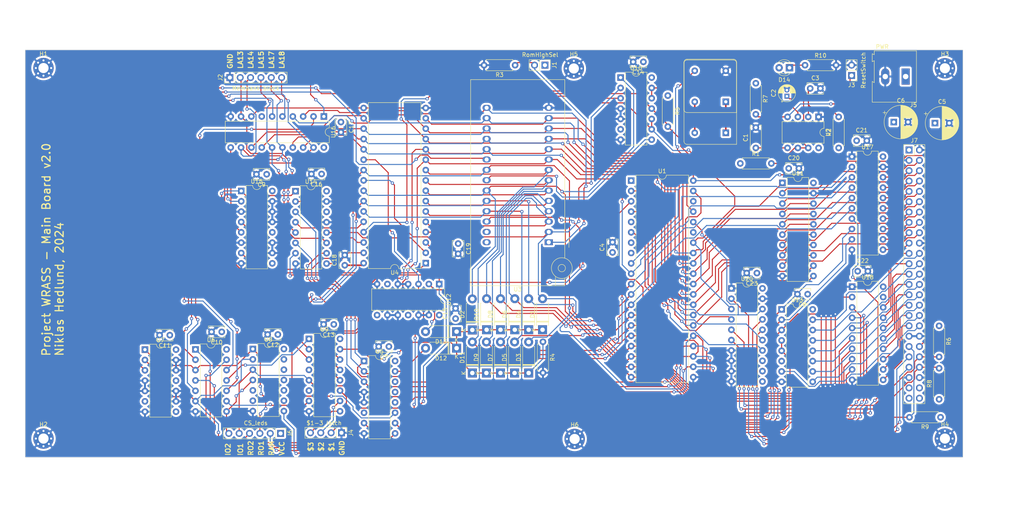
<source format=kicad_pcb>
(kicad_pcb (version 20240108) (generator "pcbnew") (generator_version "8.0")
  (layers (0 "F.Cu" signal) (1 "In1.Cu" power "VCC") (2 "In2.Cu" power "GND") (31 "B.Cu" signal) (34 "B.Paste" user) (35 "F.Paste" user) (36 "B.SilkS" user "B.Silkscreen") (37 "F.SilkS" user "F.Silkscreen") (38 "B.Mask" user) (39 "F.Mask" user) (44 "Edge.Cuts" user))
  (net 0 "")
  (net 1 "Net-(U2-CV)")
  (net 2 "GND")
  (net 3 "Net-(U2-DIS)")
  (net 4 "Net-(U2-TR)")
  (net 5 "VCC")
  (net 9 "/A0")
  (net 10 "/A1")
  (net 11 "/A2")
  (net 12 "/A3")
  (net 13 "/A4")
  (net 14 "/A5")
  (net 15 "/A6")
  (net 16 "/A7")
  (net 17 "/A8")
  (net 18 "/A9")
  (net 19 "/A10")
  (net 20 "/A11")
  (net 21 "/A12")
  (net 22 "/A13")
  (net 23 "/A14")
  (net 24 "/A15")
  (net 25 "/D7")
  (net 26 "/D6")
  (net 27 "/D5")
  (net 28 "/D4")
  (net 29 "/D3")
  (net 30 "/D2")
  (net 31 "/D1")
  (net 32 "/D0")
  (net 35 "Reset")
  (net 36 "Net-(D1-K)")
  (net 37 "~{LowestBlock}")
  (net 38 "~{Clock}")
  (net 39 "Net-(J1-Pin_2)")
  (net 40 "Clock")
  (net 41 "/Address decode/Addr1Latch")
  (net 42 "/Address decode/Addr2Latch")
  (net 43 "/Address decode/Addr3Latch")
  (net 44 "/Address decode/~{RamCs}")
  (net 45 "Net-(J6-Pin_3)")
  (net 46 "Net-(J6-Pin_4)")
  (net 47 "/Address decode/~{Io1Cs}")
  (net 48 "/Address decode/~{Io2Cs}")
  (net 49 "/Address decode/~{RomCs}")
  (net 50 "/Address decode/~{RomOe}")
  (net 51 "/Memory banking/AB18")
  (net 52 "/Memory banking/AB16")
  (net 53 "/Memory banking/AB14")
  (net 54 "/Address decode/~{RamOe}")
  (net 55 "/Memory banking/AB13")
  (net 56 "/Memory banking/AB17")
  (net 57 "/Memory banking/AB15")
  (net 58 "~{A000}")
  (net 59 "~{8000}")
  (net 63 "RamBank5Enable")
  (net 64 "RamBank6Enable")
  (net 65 "Net-(U9A-O3)")
  (net 66 "RamBank4Enable")
  (net 67 "Net-(U9A-E)")
  (net 68 "Net-(U10-Pad3)")
  (net 74 "/Address decode/Addr0Latch")
  (net 80 "/Expansion/~{ExtRomCS}")
  (net 83 "/RawClock")
  (net 84 "Net-(J3-Pin_1)")
  (net 85 "/Memory banking/LA18")
  (net 86 "/Memory banking/LA17")
  (net 87 "/Memory banking/LA15")
  (net 88 "/Memory banking/LA14")
  (net 89 "/Memory banking/LA13")
  (net 93 "/Address decode/C000")
  (net 94 "/Address decode/E000")
  (net 95 "Net-(J7-Pin_4)")
  (net 96 "Net-(J7-Pin_5)")
  (net 97 "Net-(J7-Pin_6)")
  (net 98 "Net-(J7-Pin_7)")
  (net 99 "Net-(J7-Pin_8)")
  (net 100 "Net-(J7-Pin_9)")
  (net 101 "Net-(J7-Pin_10)")
  (net 102 "Net-(J7-Pin_11)")
  (net 103 "Net-(J7-Pin_12)")
  (net 104 "Net-(J7-Pin_13)")
  (net 105 "Net-(J7-Pin_14)")
  (net 106 "Net-(J7-Pin_15)")
  (net 107 "Net-(J7-Pin_16)")
  (net 108 "Net-(J7-Pin_17)")
  (net 109 "Net-(J7-Pin_18)")
  (net 110 "Net-(J7-Pin_19)")
  (net 111 "Net-(J7-Pin_21)")
  (net 112 "/Expansion/IoSelect0")
  (net 113 "Net-(J7-Pin_23)")
  (net 114 "/Expansion/IoSelect1")
  (net 115 "Net-(J7-Pin_25)")
  (net 116 "/Expansion/IoSelect2")
  (net 117 "Net-(J7-Pin_27)")
  (net 118 "/Expansion/IoSelect3")
  (net 119 "Net-(J7-Pin_29)")
  (net 120 "/Expansion/IoSelect4")
  (net 121 "Net-(J7-Pin_31)")
  (net 122 "/Expansion/IoSelect5")
  (net 123 "Net-(J7-Pin_33)")
  (net 124 "/Expansion/IoSelect6")
  (net 125 "Net-(J7-Pin_35)")
  (net 126 "/Expansion/IoSelect7")
  (net 127 "Net-(J7-Pin_39)")
  (net 128 "/Expansion/~{NMI}")
  (net 129 "/Expansion/~{DMA}")
  (net 130 "/Expansion/~{IRQ}")
  (net 131 "/Address decode/R~{W}")
  (net 132 "/Expansion/~{RST}")
  (net 133 "Net-(J7-Pin_41)")
  (net 134 "/Expansion/e{slash}~{NMI}")
  (net 135 "Net-(J7-Pin_43)")
  (net 136 "/Expansion/e{slash}~{IRQ}")
  (net 140 "Net-(D14-K)")
  (footprint "Resistor_THT:R_Axial_DIN0207_L6.3mm_D2.5mm_P7.62mm_Horizontal" (layer "F.Cu") (at 229.235 43.18)
    (property "Reference" "R10")
    (property "Value" "1k")
  )
  (footprint "Capacitor_THT:C_Disc_D3.8mm_W2.6mm_P2.50mm" (layer "F.Cu") (at 127.1524 112.268 180)
    (property "Reference" "C7")
    (property "Value" "100n")
  )
  (footprint "MountingHole:MountingHole_2.5mm_Pad_Via" (layer "F.Cu") (at 42.418 134.874)
    (property "Reference" "H2")
    (property "Value" "MountingHole_Pad")
  )
  (footprint "Capacitor_THT:C_Disc_D6.0mm_W2.5mm_P5.00mm" (layer "F.Cu") (at 217.17 63.5 90)
    (property "Reference" "C1")
    (property "Value" "10n")
  )
  (footprint "Diode_THT:D_DO-41_SOD81_P7.62mm_Horizontal" (layer "F.Cu") (at 158.0388 108.1532 90)
    (property "Reference" "D6")
    (property "Value" "1N4007")
  )
  (footprint "Diode_THT:D_DO-41_SOD81_P7.62mm_Horizontal" (layer "F.Cu") (at 164.846 108.1532 90)
    (property "Reference" "D1")
    (property "Value" "1N4007")
  )
  (footprint "Package_DIP:DIP-20_W7.62mm" (layer "F.Cu") (at 211.1756 97.9932)
    (property "Reference" "U20")
    (property "Value" "74HCT541")
  )
  (footprint "Capacitor_THT:C_Disc_D3.8mm_W2.6mm_P2.50mm" (layer "F.Cu") (at 229.8808 99.4156 180)
    (property "Reference" "C8")
    (property "Value" "100n")
  )
  (footprint "Capacitor_THT:C_Disc_D3.8mm_W2.6mm_P2.50mm" (layer "F.Cu") (at 110.6424 69.9008 180)
    (property "Reference" "C16")
    (property "Value" "100n")
  )
  (footprint "Capacitor_THT:C_Disc_D3.8mm_W2.6mm_P2.50mm" (layer "F.Cu") (at 230.505 48.895)
    (property "Reference" "C3")
    (property "Value" "100n")
  )
  (footprint "Resistor_THT:R_Axial_DIN0207_L6.3mm_D2.5mm_P7.62mm_Horizontal" (layer "F.Cu") (at 262.4836 129.6416 180)
    (property "Reference" "R9")
    (property "Value" "10k")
  )
  (footprint "Package_DIP:DIP-16_W7.62mm" (layer "F.Cu") (at 223.4968 103.1476)
    (property "Reference" "U13")
    (property "Value" "74HCT138")
  )
  (footprint "Connector_PinHeader_2.54mm:PinHeader_1x06_P2.54mm_Vertical" (layer "F.Cu") (at 88.138 46.228 90)
    (property "Reference" "J2")
    (property "Value" "Membank block")
  )
  (footprint "Connector_PinHeader_2.54mm:PinHeader_1x06_P2.54mm_Vertical" (layer "F.Cu") (at 100.584 133.604 -90)
    (property "Reference" "J6")
    (property "Value" "CS_leds")
  )
  (footprint "Resistor_THT:R_Axial_DIN0207_L6.3mm_D2.5mm_P7.62mm_Horizontal" (layer "F.Cu") (at 164.9476 111.0996 -90)
    (property "Reference" "R4")
    (property "Value" "10k")
  )
  (footprint "Resistor_THT:R_Axial_DIN0207_L6.3mm_D2.5mm_P7.62mm_Horizontal" (layer "F.Cu") (at 158.115 43.18 180)
    (property "Reference" "R3")
    (property "Value" "10k")
  )
  (footprint "Resistor_THT:R_Axial_DIN0207_L6.3mm_D2.5mm_P7.62mm_Horizontal" (layer "F.Cu") (at 262.128 107.188 -90)
    (property "Reference" "R6")
    (property "Value" "10k")
  )
  (footprint "Diode_THT:D_DO-41_SOD81_P7.62mm_Horizontal" (layer "F.Cu") (at 161.4424 108.1532 90)
    (property "Reference" "D4")
    (property "Value" "1N4007")
  )
  (footprint "Capacitor_THT:C_Disc_D3.8mm_W2.6mm_P2.50mm" (layer "F.Cu") (at 217.4348 94.234 180)
    (property "Reference" "C23")
    (property "Value" "100n")
  )
  (footprint "Capacitor_THT:C_Disc_D3.8mm_W2.6mm_P2.50mm" (layer "F.Cu") (at 116.332 92.3144 90)
    (property "Reference" "C18")
    (property "Value" "100n")
  )
  (footprint "Diode_THT:D_DO-41_SOD81_P7.62mm_Horizontal" (layer "F.Cu") (at 151.13 108.1532 90)
    (property "Reference" "D10")
    (property "Value" "1N4007")
  )
  (footprint "Diode_THT:D_DO-41_SOD81_P7.62mm_Horizontal" (layer "F.Cu") (at 143.764 108.6104 180)
    (property "Reference" "D13")
    (property "Value" "1N4007")
  )
  (footprint "Package_DIP:DIP-20_W7.62mm" (layer "F.Cu") (at 223.6824 72.0902)
    (property "Reference" "U11")
    (property "Value" "74HCT245")
  )
  (footprint "Connector_PinHeader_2.54mm:PinHeader_1x02_P2.54mm_Vertical" (layer "F.Cu") (at 240.665 45.72 180)
    (property "Reference" "J3")
    (property "Value" "ResetSwitch")
  )
  (footprint "Package_DIP:DIP-40_W15.24mm" (layer "F.Cu") (at 186.5884 71.5264)
    (property "Reference" "U1")
    (property "Value" "W65C02SxP")
  )
  (footprint "Package_DIP:DIP-20_W7.62mm" (layer "F.Cu") (at 240.7412 65.6336)
    (property "Reference" "U17")
    (property "Value" "74HCT541")
  )
  (footprint "Capacitor_THT:C_Disc_D3.8mm_W2.6mm_P2.50mm" (layer "F.Cu") (at 242.1528 93.7768)
    (property "Reference" "C22")
    (property "Value" "100n")
  )
  (footprint "MountingHole:MountingHole_2.5mm_Pad_Via" (layer "F.Cu") (at 172.72 134.971)
    (property "Reference" "H6")
    (property "Value" "MountingHole_Pad")
  )
  (footprint "Capacitor_THT:C_Disc_D3.8mm_W2.6mm_P2.50mm" (layer "F.Cu") (at 241.8988 61.722)
    (property "Reference" "C21")
    (property "Value" "100n")
  )
  (footprint "Package_DIP:DIP-14_W7.62mm" (layer "F.Cu") (at 79.7052 112.9792)
    (property "Reference" "U6")
    (property "Value" "74HCT32")
  )
  (footprint "Resistor_THT:R_Axial_DIN0207_L6.3mm_D2.5mm_P7.62mm_Horizontal" (layer "F.Cu") (at 262.128 125.222 90)
    (property "Reference" "R8")
    (property "Value" "10k")
  )
  (footprint "Capacitor_THT:C_Disc_D3.8mm_W2.6mm_P2.50mm" (layer "F.Cu") (at 115.3904 57.1448 -90)
    (property "Reference" "C17")
    (property "Value" "100n")
  )
  (footprint "MountingHole:MountingHole_2.5mm_Pad_Via" (layer "F.Cu") (at 263.555 43.942)
    (property "Reference" "H3")
    (property "Value" "MountingHole_Pad")
  )
  (footprint "Diode_THT:D_DO-41_SOD81_P7.62mm_Horizontal" (layer "F.Cu") (at 154.5336 118.7704 90)
    (property "Reference" "D7")
    (property "Value" "1N4007")
  )
  (footprint "Package_DIP:DIP-14_W7.62mm" (layer "F.Cu") (at 183.9976 46.228)
    (property "Reference" "U10")
    (property "Value" "74HCT00")
  )
  (footprint "Diode_THT:D_DO-41_SOD81_P7.62mm_Horizontal" (layer "F.Cu") (at 154.5336 108.1532 90)
    (property "Reference" "D8")
    (property "Value" "1N4007")
  )
  (footprint "Diode_THT:D_DO-41_SOD81_P7.62mm_Horizontal" (layer "F.Cu") (at 147.6248 118.7704 90)
    (property "Reference" "D11")
    (property "Value" "1N4007")
  )
  (footprint "Package_DIP:DIP-14_W7.62mm" (layer "F.Cu") (at 67.31 113.03)
    (property "Reference" "U7")
    (property "Value" "74HCT08")
  )
  (footprint "Capacitor_THT:C_Disc_D3.8mm_W2.6mm_P2.50mm" (layer "F.Cu") (at 97.1672 69.9688 180)
    (property "Reference" "C9")
    (property "Value" "100n")
  )
  (footprint "Capacitor_THT:CP_Radial_D4.0mm_P1.50mm" (layer "F.Cu") (at 224.79 50.8 90)
    (property "Reference" "C2")
    (property "Value" "10u")
  )
  (footprint "Capacitor_THT:C_Disc_D3.8mm_W2.6mm_P2.50mm" (layer "F.Cu") (at 182.0164 89.154 90)
    (property "Reference" "C4")
    (property "Value" "100n")
  )
  (footprint "Resistor_THT:R_Axial_DIN0207_L6.3mm_D2.5mm_P7.62mm_Horizontal" (layer "F.Cu") (at 237.49 63.5 90)
    (property "Reference" "R2")
    (property "Value" "1M")
  )
  (footprint "Package_DIP:DIP-14_W7.62mm" (layer "F.Cu") (at 93.7768 112.8776)
    (property "Reference" "U8")
    (property "Value" "74HCT30")
  )
  (footprint "Connector_PinHeader_2.54mm:PinHeader_2x25_P2.54mm_Vertical" (layer "F.Cu") (at 254.762 64.008)
    (property "Reference" "J7")
    (property "Value" "Expansion")
  )
  (footprint "Capacitor_THT:C_Disc_D3.8mm_W2.6mm_P2.50mm" (layer "F.Cu") (at 225.2364 68.5292)
    (property "Reference" "C20")
    (property "Value" "100n")
  )
  (footprint "Resistor_THT:R_Axial_DIN0207_L6.3mm_D2.5mm_P7.62mm_Horizontal" (layer "F.Cu") (at 217.17 47.625 -90)
    (property "Reference" "R7")
    (property "Value" "10k")
  )
  (footprint "LED_THT:LED_D3.0mm" (layer "F.Cu") (at 225.425 43.815 180)
    (property "Reference" "D14")
    (property "Value" "LED")
  )
  (footprint "Package_DIP:DIP-14_W7.62mm" (layer "F.Cu") (at 139.4968 96.9264 -90)
    (property "Reference" "U12")
    (property "Value" "74HCT32")
  )
  (footprint "Package_DIP:DIP-20_W7.62mm" (layer "F.Cu") (at 111.2012 55.7784 -90)
    (property "Reference" "U16")
    (property "Value" "74HCT273")
  )
  (footprint "Socket:DIP_Socket-28_W11.9_W12.7_W15.24_W17.78_W18.5_3M_228-1277-00-0602J" (layer "F.Cu") (at 166.37 86.6648 180)
    (property "Reference" "U3")
    (property "Value" "28C256")
  )
  (footprint "Resistor_THT:R_Axial_DIN0207_L6.3mm_D2.5mm_P7.62mm_Horizontal" (layer "F.Cu") (at 213.36 67.31)
    (property "Reference" "R1")
    (property "Value" "47k")
  )
  (footprint "Diode_THT:D_DO-41_SOD81_P7.62mm_Horizontal" (layer "F.Cu") (at 143.764 112.6744 180)
    (property "Reference" "D12")
    (property "Value" "1N4007")
  )
  (footprint "Diode_THT:D_DO-41_SOD81_P7.62mm_Horizontal" (layer "F.Cu") (at 157.988 118.7704 90)
    (property "Reference" "D5")
    (property "Value" "1N4007")
  )
  (footprint "MountingHole:MountingHole_2.5mm_Pad_Via" (layer "F.Cu") (at 172.521825 43.997825)
    (property "Reference" "H5")
    (property "Value" "MountingHole_Pad")
  )
  (footprint "Capacitor_THT:CP_Radial_D8.0mm_P3.50mm" (layer "F.Cu") (at 251.008 57.15)
    (property "Reference" "C6")
    (property "Value" "3u")
  )
  (footprint "Package_DIP:DIP-16_W7.62mm" (layer "F.Cu") (at 90.932 74.0664)
    (property "Reference" "U15")
    (property "Value" "74LHCT157")
  )
  (footprint "Capacitor_THT:C_Disc_D3.8mm_W2.6mm_P2.50mm" (layer "F.Cu") (at 143.51 105.41 90)
    (property "Reference" "C15")
    (property "Value" "100n")
  )
  (footprint "Connector_PinHeader_2.54mm:PinHeader_1x04_P2.54mm_Vertical" (layer "F.Cu") (at 115.5192 133.4516 -90)
    (property "Reference" "J4")
    (property "Value" "$1-3 latch")
  )
  (footprint "Diode_THT:D_DO-41_SOD81_P7.62mm_Horizontal" (layer "F.Cu") (at 147.6248 108.204 90)
    (property "Reference" "D2")
    (property "Value" "1N4007")
  )
  (footprint "Capacitor_THT:CP_Radial_D8.0mm_P3.50mm" (layer "F.Cu") (at 261.112 57.404)
    (property "Reference" "C5")
    (property "Value" "1u")
  )
  (footprint "Oscillator:Oscillator_DIP-8" (layer "F.Cu") (at 209.804 52.1716 90)
    (property "Reference" "X1" (hide yes))
    (property "Value" "4Mhz")
  )
  (footprint "Diode_THT:D_DO-41_SOD81_P7.62mm_Horizontal" (layer "F.Cu") (at 151.0792 118.7704 90)
    (property "Reference" "D9")
    (property "Value" "1N4007")
  )
  (footprint "Capacitor_THT:C_Disc_D3.8mm_W2.6mm_P2.50mm" (layer "F.Cu") (at 144.145 86.995 -90)
    (property "Reference" "C19")
    (property "Value" "100n")
  )
  (footprint "Resistor_THT:R_Axial_DIN0207_L6.3mm_D2.5mm_P7.62mm_Horizontal" (layer "F.Cu") (at 195.58 50.6476 -90)
    (property "Reference" "R5")
    (property "Value" "1k")
  )
  (footprint "Connector_PinHeader_2.54mm:PinHeader_1x02_P2.54mm_Vertical" (layer "F.Cu") (at 165.4302 43.18 -90)
    (property "Reference" "J1")
    (property "Value" "RomHighSel")
  )
  (footprint "Capacitor_THT:C_Disc_D3.8mm_W2.6mm_P2.50mm" (layer "F.Cu") (at 113.6396 106.8324 180)
    (property "Reference" "C13")
    (property "Value" "100n")
  )
  (footprint "Package_DIP:DIP-16_W7.62mm" (layer "F.Cu") (at 104.2416 74.1172)
    (property "Reference" "U14")
    (property "Value" "74LHCT157")
  )
  (footprint "Capacitor_THT:C_Disc_D3.8mm_W2.6mm_P2.50mm" (layer "F.Cu") (at 189.5856 42.3672 180)
    (property "Reference" "C14")
    (property "Value" "100n")
  )
  (footprint "Capacitor_THT:C_Disc_D3.8mm_W2.6mm_P2.50mm" (layer "F.Cu") (at 73.406 109.474 180)
    (property "Reference" "C11")
    (property "Value" "100n")
  )
  (footprint "TerminalBlock:TerminalBlock_Altech_AK300-2_P5.00mm" (layer "F.Cu") (at 253.92 45.974 180)
    (property "Reference" "J5")
    (property "Value" "PWR")
  )
  (footprint "MountingHole:MountingHole_2.5mm_Pad_Via" (layer "F.Cu") (at 263.555 134.874)
    (property "Reference" "H4")
    (property "Value" "MountingHole_Pad")
  )
  (footprint "Diode_THT:D_DO-41_SOD81_P7.62mm_Horizontal" (layer "F.Cu") (at 161.4424 118.7704 90)
    (property "Reference" "D3")
    (property "Value" "1N4007")
  )
  (footprint "MountingHole:MountingHole_2.5mm_Pad_Via" (layer "F.Cu") (at 42.418 43.886175)
    (property "Reference" "H1")
    (property "Value" "MountingHole_Pad")
  )
  (footprint "Package_DIP:DIP-16_W7.62mm" (layer "F.Cu") (at 121.0564 115.824)
    (property "Reference" "U5")
    (property "Value" "74HCT138")
  )
  (footprint "Package_DIP:DIP-32_W15.24mm" (layer "F.Cu") (at 136.1948 91.7956 180)
    (property "Reference" "U4")
    (property "Value" "AS6C4008-55PCN")
  )
  (footprint "Package_DIP:DIP-16_W7.62mm" (layer "F.Cu") (at 107.5436 110.3884)
    (property "Reference" "U9")
    (property "Value" "74HCT139")
  )
  (footprint "Capacitor_THT:C_Disc_D3.8mm_W2.6mm_P2.50mm" (layer "F.Cu") (at 86.1468 108.6662 180)
    (property "Reference" "C10")
    (property "Value" "100n")
  )
  (footprint "Package_DIP:DIP-20_W7.62mm" (layer "F.Cu") (at 240.792 97.5868)
    (property "Reference" "U18")
    (property "Value" "74HCT541")
  )
  (footprint "Package_DIP:DIP-8_W7.62mm" (layer "F.Cu") (at 232.5624 55.88 -90)
    (property "Reference" "U2")
    (property "Value" "NA555P")
  )
  (footprint "Capacitor_THT:C_Disc_D3.8mm_W2.6mm_P2.50mm" (layer "F.Cu") (at 99.9128 109.3216 180)
    (property "Reference" "C12")
    (property "Value" "100n")
  )
  (gr_rect (start 37.97 39.446) (end 267.97 139.446) (stroke (width 0.1)) (fill none) (layer "Edge.Cuts"))
  (gr_text "LA17" (at 99.06 44.196 90) (layer "F.SilkS") (effects (font (size 1.2 1.2) (thickness 0.25) (bold yes)) (justify left bottom)))
  (gr_text "IO2" (at 88.392 139.192 90) (layer "F.SilkS") (effects (font (size 1.2 1.2) (thickness 0.25) (bold yes)) (justify left bottom)))
  (gr_text "LA14" (at 93.98 44.196 90) (layer "F.SilkS") (effects (font (size 1.2 1.2) (thickness 0.25) (bold yes)) (justify left bottom)))
  (gr_text "$2" (at 111.252 138.176 90) (layer "F.SilkS") (effects (font (size 1.2 1.2) (thickness 0.25) (bold yes)) (justify left bottom)))
  (gr_text "Project WRASS - Main Board v2.0\nNiklas Hedlund, 2024" (at 47.498 114.808 90) (layer "F.SilkS") (effects (font (size 2 2) (thickness 0.3) (bold yes)) (justify left bottom)))
  (gr_text "RO2" (at 93.98 139.192 90) (layer "F.SilkS") (effects (font (size 1.2 1.2) (thickness 0.25) (bold yes)) (justify left bottom)))
  (gr_text "$1" (at 113.792 138.176 90) (layer "F.SilkS") (effects (font (size 1.2 1.2) (thickness 0.25) (bold yes)) (justify left bottom)))
  (gr_text "LA15" (at 96.52 44.196 90) (layer "F.SilkS") (effects (font (size 1.2 1.2) (thickness 0.25) (bold yes)) (justify left bottom)))
  (gr_text "LA18" (at 101.6 44.196 90) (layer "F.SilkS") (effects (font (size 1.2 1.2) (thickness 0.25) (bold yes)) (justify left bottom)))
  (gr_text "LA13" (at 91.44 44.196 90) (layer "F.SilkS") (effects (font (size 1.2 1.2) (thickness 0.25) (bold yes)) (justify left bottom)))
  (gr_text "GND" (at 116.332 139.192 90) (layer "F.SilkS") (effects (font (size 1.2 1.2) (thickness 0.25) (bold yes)) (justify left bottom)))
  (gr_text "VCC" (at 101.6 139.192 90) (layer "F.SilkS") (effects (font (size 1.2 1.2) (thickness 0.25) (bold yes)) (justify left bottom)))
  (gr_text "RO1" (at 96.52 139.192 90) (layer "F.SilkS") (effects (font (size 1.2 1.2) (thickness 0.25) (bold yes)) (justify left bottom)))
  (gr_text "RAM" (at 99.06 139.192 90) (layer "F.SilkS") (effects (font (size 1.2 1.2) (thickness 0.25) (bold yes)) (justify left bottom)))
  (gr_text "IO1" (at 91.44 139.192 90) (layer "F.SilkS") (effects (font (size 1.2 1.2) (thickness 0.25) (bold yes)) (justify left bottom)))
  (gr_text "GND" (at 88.9 44.196 90) (layer "F.SilkS") (effects (font (size 1.2 1.2) (thickness 0.25) (bold yes)) (justify left bottom)))
  (gr_text "$3" (at 108.712 138.176 90) (layer "F.SilkS") (effects (font (size 1.2 1.2) (thickness 0.25) (bold yes)) (justify left bottom)))
  (segment (start 224.9424 63.5) (end 217.17 63.5) (width 0.25) (layer "F.Cu") (net 1))
  (segment (start 234.2388 122.0216) (end 234.3912 121.8692) (width 0.25) (layer "F.Cu") (net 2))
  (segment (start 235.6104 121.8692) (end 235.6104 104.648) (width 0.25) (layer "F.Cu") (net 2))
  (segment (start 234.3912 121.8692) (end 234.3912 104.648) (width 0.25) (layer "F.Cu") (net 2))
  (segment (start 233.2228 121.92) (end 233.2228 104.6988) (width 0.25) (layer "F.Cu") (net 2))
  (segment (start 236.6772 121.5136) (end 236.6772 104.2924) (width 0.25) (layer "F.Cu") (net 2))
  (via (at 234.3912 104.648) (size 0.8) (drill 0.4) (layers "F.Cu" "B.Cu") (net 2))
  (via (at 235.458 122.0216) (size 0.8) (drill 0.4) (layers "F.Cu" "B.Cu") (net 2))
  (via (at 235.6104 104.648) (size 0.8) (drill 0.4) (layers "F.Cu" "B.Cu") (net 2))
  (via (at 233.0704 122.0724) (size 0.8) (drill 0.4) (layers "F.Cu" "B.Cu") (net 2))
  (via (at 236.6772 104.2924) (size 0.8) (drill 0.4) (layers "F.Cu" "B.Cu") (net 2))
  (via (at 236.5248 121.666) (size 0.8) (drill 0.4) (layers "F.Cu" "B.Cu") (net 2))
  (via (at 233.2228 104.6988) (size 0.8) (drill 0.4) (layers "F.Cu" "B.Cu") (net 2))
  (via (at 234.2388 122.0216) (size 0.8) (drill 0.4) (layers "F.Cu" "B.Cu") (net 2))
  (segment (start 224.79 50.8) (end 225.425 51.435) (width 0.25) (layer "F.Cu") (net 3))
  (segment (start 226.695 63.5) (end 227.4824 63.5) (width 0.25) (layer "F.Cu") (net 3))
  (segment (start 228.8974 62.375) (end 230.0224 63.5) (width 0.25) (layer "F.Cu") (net 3))
  (segment (start 228.5746 51.435) (end 228.8974 51.7578) (width 0.25) (layer "F.Cu") (net 3))
  (segment (start 227.4824 63.5) (end 230.0224 63.5) (width 0.25) (layer "F.Cu") (net 3))
  (segment (start 222.885 67.31) (end 226.695 63.5) (width 0.25) (layer "F.Cu") (net 3))
  (segment (start 228.8974 51.7578) (end 228.8974 62.375) (width 0.25) (layer "F.Cu") (net 3))
  (segment (start 220.98 67.31) (end 222.885 67.31) (width 0.25) (layer "F.Cu") (net 3))
  (segment (start 225.425 51.435) (end 228.5746 51.435) (width 0.25) (layer "F.Cu") (net 3))
  (segment (start 237.49 55.88) (end 235.585 53.975) (width 0.25) (layer "F.Cu") (net 4))
  (segment (start 230.0624 52.8974) (end 230.0624 49.3376) (width 0.25) (layer "F.Cu") (net 4))
  (segment (start 230.0624 49.3376) (end 230.505 48.895) (width 0.25) (layer "F.Cu") (net 4))
  (segment (start 231.14 53.975) (end 230.0624 52.8974) (width 0.25) (layer "F.Cu") (net 4))
  (segment (start 230.0624 49.3376) (end 230.0624 55.84) (width 0.25) (layer "F.Cu") (net 4))
  (segment (start 230.0624 55.84) (end 230.0224 55.88) (width 0.25) (layer "F.Cu") (net 4))
  (segment (start 235.585 53.975) (end 231.14 53.975) (width 0.25) (layer "F.Cu") (net 4))
  (segment (start 120.436 92.3144) (end 120.9548 91.7956) (width 0.4) (layer "F.Cu") (net 5))
  (segment (start 116.332 92.3144) (end 120.436 92.3144) (width 0.4) (layer "F.Cu") (net 5))
  (segment (start 165.325 64.8498) (end 137.189 64.8498) (width 0.25) (layer "F.Cu") (net 9))
  (segment (start 133.7564 63.8556) (end 136.1948 63.8556) (width 0.25) (layer "F.Cu") (net 9))
  (segment (start 166.37 63.8048) (end 169.4688 63.8048) (width 0.25) (layer "F.Cu") (net 9))
  (segment (start 119.634 99.958209) (end 119.634 107.696) (width 0.25) (layer "F.Cu") (net 9))
  (segment (start 119.634 107.696) (end 118.872 108.458) (width 0.25) (layer "F.Cu") (net 9))
  (segment (start 191.262 69.342) (end 193.04 71.12) (width 0.25) (layer "F.Cu") (net 9))
  (segment (start 112.522 115.3668) (end 115.1636 118.0084) (width 0.25) (layer "F.Cu") (net 9))
  (segment (start 112.522 109.982) (end 112.522 115.3668) (width 0.25) (layer "F.Cu") (net 9))
  (segment (start 124.088209 95.504) (end 119.634 99.958209) (width 0.25) (layer "F.Cu") (net 9))
  (segment (start 169.4688 63.8048) (end 175.006 69.342) (width 0.25) (layer "F.Cu") (net 9))
  (segment (start 137.189 64.8498) (end 136.1948 63.8556) (width 0.25) (layer "F.Cu") (net 9))
  (segment (start 166.37 63.8048) (end 165.325 64.8498) (width 0.25) (layer "F.Cu") (net 9))
  (segment (start 193.04 71.12) (end 193.04 71.882) (width 0.25) (layer "F.Cu") (net 9))
  (segment (start 114.046 108.458) (end 112.522 109.982) (width 0.25) (layer "F.Cu") (net 9))
  (segment (start 175.006 69.342) (end 191.262 69.342) (width 0.25) (layer "F.Cu") (net 9))
  (segment (start 130.302 95.504) (end 124.088209 95.504) (width 0.25) (layer "F.Cu") (net 9))
  (segment (start 132.842 64.77) (end 133.7564 63.8556) (width 0.25) (layer "F.Cu") (net 9))
  (segment (start 132.588 91.186) (end 130.81 92.964) (width 0.25) (layer "F.Cu") (net 9))
  (segment (start 132.842 81.788) (end 132.842 64.77) (width 0.25) (layer "F.Cu") (net 9))
  (segment (start 118.872 108.458) (end 114.046 108.458) (width 0.25) (layer "F.Cu") (net 9))
  (via (at 193.04 71.882) (size 0.8) (drill 0.4) (layers "F.Cu" "B.Cu") (net 9))
  (via (at 130.81 92.964) (size 0.8) (drill 0.4) (layers "F.Cu" "B.Cu") (net 9))
  (via (at 132.588 91.186) (size 0.8) (drill 0.4) (layers "F.Cu" "B.Cu") (net 9))
  (via (at 132.842 81.788) (size 0.8) (drill 0.4) (layers "F.Cu" "B.Cu") (net 9))
  (via (at 130.302 95.504) (size 0.8) (drill 0.4) (layers "F.Cu" "B.Cu") (net 9))
  (segment (start 235.6996 73.2152) (end 240.7412 68.1736) (width 0.25) (layer "B.Cu") (net 9))
  (segment (start 186.5884 91.8464) (end 198.12 80.3148) (width 0.25) (layer "B.Cu") (net 9))
  (segment (start 198.12 73.7616) (end 198.9402 72.9414) (width 0.25) (layer "B.Cu") (net 9))
  (segment (start 222.5574 73.2152) (end 235.6996 73.2152) (width 0.25) (layer "B.Cu") (net 9))
  (segment (start 130.81 92.964) (end 130.81 94.996) (width 0.25) (layer "B.Cu") (net 9))
  (segment (start 198.9402 72.9414) (end 222.2836 72.9414) (width 0.25) (layer "B.Cu") (net 9))
  (segment (start 130.81 94.996) (end 130.302 95.504) (width 0.25) (layer "B.Cu") (net 9))
  (segment (start 132.588 91.186) (end 132.842 90.932) (width 0.25) (layer "B.Cu") (net 9))
  (segment (start 222.2836 72.9414) (end 222.5574 73.2152) (width 0.25) (layer "B.Cu") (net 9))
  (segment (start 132.842 90.932) (end 132.842 81.788) (width 0.25) (layer "B.Cu") (net 9))
  (segment (start 193.04 71.882) (end 194.9196 73.7616) (width 0.25) (layer "B.Cu") (net 9))
  (segment (start 198.12 80.3148) (end 198.12 73.7616) (width 0.25) (layer "B.Cu") (net 9))
  (segment (start 194.9196 73.7616) (end 198.12 73.7616) (width 0.25) (layer "B.Cu") (net 9))
  (segment (start 168.4528 66.3448) (end 173.228 71.12) (width 0.25) (layer "F.Cu") (net 10))
  (segment (start 114.459 108.966) (end 119.126 108.966) (width 0.25) (layer "F.Cu") (net 10))
  (segment (start 120.396 100.838) (end 122.682 98.552) (width 0.25) (layer "F.Cu") (net 10))
  (segment (start 166.37 66.3448) (end 165.325 67.3898) (width 0.25) (layer "F.Cu") (net 10))
  (segment (start 122.682 98.552) (end 130.048 98.552) (width 0.25) (layer "F.Cu") (net 10))
  (segment (start 120.396 107.696) (end 120.396 100.838) (width 0.25) (layer "F.Cu") (net 10))
  (segment (start 133.3367 91.948) (end 131.826 93.4587) (width 0.25) (layer "F.Cu") (net 10))
  (segment (start 113.284 110.141) (end 114.459 108.966) (width 0.25) (layer "F.Cu") (net 10))
  (segment (start 130.556 98.044) (end 130.556 96.4317) (width 0.25) (layer "F.Cu") (net 10))
  (segment (start 133.604 91.948) (end 133.3367 91.948) (width 0.25) (layer "F.Cu") (net 10))
  (segment (start 130.048 98.552) (end 130.556 98.044) (width 0.25) (layer "F.Cu") (net 10))
  (segment (start 165.325 67.3898) (end 137.189 67.3898) (width 0.25) (layer "F.Cu") (net 10))
  (segment (start 113.284 113.5888) (end 113.284 110.141) (width 0.25) (layer "F.Cu") (net 10))
  (segment (start 173.228 71.12) (end 181.356 71.12) (width 0.25) (layer "F.Cu") (net 10))
  (segment (start 184.404 74.168) (end 184.404 76.708) (width 0.25) (layer "F.Cu") (net 10))
  (segment (start 134.112 68.4784) (end 134.112 83.312) (width 0.25) (layer "F.Cu") (net 10))
  (segment (start 119.126 108.966) (end 120.396 107.696) (width 0.25) (layer "F.Cu") (net 10))
  (segment (start 181.356 71.12) (end 184.404 74.168) (width 0.25) (layer "F.Cu") (net 10))
  (segment (start 136.1948 66.3956) (end 134.112 68.4784) (width 0.25) (layer "F.Cu") (net 10))
  (segment (start 130.556 96.4317) (end 131.572 95.4157) (width 0.25) (layer "F.Cu") (net 10))
  (segment (start 137.189 67.3898) (end 136.1948 66.3956) (width 0.25) (layer "F.Cu") (net 10))
  (segment (start 115.1636 115.4684) (end 113.284 113.5888) (width 0.25) (layer "F.Cu") (net 10))
  (segment (start 166.37 66.3448) (end 168.4528 66.3448) (width 0.25) (layer "F.Cu") (net 10))
  (via (at 131.826 93.4587) (size 0.8) (drill 0.4) (layers "F.Cu" "B.Cu") (net 10))
  (via (at 184.404 76.708) (size 0.8) (drill 0.4) (layers "F.Cu" "B.Cu") (net 10))
  (via (at 133.604 91.948) (size 0.8) (drill 0.4) (layers "F.Cu" "B.Cu") (net 10))
  (via (at 134.112 83.312) (size 0.8) (drill 0.4) (layers "F.Cu" "B.Cu") (net 10))
  (via (at 131.572 95.4157) (size 0.8) (drill 0.4) (layers "F.Cu" "B.Cu") (net 10))
  (segment (start 131.826 95.1617) (end 131.572 95.4157) (width 0.25) (layer "B.Cu") (net 10))
  (segment (start 199.0344 75.438) (end 222.707201 75.438) (width 0.25) (layer "B.Cu") (net 10))
  (segment (start 134.112 91.44) (end 133.604 91.948) (width 0.25) (layer "B.Cu") (net 10))
  (segment (start 188.9252 92.0496) (end 188.9252 90.9828) (width 0.25) (layer "B.Cu") (net 10))
  (segment (start 134.112 83.312) (end 134.112 91.44) (width 0.25) (layer "B.Cu") (net 10))
  (segment (start 186.5884 94.3864) (end 188.9252 92.0496) (width 0.25) (layer "B.Cu") (net 10))
  (segment (start 223.024401 75.7552) (end 235.6996 75.7552) (width 0.25) (layer "B.Cu") (net 10))
  (segment (start 235.6996 75.7552) (end 240.7412 70.7136) (width 0.25) (layer "B.Cu") (net 10))
  (segment (start 184.404 92.202) (end 186.5884 94.3864) (width 0.25) (layer "B.Cu") (net 10))
  (segment (start 184.404 76.708) (end 184.404 92.202) (width 0.25) (layer "B.Cu") (net 10))
  (segment (start 199.0344 80.8736) (end 199.0344 75.438) (width 0.25) (layer "B.Cu") (net 10))
  (segment (start 131.826 93.4587) (end 131.826 95.1617) (width 0.25) (layer "B.Cu") (net 10))
  (segment (start 188.9252 90.9828) (end 199.0344 80.8736) (width 0.25) (layer "B.Cu") (net 10))
  (segment (start 222.707201 75.438) (end 223.024401 75.7552) (width 0.25) (layer "B.Cu") (net 10))
  (segment (start 165.325 69.9298) (end 137.189 69.9298) (width 0.25) (layer "F.Cu") (net 11))
  (segment (start 184.3532 99.1616) (end 184.3532 100.4824) (width 0.25) (layer "F.Cu") (net 11))
  (segment (start 137.189 69.9298) (end 136.1948 68.9356) (width 0.25) (layer "F.Cu") (net 11))
  (segment (start 151.6888 115.2144) (end 147.6248 111.1504) (width 0.25) (layer "F.Cu") (net 11))
  (segment (start 180.1876 115.2144) (end 151.6888 115.2144) (width 0.25) (layer "F.Cu") (net 11))
  (segment (start 186.5884 96.9264) (end 184.3532 99.1616) (width 0.25) (layer "F.Cu") (net 11))
  (segment (start 166.37 68.8848) (end 165.325 69.9298) (width 0.25) (layer "F.Cu") (net 11))
  (via (at 180.1876 115.2144) (size 0.8) (drill 0.4) (layers "F.Cu" "B.Cu") (net 11))
  (via (at 184.3532 100.4824) (size 0.8) (drill 0.4) (layers "F.Cu" "B.Cu") (net 11))
  (segment (start 162.7632 73.1012) (end 160.044004 73.1012) (width 0.25) (layer "B.Cu") (net 11))
  (segment (start 160.044004 73.1012) (end 153.7716 79.373604) (width 0.25) (layer "B.Cu") (net 11))
  (segment (start 184.3532 100.4824) (end 184.3532 111.237301) (width 0.25) (layer "B.Cu") (net 11))
  (segment (start 199.2884 82.7024) (end 200.7034 81.2874) (width 0.25) (layer "B.Cu") (net 11))
  (segment (start 198.5772 82.7024) (end 199.2884 82.7024) (width 0.25) (layer "B.Cu") (net 11))
  (segment (start 201.362409 77.7314) (end 221.6864 77.7314) (width 0.25) (layer "B.Cu") (net 11))
  (segment (start 149.0498 93.1138) (end 149.0498 109.7254) (width 0.25) (layer "B.Cu") (net 11))
  (segment (start 235.6996 78.2952) (end 240.7412 73.2536) (width 0.25) (layer "B.Cu") (net 11))
  (segment (start 180.376101 115.2144) (end 180.1876 115.2144) (width 0.25) (layer "B.Cu") (net 11))
  (segment (start 153.7716 79.373604) (end 153.7716 88.392) (width 0.25) (layer "B.Cu") (net 11))
  (segment (start 200.7034 81.2874) (end 200.7034 78.390409) (width 0.25) (layer "B.Cu") (net 11))
  (segment (start 190.0936 91.186) (end 198.5772 82.7024) (width 0.25) (layer "B.Cu") (net 11))
  (segment (start 222.2502 78.2952) (end 235.6996 78.2952) (width 0.25) (layer "B.Cu") (net 11))
  (segment (start 166.37 69.4944) (end 162.7632 73.1012) (width 0.25) (layer "B.Cu") (net 11))
  (segment (start 221.6864 77.7314) (end 222.2502 78.2952) (width 0.25) (layer "B.Cu") (net 11))
  (segment (start 166.37 68.8848) (end 166.37 69.4944) (width 0.25) (layer "B.Cu") (net 11))
  (segment (start 153.7716 88.392) (end 149.0498 93.1138) (width 0.25) (layer "B.Cu") (net 11))
  (segment (start 190.0936 93.4212) (end 190.0936 91.186) (width 0.25) (layer "B.Cu") (net 11))
  (segment (start 186.5884 96.9264) (end 190.0936 93.4212) (width 0.25) (layer "B.Cu") (net 11))
  (segment (start 200.7034 78.390409) (end 201.362409 77.7314) (width 0.25) (layer "B.Cu") (net 11))
  (segment (start 149.0498 109.7254) (end 147.6248 111.1504) (width 0.25) (layer "B.Cu") (net 11))
  (segment (start 184.3532 111.237301) (end 180.376101 115.2144) (width 0.25) (layer "B.Cu") (net 11))
  (segment (start 170.5864 107.2896) (end 167.4368 104.14) (width 0.25) (layer "F.Cu") (net 12))
  (segment (start 181.7116 105.918) (end 176.4284 105.918) (width 0.25) (layer "F.Cu") (net 12))
  (segment (start 186.5884 99.4664) (end 182.2196 103.8352) (width 0.25) (layer "F.Cu") (net 12))
  (segment (start 167.4368 104.14) (end 154.7368 104.14) (width 0.25) (layer "F.Cu") (net 12))
  (segment (start 166.37 71.4248) (end 165.325 72.4698) (width 0.25) (layer "F.Cu") (net 12))
  (segment (start 165.325 72.4698) (end 137.189 72.4698) (width 0.25) (layer "F.Cu") (net 12))
  (segment (start 182.2196 105.41) (end 181.7116 105.918) (width 0.25) (layer "F.Cu") (net 12))
  (segment (start 182.2196 103.8352) (end 182.2196 105.41) (width 0.25) (layer "F.Cu") (net 12))
  (segment (start 137.189 72.4698) (end 136.1948 71.4756) (width 0.25) (layer "F.Cu") (net 12))
  (segment (start 154.7368 104.14) (end 151.13 100.5332) (width 0.25) (layer "F.Cu") (net 12))
  (via (at 170.5864 107.2896) (size 0.8) (drill 0.4) (layers "F.Cu" "B.Cu") (net 12))
  (via (at 176.4284 105.918) (size 0.8) (drill 0.4) (layers "F.Cu" "B.Cu") (net 12))
  (segment (start 160.1724 73.6092) (end 154.2216 79.56) (width 0.25) (layer "B.Cu") (net 12))
  (segment (start 151.13 91.948) (end 151.13 100.5332) (width 0.25) (layer "B.Cu") (net 12))
  (segment (start 176.4284 105.918) (end 171.958 105.918) (width 0.25) (layer "B.Cu") (net 12))
  (segment (start 204.27059 80.8352) (end 235.6996 80.8352) (width 0.25) (layer "B.Cu") (net 12))
  (segment (start 166.37 71.4248) (end 166.37 72.0344) (width 0.25) (layer "B.Cu") (net 12))
  (segment (start 199.8038 83.1014) (end 202.004391 83.1014) (width 0.25) (layer "B.Cu") (net 12))
  (segment (start 154.2216 79.56) (end 154.2216 88.8564) (width 0.25) (layer "B.Cu") (net 12))
  (segment (start 186.5884 99.4664) (end 190.9572 95.0976) (width 0.25) (layer "B.Cu") (net 12))
  (segment (start 190.9572 91.948) (end 199.8038 83.1014) (width 0.25) (layer "B.Cu") (net 12))
  (segment (start 164.7952 73.6092) (end 160.1724 73.6092) (width 0.25) (layer "B.Cu") (net 12))
  (segment (start 202.004391 83.1014) (end 204.27059 80.8352) (width 0.25) (layer "B.Cu") (net 12))
  (segment (start 235.6996 80.8352) (end 240.7412 75.7936) (width 0.25) (layer "B.Cu") (net 12))
  (segment (start 171.958 105.918) (end 170.5864 107.2896) (width 0.25) (layer "B.Cu") (net 12))
  (segment (start 154.2216 88.8564) (end 151.13 91.948) (width 0.25) (layer "B.Cu") (net 12))
  (segment (start 190.9572 95.0976) (end 190.9572 91.948) (width 0.25) (layer "B.Cu") (net 12))
  (segment (start 166.37 72.0344) (end 164.7952 73.6092) (width 0.25) (layer "B.Cu") (net 12))
  (segment (start 179.4764 114.2492) (end 154.178 114.2492) (width 0.25) (layer "F.Cu") (net 13))
  (segment (start 137.189 75.0098) (end 136.1948 74.0156) (width 0.25) (layer "F.Cu") (net 13))
  (segment (start 183.5404 105.0544) (end 186.5884 102.0064) (width 0.25) (layer "F.Cu") (net 13))
  (segment (start 183.5404 105.41) (end 183.5404 105.0544) (width 0.25) (layer "F.Cu") (net 13))
  (segment (start 154.178 114.2492) (end 151.0792 111.1504) (width 0.25) (layer "F.Cu") (net 13))
  (segment (start 165.325 75.0098) (end 137.189 75.0098) (width 0.25) (layer "F.Cu") (net 13))
  (segment (start 166.37 73.9648) (end 165.325 75.0098) (width 0.25) (layer "F.Cu") (net 13))
  (via (at 183.5404 105.41) (size 0.8) (drill 0.4) (layers "F.Cu" "B.Cu") (net 13))
  (via (at 179.4764 114.2492) (size 0.8) (drill 0.4) (layers "F.Cu" "B.Cu") (net 13))
  (segment (start 192.1764 96.4184) (end 192.1764 93.2688) (width 0.25) (layer "B.Cu") (net 13))
  (segment (start 160.2668 74.1752) (end 154.744 79.698) (width 0.25) (layer "B.Cu") (net 13))
  (segment (start 186.5884 102.0064) (end 192.1764 96.4184) (width 0.25) (layer "B.Cu") (net 13))
  (segment (start 202.004391 85.6414) (end 205.095791 82.55) (width 0.25) (layer "B.Cu") (net 13))
  (segment (start 183.5404 105.41) (end 183.4896 105.4608) (width 0.25) (layer "B.Cu") (net 13))
  (segment (start 166.37 73.9648) (end 166.1596 74.1752) (width 0.25) (layer "B.Cu") (net 13))
  (segment (start 180.1876 114.2492) (end 179.4764 114.2492) (width 0.25) (layer "B.Cu") (net 13))
  (segment (start 183.4896 105.4608) (end 183.4896 110.9472) (width 0.25) (layer "B.Cu") (net 13))
  (segment (start 166.1596 74.1752) (end 160.2668 74.1752) (width 0.25) (layer "B.Cu") (net 13))
  (segment (start 205.095791 82.55) (end 222.391209 82.55) (width 0.25) (layer "B.Cu") (net 13))
  (segment (start 199.8038 85.6414) (end 202.004391 85.6414) (width 0.25) (layer "B.Cu") (net 13))
  (segment (start 183.4896 110.9472) (end 180.1876 114.2492) (width 0.25) (layer "B.Cu") (net 13))
  (segment (start 222.391209 82.55) (end 223.216409 83.3752) (width 0.25) (layer "B.Cu") (net 13))
  (segment (start 235.6996 83.3752) (end 240.7412 78.3336) (width 0.25) (layer "B.Cu") (net 13))
  (segment (start 152.555 109.6746) (end 151.0792 111.1504) (width 0.25) (layer "B.Cu") (net 13))
  (segment (start 154.744 89.0452) (end 152.555 91.2342) (width 0.25) (layer "B.Cu") (net 13))
  (segment (start 154.744 79.698) (end 154.744 89.0452) (width 0.25) (layer "B.Cu") (net 13))
  (segment (start 223.216409 83.3752) (end 235.6996 83.3752) (width 0.25) (layer "B.Cu") (net 13))
  (segment (start 192.1764 93.2688) (end 199.8038 85.6414) (width 0.25) (layer "B.Cu") (net 13))
  (segment (start 152.555 91.2342) (end 152.555 109.6746) (width 0.25) (layer "B.Cu") (net 13))
  (segment (start 245.2624 128.5748) (end 207.5688 128.5748) (width 0.25) (layer "F.Cu") (net 14))
  (segment (start 180.7464 108.5596) (end 182.5752 108.5596) (width 0.25) (layer "F.Cu") (net 14))
  (segment (start 137.189 77.5498) (end 136.1948 76.5556) (width 0.25) (layer "F.Cu") (net 14))
  (segment (start 179.2224 107.0356) (end 180.7464 108.5596) (width 0.25) (layer "F.Cu") (net 14))
  (segment (start 247.142 101.4476) (end 240.9444 95.25) (width 0.25) (layer "F.Cu") (net 14))
  (segment (start 246.3546 125.5014) (end 247.142 124.714) (width 0.25) (layer "F.Cu") (net 14))
  (segment (start 196.342 117.348) (end 196.342 109.4232) (width 0.25) (layer "F.Cu") (net 14))
  (segment (start 177.3428 107.0356) (end 179.2224 107.0356) (width 0.25) (layer "F.Cu") (net 14))
  (segment (start 167.8432 103.4288) (end 157.4292 103.4288) (width 0.25) (layer "F.Cu") (net 14))
  (segment (start 165.325 77.5498) (end 137.189 77.5498) (width 0.25) (layer "F.Cu") (net 14))
  (segment (start 191.4652 104.5464) (end 186.5884 104.5464) (width 0.25) (layer "F.Cu") (net 14))
  (segment (start 166.37 76.5048) (end 165.325 77.5498) (width 0.25) (layer "F.Cu") (net 14))
  (segment (start 171.9072 107.4928) (end 167.8432 103.4288) (width 0.25) (layer "F.Cu") (net 14))
  (segment (start 196.342 109.4232) (end 191.4652 104.5464) (width 0.25) (layer "F.Cu") (net 14))
  (segment (start 247.142 124.714) (end 247.142 101.4476) (width 0.25) (layer "F.Cu") (net 14))
  (segment (start 157.4292 103.4288) (end 154.5336 100.5332) (width 0.25) (layer "F.Cu") (net 14))
  (segment (start 207.5688 128.5748) (end 196.342 117.348) (width 0.25) (layer "F.Cu") (net 14))
  (segment (start 182.5752 108.5596) (end 186.5884 104.5464) (width 0.25) (layer "F.Cu") (net 14))
  (via (at 171.9072 107.4928) (size 0.8) (drill 0.4) (layers "F.Cu" "B.Cu") (net 14))
  (via (at 240.9444 95.25) (size 0.8) (drill 0.4) (layers "F.Cu" "B.Cu") (net 14))
  (via (at 177.3428 107.0356) (size 0.8) (drill 0.4) (layers "F.Cu" "B.Cu") (net 14))
  (via (at 245.2624 128.5748) (size 0.8) (drill 0.4) (layers "F.Cu" "B.Cu") (net 14))
  (via (at 246.3546 125.5014) (size 0.8) (drill 0.4) (layers "F.Cu" "B.Cu") (net 14))
  (segment (start 245.2624 126.5936) (end 245.2624 128.5748) (width 0.25) (layer "B.Cu") (net 14))
  (segment (start 165.4048 76.5048) (end 166.37 76.5048) (width 0.25) (layer "B.Cu") (net 14))
  (segment (start 154.5336 100.5332) (end 154.5336 90.3224) (width 0.25) (layer "B.Cu") (net 14))
  (segment (start 246.3546 125.5014) (end 245.2624 126.5936) (width 0.25) (layer "B.Cu") (net 14))
  (segment (start 160.3756 74.7268) (end 163.6268 74.7268) (width 0.25) (layer "B.Cu") (net 14))
  (segment (start 177.3428 107.0356) (end 172.3644 107.0356) (width 0.25) (layer "B.Cu") (net 14))
  (segment (start 242.2144 82.3468) (end 240.7412 80.8736) (width 0.25) (layer "B.Cu") (net 14))
  (segment (start 154.5336 90.3224) (end 155.194 89.662) (width 0.25) (layer "B.Cu") (net 14))
  (segment (start 240.9444 95.25) (end 240.9444 93.394209) (width 0.25) (layer "B.Cu") (net 14))
  (segment (start 242.2144 92.124209) (end 242.2144 82.3468) (width 0.25) (layer "B.Cu") (net 14))
  (segment (start 155.194 89.662) (end 155.194 79.9084) (width 0.25) (layer "B.Cu") (net 14))
  (segment (start 172.3644 107.0356) (end 171.9072 107.4928) (width 0.25) (layer "B.Cu") (net 14))
  (segment (start 163.6268 74.7268) (end 165.4048 76.5048) (width 0.25) (layer "B.Cu") (net 14))
  (segment (start 240.9444 93.394209) (end 242.2144 92.124209) (width 0.25) (layer "B.Cu") (net 14))
  (segment (start 155.194 79.9084) (end 160.3756 74.7268) (width 0.25) (layer "B.Cu") (net 14))
  (segment (start 182.681099 110.434901) (end 183.239899 110.434901) (width 0.25) (layer "F.Cu") (net 15))
  (segment (start 165.325 80.0898) (end 137.189 80.0898) (width 0.25) (layer "F.Cu") (net 15))
  (segment (start 166.37 79.0448) (end 165.325 80.0898) (width 0.25) (layer "F.Cu") (net 15))
  (segment (start 207.7212 129.3876) (end 220.0148 129.3876) (width 0.25) (layer "F.Cu") (net 15))
  (segment (start 193.1924 107.0864) (end 195.8848 109.7788) (width 0.25) (layer "F.Cu") (net 15))
  (segment (start 220.6244 123.0243) (end 220.8276 122.8211) (width 0.25) (layer "F.Cu") (net 15))
  (segment (start 178.816 113.2332) (end 156.6164 113.2332) (width 0.25) (layer "F.Cu") (net 15))
  (segment (start 183.239899 110.434901) (end 186.5884 107.0864) (width 0.25) (layer "F.Cu") (net 15))
  (segment (start 220.8276 105.8168) (end 223.4968 103.1476) (width 0.25) (layer "F.Cu") (net 15))
  (segment (start 137.189 80.0898) (end 136.1948 79.0956) (width 0.25) (layer "F.Cu") (net 15))
  (segment (start 195.8848 117.5512) (end 207.7212 129.3876) (width 0.25) (layer "F.Cu") (net 15))
  (segment (start 195.8848 109.7788) (end 195.8848 117.5512) (width 0.25) (layer "F.Cu") (net 15))
  (segment (start 156.6164 113.2332) (end 154.5336 111.1504) (width 0.25) (layer "F.Cu") (net 15))
  (segment (start 186.5884 107.0864) (end 193.1924 107.0864) (width 0.25) (layer "F.Cu") (net 15))
  (segment (start 220.8276 122.8211) (end 220.8276 105.8168) (width 0.25) (layer "F.Cu") (net 15))
  (via (at 178.816 113.2332) (size 0.8) (drill 0.4) (layers "F.Cu" "B.Cu") (net 15))
  (via (at 182.681099 110.434901) (size 0.8) (drill 0.4) (layers "F.Cu" "B.Cu") (net 15))
  (via (at 220.6244 123.0243) (size 0.8) (drill 0.4) (layers "F.Cu" "B.Cu") (net 15))
  (via (at 220.0148 129.3876) (size 0.8) (drill 0.4) (layers "F.Cu" "B.Cu") (net 15))
  (segment (start 179.1208 113.1316) (end 178.9176 113.1316) (width 0.25) (layer "B.Cu") (net 15))
  (segment (start 229.5656 97.0788) (end 232.5624 97.0788) (width 0.25) (layer "B.Cu") (net 15))
  (segment (start 181.817499 110.434901) (end 179.1208 113.1316) (width 0.25) (layer "B.Cu") (net 15))
  (segment (start 223.4968 103.1476) (end 229.5656 97.0788) (width 0.25) (layer "B.Cu") (net 15))
  (segment (start 166.37 79.0448) (end 166.3192 79.0448) (width 0.25) (layer "B.Cu") (net 15))
  (segment (start 160.6224 75.242) (end 155.9586 79.9058) (width 0.25) (layer "B.Cu") (net 15))
  (segment (start 238.4552 91.186) (end 238.4552 85.6996) (width 0.25) (layer "B.Cu") (net 15))
  (segment (start 162.5164 75.242) (end 160.6224 75.242) (width 0.25) (layer "B.Cu") (net 15))
  (segment (start 178.9176 113.1316) (end 178.816 113.2332) (width 0.25) (layer "B.Cu") (net 15))
  (segment (start 238.4552 85.6996) (end 240.7412 83.4136) (width 0.25) (layer "B.Cu") (net 15))
  (segment (start 155.9586 109.7254) (end 154.5336 111.1504) (width 0.25) (layer "B.Cu") (net 15))
  (segment (start 220.9292 128.4732) (end 220.0148 129.3876) (width 0.25) (layer "B.Cu") (net 15))
  (segment (start 232.5624 97.0788) (end 238.4552 91.186) (width 0.25) (layer "B.Cu") (net 15))
  (segment (start 220.6244 123.0243) (end 220.9292 123.3291) (width 0.25) (layer "B.Cu") (net 15))
  (segment (start 220.9292 123.3291) (end 220.9292 128.4732) (width 0.25) (layer "B.Cu") (net 15))
  (segment (start 155.9586 79.9058) (end 155.9586 109.7254) (width 0.25) (layer "B.Cu") (net 15))
  (segment (start 166.3192 79.0448) (end 162.5164 75.242) (width 0.25) (layer "B.Cu") (net 15))
  (segment (start 182.681099 110.434901) (end 181.817499 110.434901) (width 0.25) (layer "B.Cu") (net 15))
  (segment (start 173.8884 108.3056) (end 168.3004 102.7176) (width 0.25) (layer "F.Cu") (net 16))
  (segment (start 168.3004 102.7176) (end 160.2232 102.7176) (width 0.25) (layer "F.Cu") (net 16))
  (segment (start 160.2232 102.7176) (end 158.0388 100.5332) (width 0.25) (layer "F.Cu") (net 16))
  (segment (start 178.2572 108.119389) (end 179.340989 108.119389) (width 0.25) (layer "F.Cu") (net 16))
  (segment (start 221.73535 123.0243) (end 221.4372 122.72615) (width 0.25) (layer "F.Cu") (net 16))
  (segment (start 185.7756 109.6264) (end 186.5884 109.6264) (width 0.25) (layer "F.Cu") (net 16))
  (segment (start 220.6244 130.302) (end 221.3356 129.5908) (width 0.25) (layer "F.Cu") (net 16))
  (segment (start 179.340989 108.119389) (end 182.6768 111.4552) (width 0.25) (layer "F.Cu") (net 16))
  (segment (start 165.325 82.6298) (end 137.189 82.6298) (width 0.25) (layer "F.Cu") (net 16))
  (segment (start 221.4372 122.72615) (end 221.4372 107.7472) (width 0.25) (layer "F.Cu") (net 16))
  (segment (start 195.326 110.236) (end 195.326 117.6528) (width 0.25) (layer "F.Cu") (net 16))
  (segment (start 186.5884 109.6264) (end 194.7164 109.6264) (width 0.25) (layer "F.Cu") (net 16))
  (segment (start 137.189 82.6298) (end 136.1948 81.6356) (width 0.25) (layer "F.Cu") (net 16))
  (segment (start 195.326 117.6528) (end 207.9752 130.302) (width 0.25) (layer "F.Cu") (net 16))
  (segment (start 221.4372 107.7472) (end 223.4968 105.6876) (width 0.25) (layer "F.Cu") (net 16))
  (segment (start 194.7164 109.6264) (end 195.326 110.236) (width 0.25) (layer "F.Cu") (net 16))
  (segment (start 182.6768 111.4552) (end 183.9468 111.4552) (width 0.25) (layer "F.Cu") (net 16))
  (segment (start 183.9468 111.4552) (end 185.7756 109.6264) (width 0.25) (layer "F.Cu") (net 16))
  (segment (start 207.9752 130.302) (end 220.6244 130.302) (width 0.25) (layer "F.Cu") (net 16))
  (segment (start 166.37 81.5848) (end 165.325 82.6298) (width 0.25) (layer "F.Cu") (net 16))
  (via (at 173.8884 108.3056) (size 0.8) (drill 0.4) (layers "F.Cu" "B.Cu") (net 16))
  (via (at 178.2572 108.119389) (size 0.8) (drill 0.4) (layers "F.Cu" "B.Cu") (net 16))
  (via (at 221.73535 123.0243) (size 0.8) (drill 0.4) (layers "F.Cu" "B.Cu") (net 16))
  (via (at 221.3356 129.5908) (size 0.8) (drill 0.4) (layers "F.Cu" "B.Cu") (net 16))
  (segment (start 225.376 105.6876) (end 223.4968 105.6876) (width 0.25) (layer "B.Cu") (net 16))
  (segment (start 221.6542 123.10545) (end 221.6542 129.2722) (width 0.25) (layer "B.Cu") (net 16))
  (segment (start 162.1028 75.8444) (end 160.8328 75.8444) (width 0.25) (layer "B.Cu") (net 16))
  (segment (start 163.3728 77.1144) (end 162.1028 75.8444) (width 0.25) (layer "B.Cu") (net 16))
  (segment (start 221.73535 123.0243) (end 221.6542 123.10545) (width 0.25) (layer "B.Cu") (net 16))
  (segment (start 221.6542 129.2722) (end 221.3356 129.5908) (width 0.25) (layer "B.Cu") (net 16))
  (segment (start 239.268 87.4268) (end 239.268 91.7956) (width 0.25) (layer "B.Cu") (net 16))
  (segment (start 174.074611 108.119389) (end 173.8884 108.3056) (width 0.25) (layer "B.Cu") (net 16))
  (segment (start 156.6672 99.1616) (end 158.0388 100.5332) (width 0.25) (layer "B.Cu") (net 16))
  (segment (start 166.37 80.9752) (end 163.3728 77.978) (width 0.25) (layer "B.Cu") (net 16))
  (segment (start 178.2572 108.119389) (end 174.074611 108.119389) (width 0.25) (layer "B.Cu") (net 16))
  (segment (start 156.6672 80.01) (end 156.6672 99.1616) (width 0.25) (layer "B.Cu") (net 16))
  (segment (start 160.8328 75.8444) (end 156.6672 80.01) (width 0.25) (layer "B.Cu") (net 16))
  (segment (start 239.268 91.7956) (end 225.376 105.6876) (width 0.25) (layer "B.Cu") (net 16))
  (segment (start 163.3728 77.978) (end 163.3728 77.1144) (width 0.25) (layer "B.Cu") (net 16))
  (segment (start 240.7412 85.9536) (end 239.268 87.4268) (width 0.25) (layer "B.Cu") (net 16))
  (segment (start 166.37 81.5848) (end 166.37 80.9752) (width 0.25) (layer "B.Cu") (net 16))
  (segment (start 174.7012 109.474) (end 174.597 109.5782) (width 0.25) (layer "F.Cu") (net 17))
  (segment (start 222.0468 109.6776) (end 223.4968 108.2276) (width 0.25) (layer "F.Cu") (net 17))
  (segment (start 222.0468 122.1607) (end 222.0468 109.6776) (width 0.25) (layer "F.Cu") (net 17))
  (segment (start 221.2848 130.9116) (end 222.5548 129.6416) (width 0.25) (layer "F.Cu") (net 17))
  (segment (start 232.2576 104.2726) (end 236.4034 100.1268) (width 0.25) (layer "F.Cu") (net 17))
  (segment (start 194.8688 117.831996) (end 207.948404 130.9116) (width 0.25) (layer "F.Cu") (net 17))
  (segment (start 194.8688 112.8268) (end 194.8688 117.831996) (width 0.25) (layer "F.Cu") (net 17))
  (segment (start 227.4518 104.2726) (end 232.2576 104.2726) (width 0.25) (layer "F.Cu") (net 17))
  (segment (start 179.0192 109.1184) (end 179.0192 109.0676) (width 0.25) (layer "F.Cu") (net 17))
  (segment (start 207.948404 130.9116) (end 221.2848 130.9116) (width 0.25) (layer "F.Cu") (net 17))
  (segment (start 186.5884 112.1664) (end 194.2084 112.1664) (width 0.25) (layer "F.Cu") (net 17))
  (segment (start 174.597 109.5782) (end 159.5602 109.5782) (width 0.25) (layer "F.Cu") (net 17))
  (segment (start 194.2084 112.1664) (end 194.8688 112.8268) (width 0.25) (layer "F.Cu") (net 17))
  (segment (start 186.5884 112.1664) (end 184.912 113.8428) (width 0.25) (layer "F.Cu") (net 17))
  (segment (start 159.5602 109.5782) (end 157.988 111.1504) (width 0.25) (layer "F.Cu") (net 17))
  (segment (start 223.4968 108.2276) (end 227.4518 104.2726) (width 0.25) (layer "F.Cu") (net 17))
  (segment (start 159.6644 79.0448) (end 159.766 79.1464) (width 0.25) (layer "F.Cu") (net 17))
  (segment (start 236.4034 100.1268) (end 240.792 100.1268) (width 0.25) (layer "F.Cu") (net 17))
  (segment (start 183.7436 113.8428) (end 179.0192 109.1184) (width 0.25) (layer "F.Cu") (net 17))
  (segment (start 151.13 79.0448) (end 159.6644 79.0448) (width 0.25) (layer "F.Cu") (net 17))
  (segment (start 222.9104 123.0243) (end 222.0468 122.1607) (width 0.25) (layer "F.Cu") (net 17))
  (segment (start 184.912 113.8428) (end 183.7436 113.8428) (width 0.25) (layer "F.Cu") (net 17))
  (via (at 174.7012 109.474) (size 0.8) (drill 0.4) (layers "F.Cu" "B.Cu") (net 17))
  (via (at 179.0192 109.0676) (size 0.8) (drill 0.4) (layers "F.Cu" "B.Cu") (net 17))
  (via (at 222.5548 129.6416) (size 0.8) (drill 0.4) (layers "F.Cu" "B.Cu") (net 17))
  (via (at 159.766 79.1464) (size 0.8) (drill 0.4) (layers "F.Cu" "B.Cu") (net 17))
  (via (at 222.9104 123.0243) (size 0.8) (drill 0.4) (layers "F.Cu" "B.Cu") (net 17))
  (segment (start 159.766 109.3724) (end 157.988 111.1504) (width 0.25) (layer "B.Cu") (net 17))
  (segment (start 151.13 79.0448) (end 149.6642 80.5106) (width 0.25) (layer "B.Cu") (net 17))
  (segment (start 149.6642 80.5106) (end 122.3698 80.5106) (width 0.25) (layer "B.Cu") (net 17))
  (segment (start 122.3698 80.5106) (end 120.9548 79.0956) (width 0.25) (layer "B.Cu") (net 17))
  (segment (start 159.766 79.1464) (end 159.766 109.3724) (width 0.25) (layer "B.Cu") (net 17))
  (segment (start 222.5548 123.3799) (end 222.9104 123.0243) (width 0.25) (layer "B.Cu") (net 17))
  (segment (start 174.7012 109.474) (end 175.1076 109.0676) (width 0.25) (layer "B.Cu") (net 17))
  (segment (start 222.5548 129.6416) (end 222.5548 123.3799) (width 0.25) (layer "B.Cu") (net 17))
  (segment (start 175.1076 109.0676) (end 179.0192 109.0676) (width 0.25) (layer "B.Cu") (net 17))
  (segment (start 222.816 131.3616) (end 224.8916 129.286) (width 0.25) (layer "F.Cu") (net 18))
  (segment (start 241.8588 125.9332) (end 242.8748 124.9172) (width 0.25) (layer "F.Cu") (net 18))
  (segment (start 161.2392 76.5048) (end 161.4424 76.708) (width 0.25) (layer "F.Cu") (net 18))
  (segment (start 119.126 81.534) (end 119.126 78.3844) (width 0.25) (layer "F.Cu") (net 18))
  (segment (start 108.204 99.822) (end 108.204 99.568) (width 0.25) (layer "F.Cu") (net 18))
  (segment (start 193.294 114.7064) (end 194.2592 115.6716) (width 0.25) (layer "F.Cu") (net 18))
  (segment (start 224.8916 129.286) (end 240.1824 129.286) (width 0.25) (layer "F.Cu") (net 18))
  (segment (start 186.5884 114.7064) (end 193.294 114.7064) (width 0.25) (layer "F.Cu") (net 18))
  (segment (start 194.2592 117.858792) (end 207.762008 131.3616) (width 0.25) (layer "F.Cu") (net 18))
  (segment (start 240.1824 129.286) (end 240.2332 129.3368) (width 0.25) (layer "F.Cu") (net 18))
  (segment (start 207.762008 131.3616) (end 222.816 131.3616) (width 0.25) (layer "F.Cu") (net 18))
  (segment (start 184.658 115.9256) (end 172.2628 103.5304) (width 0.25) (layer "F.Cu") (net 18))
  (segment (start 186.5884 114.7064) (end 185.3692 115.9256) (width 0.25) (layer "F.Cu") (net 18))
  (segment (start 242.8748 104.7496) (end 240.792 102.6668) (width 0.25) (layer "F.Cu") (net 18))
  (segment (start 185.3692 115.9256) (end 184.658 115.9256) (width 0.25) (layer "F.Cu") (net 18))
  (segment (start 104.14 103.886) (end 108.204 99.822) (width 0.25) (layer "F.Cu") (net 18))
  (segment (start 104.14 112.0648) (end 104.14 103.886) (width 0.25) (layer "F.Cu") (net 18))
  (segment (start 151.13 76.5048) (end 161.2392 76.5048) (width 0.25) (layer "F.Cu") (net 18))
  (segment (start 107.5436 115.4684) (end 104.14 112.0648) (width 0.25) (layer "F.Cu") (net 18))
  (segment (start 119.126 78.3844) (end 120.9548 76.5556) (width 0.25) (layer "F.Cu") (net 18))
  (segment (start 194.2592 115.6716) (end 194.2592 117.858792) (width 0.25) (layer "F.Cu") (net 18))
  (segment (start 242.8748 124.9172) (end 242.8748 104.7496) (width 0.25) (layer "F.Cu") (net 18))
  (segment (start 172.2628 103.5304) (end 172.2628 102.108) (width 0.25) (layer "F.Cu") (net 18))
  (via (at 240.2332 129.3368) (size 0.8) (drill 0.4) (layers "F.Cu" "B.Cu") (net 18))
  (via (at 161.4424 76.708) (size 0.8) (drill 0.4) (layers "F.Cu" "B.Cu") (net 18))
  (via (at 172.2628 102.108) (size 0.8) (drill 0.4) (layers "F.Cu" "B.Cu") (net 18))
  (via (at 241.8588 125.9332) (size 0.8) (drill 0.4) (layers "F.Cu" "B.Cu") (net 18))
  (via (at 119.126 81.534) (size 0.8) (drill 0.4) (layers "F.Cu" "B.Cu") (net 18))
  (via (at 108.204 99.568) (size 0.8) (drill 0.4) (layers "F.Cu" "B.Cu") (net 18))
  (segment (start 241.8588 125.984) (end 241.8588 125.9332) (width 0.25) (layer "B.Cu") (net 18))
  (segment (start 149.9542 77.6806) (end 122.0798 77.6806) (width 0.25) (layer "B.Cu") (net 18))
  (segment (start 119.126 92.964) (end 110.744 101.346) (width 0.25) (layer "B.Cu") (net 18))
  (segment (start 162.8674 101.9582) (end 161.4424 100.5332) (width 0.25) (layer "B.Cu") (net 18))
  (segment (start 122.0798 77.6806) (end 120.9548 76.5556) (width 0.25) (layer "B.Cu") (net 18))
  (segment (start 108.712 101.346) (end 108.204 100.838) (width 0.25) (layer "B.Cu") (net 18))
  (segment (start 151.13 76.5048) (end 149.9542 77.6806) (width 0.25) (layer "B.Cu") (net 18))
  (segment (start 172.2628 102.108) (end 172.113 101.9582) (width 0.25) (layer "B.Cu") (net 18))
  (segment (start 172.113 101.9582) (end 162.8674 101.9582) (width 0.25) (layer "B.Cu") (net 18))
  (segment (start 161.4424 76.708) (end 161.4424 100.5332) (width 0.25) (layer "B.Cu") (net 18))
  (segment (start 119.126 81.534) (end 119.126 92.964) (width 0.25) (layer "B.Cu") (net 18))
  (segment (start 240.2332 129.3368) (end 240.2332 127.6096) (width 0.25) (layer "B.Cu") (net 18))
  (segment (start 240.2332 127.6096) (end 241.8588 125.984) (width 0.25) (layer "B.Cu") (net 18))
  (segment (start 108.204 100.838) (end 108.204 99.568) (width 0.25) (layer "B.Cu") (net 18))
  (segment (start 110.744 101.346) (end 108.712 101.346) (width 0.25) (layer "B.Cu") (net 18))
  (segment (start 105.156 104.14) (end 105.156 110.5408) (width 0.25) (layer "F.Cu") (net 19))
  (segment (start 118.364 80.01) (end 118.364 71.5264) (width 0.25) (layer "F.Cu") (net 19))
  (segment (start 151.13 68.8848) (end 152.175 67.8398) (width 0.25) (layer "F.Cu") (net 19))
  (segment (start 223.3168 132.08) (end 225.3488 130.048) (width 0.25) (layer "F.Cu") (net 19))
  (segment (start 193.8092 118.045188) (end 207.844012 132.08) (width 0.25) (layer "F.Cu") (net 19))
  (segment (start 167.692453 67.8398) (end 171.45 71.597347) (width 0.25) (layer "F.Cu") (net 19))
  (segment (start 240.9814 130.0618) (end 241.554 129.4892) (width 0.25) (layer "F.Cu") (net 19))
  (segment (start 171.45 103.6828) (end 171.45 102.8192) (width 0.25) (layer "F.Cu") (net 19))
  (segment (start 243.6368 125.476) (end 243.6368 104.648) (width 0.25) (layer "F.Cu") (net 19))
  (segment (start 171.45 71.597347) (end 171.45 102.8192) (width 0.25) (layer "F.Cu") (net 19))
  (segment (start 108.6745 100.6215) (end 105.156 104.14) (width 0.25) (layer "F.Cu") (net 19))
  (segment (start 109.22 100.6215) (end 108.6745 100.6215) (width 0.25) (layer "F.Cu") (net 19))
  (segment (start 225.3626 130.0618) (end 240.9814 130.0618) (width 0.25) (layer "F.Cu") (net 19))
  (segment (start 207.844012 132.08) (end 223.3168 132.08) (width 0.25) (layer "F.Cu") (net 19))
  (segment (start 193.04 117.2464) (end 193.8092 118.0156) (width 0.25) (layer "F.Cu") (net 19))
  (segment (start 105.156 110.5408) (end 107.5436 112.9284) (width 0.25) (layer "F.Cu") (net 19))
  (segment (start 185.0136 117.2464) (end 171.45 103.6828) (width 0.25) (layer "F.Cu") (net 19))
  (segment (start 193.8092 118.0156) (end 193.8092 118.045188) (width 0.25) (layer "F.Cu") (net 19))
  (segment (start 243.1796 125.9332) (end 243.6368 125.476) (width 0.25) (layer "F.Cu") (net 19))
  (segment (start 225.3488 130.048) (end 225.3626 130.0618) (width 0.25) (layer "F.Cu") (net 19))
  (segment (start 152.175 67.8398) (end 167.692453 67.8398) (width 0.25) (layer "F.Cu") (net 19))
  (segment (start 186.5884 117.2464) (end 185.0136 117.2464) (width 0.25) (layer "F.Cu") (net 19))
  (segment (start 118.364 71.5264) (end 120.9548 68.9356) (width 0.25) (layer "F.Cu") (net 19))
  (segment (start 186.5884 117.2464) (end 193.04 117.2464) (width 0.25) (layer "F.Cu") (net 19))
  (via (at 243.6368 104.648) (size 0.8) (drill 0.4) (layers "F.Cu" "B.Cu") (net 19))
  (via (at 241.554 129.4892) (size 0.8) (drill 0.4) (layers "F.Cu" "B.Cu") (net 19))
  (via (at 171.45 102.8192) (size 0.8) (drill 0.4) (layers "F.Cu" "B.Cu") (net 19))
  (via (at 243.1796 125.9332) (size 0.8) (drill 0.4) (layers "F.Cu" "B.Cu") (net 19))
  (via (at 109.22 100.6215) (size 0.8) (drill 0.4) (layers "F.Cu" "B.Cu") (net 19))
  (via (at 118.364 80.01) (size 0.8) (drill 0.4) (layers "F.Cu" "B.Cu") (net 19))
  (segment (start 162.6182 109.9746) (end 161.4424 111.1504) (width 0.25) (layer "B.Cu") (net 19))
  (segment (start 122.3698 70.3506) (end 120.9548 68.9356) (width 0.25) (layer "B.Cu") (net 19))
  (segment (start 241.554 127.5588) (end 243.1796 125.9332) (width 0.25) (layer "B.Cu") (net 19))
  (segment (start 243.078 105.2068) (end 240.792 105.2068) (width 0.25) (layer "B.Cu") (net 19))
  (segment (start 110.4525 100.6215) (end 109.22 100.6215) (width 0.25) (layer "B.Cu") (net 19))
  (segment (start 241.554 129.4892) (end 241.554 127.5588) (width 0.25) (layer "B.Cu") (net 19))
  (segment (start 118.364 92.71) (end 110.4525 100.6215) (width 0.25) (layer "B.Cu") (net 19))
  (segment (start 149.6642 70.3506) (end 122.3698 70.3506) (width 0.25) (layer "B.Cu") (net 19))
  (segment (start 243.6368 104.648) (end 243.078 105.2068) (width 0.25) (layer "B.Cu") (net 19))
  (segment (start 171.45 104.3992) (end 165.8746 109.9746) (width 0.25) (layer "B.Cu") (net 19))
  (segment (start 151.13 68.8848) (end 149.6642 70.3506) (width 0.25) (layer "B.Cu") (net 19))
  (segment (start 165.8746 109.9746) (end 162.6182 109.9746) (width 0.25) (layer "B.Cu") (net 19))
  (segment (start 118.364 80.01) (end 118.364 92.71) (width 0.25) (layer "B.Cu") (net 19))
  (segment (start 171.45 102.8192) (end 171.45 104.3992) (width 0.25) (layer "B.Cu") (net 19))
  (segment (start 170.434 75.0316) (end 170.434 103.632) (width 0.25) (layer "F.Cu") (net 20))
  (segment (start 194.6656 119.7864) (end 207.518 132.6388) (width 0.25) (layer "F.Cu") (net 20))
  (segment (start 169.6212 74.2188) (end 170.434 75.0316) (width 0.25) (layer "F.Cu") (net 20))
  (segment (start 152.175 72.9198) (end 168.3222 72.9198) (width 0.25) (layer "F.Cu") (net 20))
  (segment (start 241.4524 130.8608) (end 242.824 129.4892) (width 0.25) (layer "F.Cu") (net 20))
  (segment (start 170.434 103.632) (end 186.5884 119.7864) (width 0.25) (layer "F.Cu") (net 20))
  (segment (start 151.13 73.9648) (end 152.175 72.9198) (width 0.25) (layer "F.Cu") (net 20))
  (segment (start 207.518 132.6388) (end 224.028 132.6388) (width 0.25) (layer "F.Cu") (net 20))
  (segment (start 244.348 125.8824) (end 244.348 106.5276) (width 0.25) (layer "F.Cu") (net 20))
  (segment (start 225.806 130.8608) (end 241.4524 130.8608) (width 0.25) (layer "F.Cu") (net 20))
  (segment (start 168.3222 72.9198) (end 169.6212 74.2188) (width 0.25) (layer "F.Cu") (net 20))
  (segment (start 244.348 106.5276) (end 244.5004 106.3752) (width 0.25) (layer "F.Cu") (net 20))
  (segment (start 186.5884 119.7864) (end 194.6656 119.7864) (width 0.25) (layer "F.Cu") (net 20))
  (segment (start 224.028 132.6388) (end 225.806 130.8608) (width 0.25) (layer "F.Cu") (net 20))
  (via (at 169.6212 74.2188) (size 0.8) (drill 0.4) (layers "F.Cu" "B.Cu") (net 20))
  (via (at 244.5004 106.3752) (size 0.8) (drill 0.4) (layers "F.Cu" "B.Cu") (net 20))
  (via (at 244.348 125.8824) (size 0.8) (drill 0.4) (layers "F.Cu" "B.Cu") (net 20))
  (via (at 242.824 129.4892) (size 0.8) (drill 0.4) (layers "F.Cu" "B.Cu") (net 20))
  (segment (start 122.0798 75.1406) (end 120.9548 74.0156) (width 0.25) (layer "B.Cu") (net 20))
  (segment (start 183.9976 46.228) (end 187.198 49.4284) (width 0.25) (layer "B.Cu") (net 20))
  (segment (start 149.9542 75.1406) (end 122.0798 75.1406) (width 0.25) (layer "B.Cu") (net 20))
  (segment (start 242.824 129.4892) (end 242.824 127.4064) (width 0.25) (layer "B.Cu") (net 20))
  (segment (start 147.6248 100.584) (end 147.6248 93.3196) (width 0.25) (layer "B.Cu") (net 20))
  (segment (start 187.198 63.246) (end 176.2252 74.2188) (width 0.25) (layer "B.Cu") (net 20))
  (segment (start 244.5004 106.3752) (end 243.1288 107.7468) (width 0.25) (layer "B.Cu") (net 20))
  (segment (start 242.824 127.4064) (end 244.348 125.8824) (width 0.25) (layer "B.Cu") (net 20))
  (segment (start 147.6248 93.3196) (end 153.2636 87.6808) (width 0.25) (layer "B.Cu") (net 20))
  (segment (start 187.198 49.4284) (end 187.198 63.246) (width 0.25) (layer "B.Cu") (net 20))
  (segment (start 243.1288 107.7468) (end 240.792 107.7468) (width 0.25) (layer "B.Cu") (net 20))
  (segment (start 176.2252 74.2188) (end 169.6212 74.2188) (width 0.25) (layer "B.Cu") (net 20))
  (segment (start 153.2636 87.6808) (end 153.2636 76.0984) (width 0.25) (layer "B.Cu") (net 20))
  (segment (start 153.2636 76.0984) (end 151.13 73.9648) (width 0.25) (layer "B.Cu") (net 20))
  (segment (start 151.13 73.9648) (end 149.9542 75.1406) (width 0.25) (layer "B.Cu") (net 20))
  (segment (start 237.6424 113.4364) (end 237.6424 122.5804) (width 0.25) (layer "F.Cu") (net 21))
  (segment (start 141.0716 84.1756) (end 136.1948 84.1756) (width 0.25) (layer "F.Cu") (net 21))
  (segment (start 210.6676 123.7488) (end 206.7052 119.7864) (width 0.25) (layer "F.Cu") (net 21))
  (segment (start 166.37 84.1248) (end 165.1508 85.344) (width 0.25) (layer "F.Cu") (net 21))
  (segment (start 200.3927 117.2464) (end 199.3767 118.2624) (width 0.25) (layer "F.Cu") (net 21))
  (segment (start 173.736 81.534) (end 173.736 73.406) (width 0.25) (layer "F.Cu") (net 21))
  (segment (start 173.736 73.406) (end 175.006 72.136) (width 0.25) (layer "F.Cu") (net 21))
  (segment (start 201.8284 117.2464) (end 200.3927 117.2464) (width 0.25) (layer "F.Cu") (net 21))
  (segment (start 240.792 110.2868) (end 237.6424 113.4364) (width 0.25) (layer "F.Cu") (net 21))
  (segment (start 142.24 85.344) (end 141.0716 84.1756) (width 0.25) (layer "F.Cu") (net 21))
  (segment (start 206.7052 119.7864) (end 206.7052 117.6528) (width 0.25) (layer "F.Cu") (net 21))
  (segment (start 175.006 72.136) (end 176.784 72.136) (width 0.25) (layer "F.Cu") (net 21))
  (segment (start 165.1508 85.344) (end 142.24 85.344) (width 0.25) (layer "F.Cu") (net 21))
  (segment (start 237.6424 122.5804) (end 236.474 123.7488) (width 0.25) (layer "F.Cu") (net 21))
  (segment (start 236.474 123.7488) (end 210.6676 123.7488) (width 0.25) (layer "F.Cu") (net 21))
  (via (at 173.736 81.534) (size 0.8) (drill 0.4) (layers "F.Cu" "B.Cu") (net 21))
  (via (at 199.3767 118.2624) (size 0.8) (drill 0.4) (layers "F.Cu" "B.Cu") (net 21))
  (via (at 206.7052 117.6528) (size 0.8) (drill 0.4) (layers "F.Cu" "B.Cu") (net 21))
  (via (at 176.784 72.136) (size 0.8) (drill 0.4) (layers "F.Cu" "B.Cu") (net 21))
  (segment (start 198.628 122.682) (end 197.418105 122.682) (width 0.25) (layer "B.Cu") (net 21))
  (segment (start 166.37 84.1248) (end 166.37 84.455) (width 0.25) (layer "B.Cu") (net 21))
  (segment (start 176.784 55.9816) (end 176.784 72.136) (width 0.25) (layer "B.Cu") (net 21))
  (segment (start 199.3767 118.2624) (end 199.3767 121.9333) (width 0.25) (layer "B.Cu") (net 21))
  (segment (start 206.2988 117.2464) (end 201.8284 117.2464) (width 0.25) (layer "B.Cu") (net 21))
  (segment (start 163.83 99.5172) (end 164.846 100.5332) (width 0.25) (layer "B.Cu") (net 21))
  (segment (start 171.1452 84.1248) (end 173.736 81.534) (width 0.25) (layer "B.Cu") (net 21))
  (segment (start 173.0248 101.1936) (end 172.3644 100.5332) (width 0.25) (layer "B.Cu") (net 21))
  (segment (start 172.3644 100.5332) (end 164.846 100.5332) (width 0.25) (layer "B.Cu") (net 21))
  (segment (start 199.3767 121.9333) (end 198.628 122.682) (width 0.25) (layer "B.Cu") (net 21))
  (segment (start 169.4688 108.6104) (end 169.164 108.3056) (width 0.25) (layer "B.Cu") (net 21))
  (segment (start 185.42 122.682) (end 171.3484 108.6104) (width 0.25) (layer "B.Cu") (net 21))
  (segment (start 196.803695 122.6682) (end 196.789895 122.682) (width 0.25) (layer "B.Cu") (net 21))
  (segment (start 169.164 107.6452) (end 173.0248 103.7844) (width 0.25) (layer "B.Cu") (net 21))
  (segment (start 197.404305 122.6682) (end 196.803695 122.6682) (width 0.25) (layer "B.Cu") (net 21))
  (segment (start 166.37 84.455) (end 163.83 86.995) (width 0.25) (layer "B.Cu") (net 21))
  (segment (start 173.0248 103.7844) (end 173.0248 101.1936) (width 0.25) (layer "B.Cu") (net 21))
  (segment (start 197.418105 122.682) (end 197.404305 122.6682) (width 0.25) (layer "B.Cu") (net 21))
  (segment (start 206.7052 117.6528) (end 206.2988 117.2464) (width 0.25) (layer "B.Cu") (net 21))
  (segment (start 196.789895 122.682) (end 185.42 122.682) (width 0.25) (layer "B.Cu") (net 21))
  (segment (start 169.164 108.3056) (end 169.164 107.6452) (width 0.25) (layer "B.Cu") (net 21))
  (segment (start 163.83 86.995) (end 163.83 99.5172) (width 0.25) (layer "B.Cu") (net 21))
  (segment (start 166.37 84.1248) (end 171.1452 84.1248) (width 0.25) (layer "B.Cu") (net 21))
  (segment (start 171.3484 108.6104) (end 169.4688 108.6104) (width 0.25) (layer "B.Cu") (net 21))
  (segment (start 183.9976 48.768) (end 176.784 55.9816) (width 0.25) (layer "B.Cu") (net 21))
  (segment (start 113.792 96.012) (end 109.728 96.012) (width 0.25) (layer "F.Cu") (net 22))
  (segment (start 238.252 115.3668) (end 238.252 122.8344) (width 0.25) (layer "F.Cu") (net 22))
  (segment (start 202.9968 111.743809) (end 202.9968 113.538) (width 0.25) (layer "F.Cu") (net 22))
  (segment (start 119.4816 117.3988) (end 121.0564 115.824) (width 0.25) (layer "F.Cu") (net 22))
  (segment (start 236.6772 124.4092) (end 210.312 124.4092) (width 0.25) (layer "F.Cu") (net 22))
  (segment (start 173.99 83.312) (end 173.99 92.9132) (width 0.25) (layer "F.Cu") (net 22))
  (segment (start 195.646402 122.1232) (end 124.46 122.1232) (width 0.25) (layer "F.Cu") (net 22))
  (segment (start 118.872 105.664) (end 118.872 101.092) (width 0.25) (layer "F.Cu") (net 22))
  (segment (start 176.8782 95.8014) (end 187.4954 95.8014) (width 0.25) (layer "F.Cu") (net 22))
  (segment (start 198.713103 115.484897) (end 199.4916 114.7064) (width 0.25) (layer "F.Cu") (net 22))
  (segment (start 187.4954 95.8014) (end 189.484 97.79) (width 0.25) (layer "F.Cu") (net 22))
  (segment (start 205.9432 120.0404) (end 205.9432 115.1636) (width 0.25) (layer "F.Cu") (net 22))
  (segment (start 118.872 101.092) (end 113.792 96.012) (width 0.25) (layer "F.Cu") (net 22))
  (segment (start 173.99 92.9132) (end 176.8782 95.8014) (width 0.25) (layer "F.Cu") (net 22))
  (segment (start 122.0216 119.6848) (end 120.4976 119.6848) (width 0.25) (layer "F.Cu") (net 22))
  (segment (start 202.004391 110.7514) (end 202.9968 111.743809) (width 0.25) (layer "F.Cu") (net 22))
  (segment (start 109.728 96.012) (end 109.22 95.504) (width 0.25) (layer "F.Cu") (net 22))
  (segment (start 210.312 124.4092) (end 205.9432 120.0404) (width 0.25) (layer "F.Cu") (net 22))
  (segment (start 202.9968 113.538) (end 201.8284 114.7064) (width 0.25) (layer "F.Cu") (net 22))
  (segment (start 199.6514 110.7514) (end 202.004391 110.7514) (width 0.25) (layer "F.Cu") (net 22))
  (segment (start 189.484 100.584) (end 199.6514 110.7514) (width 0.25) (layer "F.Cu") (net 22))
  (segment (start 240.792 112.8268) (end 238.252 115.3668) (width 0.25) (layer "F.Cu") (net 22))
  (segment (start 151.13 81.5848) (end 152.175 80.5398) (width 0.25) (layer "F.Cu") (net 22))
  (segment (start 201.8284 114.7064) (end 199.4916 114.7064) (width 0.25) (layer "F.Cu") (net 22))
  (segment (start 238.252 122.8344) (end 236.6772 124.4092) (width 0.25) (layer "F.Cu") (net 22))
  (segment (start 189.484 97.79) (end 189.484 100.584) (width 0.25) (layer "F.Cu") (net 22))
  (segment (start 152.175 80.5398) (end 168.8302 80.5398) (width 0.25) (layer "F.Cu") (net 22))
  (segment (start 205.9432 115.1636) (end 205.8924 115.1128) (width 0.25) (layer "F.Cu") (net 22))
  (segment (start 120.4976 119.6848) (end 119.4816 118.6688) (width 0.25) (layer "F.Cu") (net 22))
  (segment (start 172.3136 81.6356) (end 173.99 83.312) (width 0.25) (layer "F.Cu") (net 22))
  (segment (start 195.812102 121.9575) (end 195.646402 122.1232) (width 0.25) (layer "F.Cu") (net 22))
  (segment (start 119.4816 118.6688) (end 119.4816 117.3988) (width 0.25) (layer "F.Cu") (net 22))
  (segment (start 168.8302 80.5398) (end 169.5196 81.2292) (width 0.25) (layer "F.Cu") (net 22))
  (segment (start 124.46 122.1232) (end 122.0216 119.6848) (width 0.25) (layer "F.Cu") (net 22))
  (segment (start 198.713103 115.484897) (end 198.713103 117.5004) (width 0.25) (layer "F.Cu") (net 22))
  (via (at 118.872 105.664) (size 0.8) (drill 0.4) (layers "F.Cu" "B.Cu") (net 22))
  (via (at 169.5196 81.2292) (size 0.8) (drill 0.4) (layers "F.Cu" "B.Cu") (net 22))
  (via (at 109.22 95.504) (size 0.8) (drill 0.4) (layers "F.Cu" "B.Cu") (net 22))
  (via (at 195.812102 121.9575) (size 0.8) (drill 0.4) (layers "F.Cu" "B.Cu") (net 22))
  (via (at 198.713103 117.5004) (size 0.8) (drill 0.4) (layers "F.Cu" "B.Cu") (net 22))
  (via (at 205.8924 115.1128) (size 0.8) (drill 0.4) (layers "F.Cu" "B.Cu") (net 22))
  (via (at 172.3136 81.6356) (size 0.8) (drill 0.4) (layers "F.Cu" "B.Cu") (net 22))
  (segment (start 198.5772 118.036595) (end 198.5772 120.8024) (width 0.25) (layer "B.Cu") (net 22))
  (segment (start 198.713103 117.5004) (end 198.713103 117.900692) (width 0.25) (layer "B.Cu") (net 22))
  (segment (start 197.4221 121.9575) (end 195.812102 121.9575) (width 0.25) (layer "B.Cu") (net 22))
  (segment (start 198.5772 120.8024) (end 197.4221 121.9575) (width 0.25) (layer "B.Cu") (net 22))
  (segment (start 198.713103 117.900692) (end 198.5772 118.036595) (width 0.25) (layer "B.Cu") (net 22))
  (segment (start 120.904 115.824) (end 118.872 113.792) (width 0.25) (layer "B.Cu") (net 22))
  (segment (start 205.8924 115.1128) (end 205.486 114.7064) (width 0.25) (layer "B.Cu") (net 22))
  (segment (start 169.5196 81.2292) (end 171.9072 81.2292) (width 0.25) (layer "B.Cu") (net 22))
  (segment (start 109.22 84.1756) (end 104.2416 79.1972) (width 0.25) (layer "B.Cu") (net 22))
  (segment (start 121.0564 115.824) (end 120.904 115.824) (width 0.25) (layer "B.Cu") (net 22))
  (segment (start 118.872 113.792) (end 118.872 105.664) (width 0.25) (layer "B.Cu") (net 22))
  (segment (start 171.9072 81.2292) (end 172.3136 81.6356) (width 0.25) (layer "B.Cu") (net 22))
  (segment (start 205.486 114.7064) (end 201.8284 114.7064) (width 0.25) (layer "B.Cu") (net 22))
  (segment (start 109.22 95.504) (end 109.22 84.1756) (width 0.25) (layer "B.Cu") (net 22))
  (segment (start 117.856 101.092) (end 113.792 97.028) (width 0.25) (layer "F.Cu") (net 23))
  (segment (start 108.204 95.513305) (end 108.204 95.504) (width 0.25) (layer "F.Cu") (net 23))
  (segment (start 197.7644 117.4496) (end 197.7644 113.9952) (width 0.25) (layer "F.Cu") (net 23))
  (segment (start 205.1304 113.1316) (end 204.978 112.9792) (width 0.25) (layer "F.Cu") (net 23))
  (segment (start 238.76 117.3988) (end 238.76 123.2408) (width 0.25) (layer "F.Cu") (net 23))
  (segment (start 197.7644 113.9952) (end 199.5932 112.1664) (width 0.25) (layer "F.Cu") (net 23))
  (segment (start 236.9312 125.0696) (end 209.55 125.0696) (width 0.25) (layer "F.Cu") (net 23))
  (segment (start 121.0564 118.364) (end 121.6152 118.9228) (width 0.25) (layer "F.Cu") (net 23))
  (segment (start 124.206 119.634) (end 131.572 119.634) (width 0.25) (layer "F.Cu") (net 23))
  (segment (start 113.792 97.028) (end 109.718695 97.028) (width 0.25) (layer "F.Cu") (net 23))
  (segment (start 205.1304 120.65) (end 205.1304 113.1316) (width 0.25) (layer "F.Cu") (net 23))
  (segment (start 123.3932 118.9228) (end 124.1552 119.6848) (width 0.25) (layer "F.Cu") (net 23))
  (segment (start 131.572 119.634) (end 132.922499 120.984499) (width 0.25) (layer "F.Cu") (net 23))
  (segment (start 199.5932 112.1664) (end 201.8284 112.1664) (width 0.25) (layer "F.Cu") (net 23))
  (segment (start 124.1552 119.6848) (end 124.206 119.634) (width 0.25) (layer "F.Cu") (net 23))
  (segment (start 117.856 105.664) (end 117.856 101.092) (width 0.25) (layer "F.Cu") (net 23))
  (segment (start 121.6152 118.9228) (end 123.3932 118.9228) (width 0.25) (layer "F.Cu") (net 23))
  (segment (start 238.76 123.2408) (end 236.9312 125.0696) (width 0.25) (layer "F.Cu") (net 23))
  (segment (start 132.922499 120.984499) (end 194.839101 120.984499) (width 0.25) (layer "F.Cu") (net 23))
  (segment (start 209.55 125.0696) (end 205.1304 120.65) (width 0.25) (layer "F.Cu") (net 23))
  (segment (start 197.7136 117.5004) (end 197.7644 117.4496) (width 0.25) (layer "F.Cu") (net 23))
  (segment (start 109.718695 97.028) (end 108.204 95.513305) (width 0.25) (layer "F.Cu") (net 23))
  (segment (start 240.792 115.3668) (end 238.76 117.3988) (width 0.25) (layer "F.Cu") (net 23))
  (via (at 108.204 95.504) (size 0.8) (drill 0.4) (layers "F.Cu" "B.Cu") (net 23))
  (via (at 197.7136 117.5004) (size 0.8) (drill 0.4) (layers "F.Cu" "B.Cu") (net 23))
  (via (at 117.856 105.664) (size 0.8) (drill 0.4) (layers "F.Cu" "B.Cu") (net 23))
  (via (at 194.839101 120.984499) (size 0.8) (drill 0.4) (layers "F.Cu" "B.Cu") (net 23))
  (via (at 204.978 112.9792) (size 0.8) (drill 0.4) (layers "F.Cu" "B.Cu") (net 23))
  (segment (start 121.0564 118.364) (end 117.856 115.1636) (width 0.25) (layer "B.Cu") (net 23))
  (segment (start 108.204 90.7796) (end 104.2416 86.8172) (width 0.25) (layer "B.Cu") (net 23))
  (segment (start 117.856 115.1636) (end 117.856 105.664) (width 0.25) (layer "B.Cu") (net 23))
  (segment (start 196.175503 120.984499) (end 197.7136 119.446402) (width 0.25) (layer "B.Cu") (net 23))
  (segment (start 197.7136 119.446402) (end 197.7136 117.5004) (width 0.25) (layer "B.Cu") (net 23))
  (segment (start 204.978 112.9792) (end 204.1652 112.1664) (width 0.25) (layer "B.Cu") (net 23))
  (segment (start 194.839101 120.984499) (end 196.175503 120.984499) (width 0.25) (layer "B.Cu") (net 23))
  (segment (start 204.1652 112.1664) (end 201.8284 112.1664) (width 0.25) (layer "B.Cu") (net 23))
  (segment (start 108.204 95.504) (end 108.204 90.7796) (width 0.25) (layer "B.Cu") (net 23))
  (segment (start 129.149791 124.5616) (end 131.826 124.5616) (width 0.25) (layer "F.Cu") (net 24))
  (segment (start 124.7214 124.569) (end 129.142391 124.569) (width 0.25) (layer "F.Cu") (net 24))
  (segment (start 107.188 95.513305) (end 107.188 95.504) (width 0.25) (layer "F.Cu") (net 24))
  (segment (start 237.2868 125.6792) (end 208.788 125.6792) (width 0.25) (layer "F.Cu") (net 24))
  (segment (start 113.284 98.044) (end 109.718695 98.044) (width 0.25) (layer "F.Cu") (net 24))
  (segment (start 116.84 101.6) (end 113.284 98.044) (width 0.25) (layer "F.Cu") (net 24))
  (segment (start 204.1652 110.8964) (end 202.8952 109.6264) (width 0.25) (layer "F.Cu") (net 24))
  (segment (start 110.2868 89.3572) (end 111.8616 89.3572) (width 0.25) (layer "F.Cu") (net 24))
  (segment (start 239.3696 119.3292) (end 239.3696 123.5964) (width 0.25) (layer "F.Cu") (net 24))
  (segment (start 107.188 92.456) (end 110.2868 89.3572) (width 0.25) (layer "F.Cu") (net 24))
  (segment (start 240.792 117.9068) (end 239.3696 119.3292) (width 0.25) (layer "F.Cu") (net 24))
  (segment (start 116.84 105.664) (end 116.84 101.6) (width 0.25) (layer "F.Cu") (net 24))
  (segment (start 129.142391 124.569) (end 129.149791 124.5616) (width 0.25) (layer "F.Cu") (net 24))
  (segment (start 202.8952 109.6264) (end 201.8284 109.6264) (width 0.25) (layer "F.Cu") (net 24))
  (segment (start 109.718695 98.044) (end 107.188 95.513305) (width 0.25) (layer "F.Cu") (net 24))
  (segment (start 131.826 124.5616) (end 132.9944 123.3932) (width 0.25) (layer "F.Cu") (net 24))
  (segment (start 204.1652 121.0564) (end 204.1652 110.8964) (width 0.25) (layer "F.Cu") (net 24))
  (segment (start 121.0564 120.904) (end 124.7214 124.569) (width 0.25) (layer "F.Cu") (net 24))
  (segment (start 208.788 125.6792) (end 204.1652 121.0564) (width 0.25) (layer "F.Cu") (net 24))
  (segment (start 239.3696 123.5964) (end 237.2868 125.6792) (width 0.25) (layer "F.Cu") (net 24))
  (segment (start 132.9944 123.3932) (end 197.104 123.3932) (width 0.25) (layer "F.Cu") (net 24))
  (via (at 116.84 105.664) (size 0.8) (drill 0.4) (layers "F.Cu" "B.Cu") (net 24))
  (via (at 107.188 95.504) (size 0.8) (drill 0.4) (layers "F.Cu" "B.Cu") (net 24))
  (via (at 107.188 92.456) (size 0.8) (drill 0.4) (layers "F.Cu" "B.Cu") (net 24))
  (via (at 197.104 123.3932) (size 0.8) (drill 0.4) (layers "F.Cu" "B.Cu") (net 24))
  (segment (start 116.84 116.6876) (end 116.84 105.664) (width 0.25) (layer "B.Cu") (net 24))
  (segment (start 201.8284 109.6264) (end 200.1012 111.3536) (width 0.25) (layer "B.Cu") (net 24))
  (segment (start 199.2376 123.3932) (end 197.104 123.3932) (width 0.25) (layer "B.Cu") (net 24))
  (segment (start 121.0564 120.904) (end 116.84 116.6876) (width 0.25) (layer "B.Cu") (net 24))
  (segment (start 200.1012 111.3536) (end 200.1012 122.5296) (width 0.25) (layer "B.Cu") (net 24))
  (segment (start 200.1012 122.5296) (end 199.2376 123.3932) (width 0.25) (layer "B.Cu") (net 24))
  (segment (start 107.188 95.504) (end 107.188 92.456) (width 0.25) (layer "B.Cu") (net 24))
  (segment (start 120.9548 63.8556) (end 117.5004 60.4012) (width 0.25) (layer "F.Cu") (net 25))
  (segment (start 174.1932 70.0532) (end 189.9412 70.0532) (width 0.25) (layer "F.Cu") (net 25))
  (segment (start 108.0008 61.5188) (end 106.1212 63.3984) (width 0.25) (layer "F.Cu") (net 25))
  (segment (start 201.8284 107.0864) (end 208.788 100.1268) (width 0.25) (layer "F.Cu") (net 25))
  (segment (start 210.312 92.456) (end 218.8972 92.456) (width 0.25) (layer "F.Cu") (net 25))
  (segment (start 208.788 100.1268) (end 208.788 93.98) (width 0.25) (layer "F.Cu") (net 25))
  (segment (start 189.9412 70.0532) (end 192.532 72.644) (width 0.25) (layer "F.Cu") (net 25))
  (segment (start 192.532 96.3676) (end 197.3072 101.1428) (width 0.25) (layer "F.Cu") (net 25))
  (segment (start 197.3072 104.394) (end 198.9836 106.0704) (width 0.25) (layer "F.Cu") (net 25))
  (segment (start 192.532 72.644) (end 192.532 96.3676) (width 0.25) (layer "F.Cu") (net 25))
  (segment (start 110.998 61.5188) (end 108.0008 61.5188) (width 0.25) (layer "F.Cu") (net 25))
  (segment (start 197.3072 101.1428) (end 197.3072 104.394) (width 0.25) (layer "F.Cu") (net 25))
  (segment (start 208.788 93.98) (end 210.312 92.456) (width 0.25) (layer "F.Cu") (net 25))
  (segment (start 230.1774 96.0752) (end 231.3024 94.9502) (width 0.25) (layer "F.Cu") (net 25))
  (segment (start 169.4688 65.3288) (end 174.1932 70.0532) (width 0.25) (layer "F.Cu") (net 25))
  (segment (start 117.5004 60.4012) (end 112.1156 60.4012) (width 0.25) (layer "F.Cu") (net 25))
  (segment (start 218.8972 92.456) (end 222.5164 96.0752) (width 0.25) (layer "F.Cu") (net 25))
  (segment (start 112.1156 60.4012) (end 110.998 61.5188) (width 0.25) (layer "F.Cu") (net 25))
  (segment (start 222.5164 96.0752) (end 230.1774 96.0752) (width 0.25) (layer "F.Cu") (net 25))
  (via (at 198.9836 106.0704) (size 0.8) (drill 0.4) (layers "F.Cu" "B.Cu") (net 25))
  (via (at 169.4688 65.3288) (size 0.8) (drill 0.4) (layers "F.Cu" "B.Cu") (net 25))
  (segment (start 122.0798 64.9806) (end 120.9548 63.8556) (width 0.25) (layer "B.Cu") (net 25))
  (segment (start 152.625 65.2998) (end 169.4398 65.2998) (width 0.25) (layer "B.Cu") (net 25))
  (segment (start 151.13 63.8048) (end 149.9542 64.9806) (width 0.25) (layer "B.Cu") (net 25))
  (segment (start 169.4398 65.2998) (end 169.4688 65.3288) (width 0.25) (layer "B.Cu") (net 25))
  (segment (start 199.9996 107.0864) (end 201.8284 107.0864) (width 0.25) (layer "B.Cu") (net 25))
  (segment (start 149.9542 64.9806) (end 122.0798 64.9806) (width 0.25) (layer "B.Cu") (net 25))
  (segment (start 198.9836 106.0704) (end 199.9996 107.0864) (width 0.25) (layer "B.Cu") (net 25))
  (segment (start 151.13 63.8048) (end 152.625 65.2998) (width 0.25) (layer "B.Cu") (net 25))
  (segment (start 208.026 98.3488) (end 208.026 93.218) (width 0.25) (layer "F.Cu") (net 26))
  (segment (start 194.056 70.612) (end 194.056 96.5708) (width 0.25) (layer "F.Cu") (net 26))
  (segment (start 169.7736 62.4332) (end 175.9204 68.58) (width 0.25) (layer "F.Cu") (net 26))
  (segment (start 198.12 102.8192) (end 199.0852 103.7844) (width 0.25) (layer "F.Cu") (net 26))
  (segment (start 175.9204 68.58) (end 192.024 68.58) (width 0.25) (layer "F.Cu") (net 26))
  (segment (start 103.5812 62.1792) (end 103.5812 63.3984) (width 0.25) (layer "F.Cu") (net 26))
  (segment (start 111.8616 59.5376) (end 110.5916 60.8076) (width 0.25) (layer "F.Cu") (net 26))
  (segment (start 119.634 61.3156) (end 117.856 59.5376) (width 0.25) (layer "F.Cu") (net 26))
  (segment (start 120.9548 61.3156) (end 119.634 61.3156) (width 0.25) (layer "F.Cu") (net 26))
  (segment (start 208.026 93.218) (end 209.55 91.694) (width 0.25) (layer "F.Cu") (net 26))
  (segment (start 198.12 100.6348) (end 198.12 102.8192) (width 0.25) (layer "F.Cu") (net 26))
  (segment (start 219.8624 91.694) (end 221.9936 93.8252) (width 0.25) (layer "F.Cu") (net 26))
  (segment (start 192.024 68.58) (end 194.056 70.612) (width 0.25) (layer "F.Cu") (net 26))
  (segment (start 117.856 59.5376) (end 111.8616 59.5376) (width 0.25) (layer "F.Cu") (net 26))
  (segment (start 194.056 96.5708) (end 198.12 100.6348) (width 0.25) (layer "F.Cu") (net 26))
  (segment (start 221.9936 93.8252) (end 229.8874 93.8252) (width 0.25) (layer "F.Cu") (net 26))
  (segment (start 110.5916 60.8076) (end 104.9528 60.8076) (width 0.25) (layer "F.Cu") (net 26))
  (segment (start 209.55 91.694) (end 219.8624 91.694) (width 0.25) (layer "F.Cu") (net 26))
  (segment (start 104.9528 60.8076) (end 103.5812 62.1792) (width 0.25) (layer "F.Cu") (net 26))
  (segment (start 229.8874 93.8252) (end 231.3024 92.4102) (width 0.25) (layer "F.Cu") (net 26))
  (segment (start 201.8284 104.5464) (end 208.026 98.3488) (width 0.25) (layer "F.Cu") (net 26))
  (via (at 169.7736 62.4332) (size 0.8) (drill 0.4) (layers "F.Cu" "B.Cu") (net 26))
  (via (at 199.0852 103.7844) (size 0.8) (drill 0.4) (layers "F.Cu" "B.Cu") (net 26))
  (segment (start 199.8472 104.5464) (end 201.8284 104.5464) (width 0.25) (layer "B.Cu") (net 26))
  (segment (start 151.13 61.2648) (end 149.9542 62.4406) (width 0.25) (layer "B.Cu") (net 26))
  (segment (start 169.6502 62.3098) (end 169.7736 62.4332) (width 0.25) (layer "B.Cu") (net 26))
  (segment (start 152.175 62.3098) (end 169.6502 62.3098) (width 0.25) (layer "B.Cu") (net 26))
  (segment (start 199.0852 103.7844) (end 199.8472 104.5464) (width 0.25) (layer "B.Cu") (net 26))
  (segment (start 122.0798 62.4406) (end 120.9548 61.3156) (width 0.25) (layer "B.Cu") (net 26))
  (segment (start 151.13 61.2648) (end 152.175 62.3098) (width 0.25) (layer "B.Cu") (net 26))
  (segment (start 149.9542 62.4406) (end 122.0798 62.4406) (width 0.25) (layer "B.Cu") (net 26))
  (segment (start 176.911 67.945) (end 192.659 67.945) (width 0.25) (layer "F.Cu") (net 27))
  (segment (start 208.928 90.9952) (end 224.461004 90.9952) (width 0.25) (layer "F.Cu") (net 27))
  (segment (start 207.264 92.6592) (end 208.928 90.9952) (width 0.25) (layer "F.Cu") (net 27))
  (segment (start 192.659 67.945) (end 194.818 70.104) (width 0.25) (layer "F.Cu") (net 27))
  (segment (start 99.1108 60.2488) (end 95.9612 63.3984) (width 0.25) (layer "F.Cu") (net 27))
  (segment (start 194.818 96.012) (end 199.0344 100.2284) (width 0.25) (layer "F.Cu") (net 27))
  (segment (start 110.1344 60.2488) (end 99.1108 60.2488) (width 0.25) (layer "F.Cu") (net 27))
  (segment (start 225.586004 89.8702) (end 231.3024 89.8702) (width 0.25) (layer "F.Cu") (net 27))
  (segment (start 171.0944 62.1284) (end 176.911 67.945) (width 0.25) (layer "F.Cu") (net 27))
  (segment (start 207.264 96.5708) (end 207.264 92.6592) (width 0.25) (layer "F.Cu") (net 27))
  (segment (start 199.0344 100.2284) (end 199.0344 101.3968) (width 0.25) (layer "F.Cu") (net 27))
  (segment (start 201.8284 102.0064) (end 207.264 96.5708) (width 0.25) (layer "F.Cu") (net 27))
  (segment (start 194.818 70.104) (end 194.818 96.012) (width 0.25) (layer "F.Cu") (net 27))
  (segment (start 224.461004 90.9952) (end 225.586004 89.8702) (width 0.25) (layer "F.Cu") (net 27))
  (segment (start 199.0344 101.3968) (end 199.1868 101.5492) (width 0.25) (layer "F.Cu") (net 27))
  (segment (start 111.6076 58.7756) (end 110.1344 60.2488) (width 0.25) (layer "F.Cu") (net 27))
  (segment (start 120.9548 58.7756) (end 111.6076 58.7756) (width 0.25) (layer "F.Cu") (net 27))
  (via (at 171.0944 62.1284) (size 0.8) (drill 0.4) (layers "F.Cu" "B.Cu") (net 27))
  (via (at 199.1868 101.5492) (size 0.8) (drill 0.4) (layers "F.Cu" "B.Cu") (net 27))
  (segment (start 199.1868 101.5492) (end 199.644 102.0064) (width 0.25) (layer "B.Cu") (net 27))
  (segment (start 199.644 102.0064) (end 201.8284 102.0064) (width 0.25) (layer "B.Cu") (net 27))
  (segment (start 152.175 59.7698) (end 170.463 59.7698) (width 0.25) (layer "B.Cu") (net 27))
  (segment (start 170.463 59.7698) (end 171.0944 60.4012) (width 0.25) (layer "B.Cu") (net 27))
  (segment (start 149.6642 60.1906) (end 122.3698 60.1906) (width 0.25) (layer "B.Cu") (net 27))
  (segment (start 151.13 58.7248) (end 152.175 59.7698) (width 0.25) (layer "B.Cu") (net 27))
  (segment (start 151.13 58.7248) (end 149.6642 60.1906) (width 0.25) (layer "B.Cu") (net 27))
  (segment (start 122.3698 60.1906) (end 120.9548 58.7756) (width 0.25) (layer "B.Cu") (net 27))
  (segment (start 171.0944 60.4012) (end 171.0944 62.1284) (width 0.25) (layer "B.Cu") (net 27))
  (segment (start 193.04 67.31) (end 195.58 69.85) (width 0.25) (layer "F.Cu") (net 28))
  (segment (start 206.502 94.7928) (end 206.502 90.8812) (width 0.25) (layer "F.Cu") (net 28))
  (segment (start 201.8284 99.4664) (end 206.502 94.7928) (width 0.25) (layer "F.Cu") (net 28))
  (segment (start 199.0344 97.6376) (end 199.0344 99.1616) (width 0.25) (layer "F.Cu") (net 28))
  (segment (start 206.502 90.8812) (end 208.638 88.7452) (width 0.25) (layer "F.Cu") (net 28))
  (segment (start 208.638 88.7452) (end 223.878 88.7452) (width 0.25) (layer "F.Cu") (net 28))
  (segment (start 120.2944 55.5752) (end 113.7412 55.5752) (width 0.25) (layer "F.Cu") (net 28))
  (segment (start 223.878 88.7452) (end 225.293 87.3302) (width 0.25) (layer "F.Cu") (net 28))
  (segment (start 225.293 87.3302) (end 231.3024 87.3302) (width 0.25) (layer "F.Cu") (net 28))
  (segment (start 195.58 69.85) (end 195.58 94.1832) (width 0.25) (layer "F.Cu") (net 28))
  (segment (start 109.728 59.5884) (end 97.2312 59.5884) (width 0.25) (layer "F.Cu") (net 28))
  (segment (start 177.7492 67.31) (end 193.04 67.31) (width 0.25) (layer "F.Cu") (net 28))
  (segment (start 97.2312 59.5884) (end 93.4212 63.3984) (width 0.25) (layer "F.Cu") (net 28))
  (segment (start 172.5676 62.1284) (end 177.7492 67.31) (width 0.25) (layer "F.Cu") (net 28))
  (segment (start 195.58 94.1832) (end 199.0344 97.6376) (width 0.25) (layer "F.Cu") (net 28))
  (segment (start 113.7412 55.5752) (end 109.728 59.5884) (width 0.25) (layer "F.Cu") (net 28))
  (segment (start 120.9548 56.2356) (end 120.2944 55.5752) (width 0.25) (layer "F.Cu") (net 28))
  (via (at 172.5676 62.1284) (size 0.8) (drill 0.4) (layers "F.Cu" "B.Cu") (net 28))
  (via (at 199.0344 99.1616) (size 0.8) (drill 0.4) (layers "F.Cu" "B.Cu") (net 28))
  (segment (start 171.704 57.404) (end 172.5676 58.2676) (width 0.25) (layer "B.Cu") (net 28))
  (segment (start 122.0798 57.3606) (end 120.9548 56.2356) (width 0.25) (layer "B.Cu") (net 28))
  (segment (start 151.13 56.1848) (end 152.3492 57.404) (width 0.25) (layer "B.Cu") (net 28))
  (segment (start 152.3492 57.404) (end 171.704 57.404) (width 0.25) (layer "B.Cu") (net 28))
  (segment (start 172.5676 58.2676) (end 172.5676 62.1284) (width 0.25) (layer "B.Cu") (net 28))
  (segment (start 149.9542 57.3606) (end 122.0798 57.3606) (width 0.25) (layer "B.Cu") (net 28))
  (segment (start 199.0344 99.1616) (end 199.3392 99.4664) (width 0.25) (layer "B.Cu") (net 28))
  (segment (start 151.13 56.1848) (end 149.9542 57.3606) (width 0.25) (layer "B.Cu") (net 28))
  (segment (start 199.3392 99.4664) (end 201.8284 99.4664) (width 0.25) (layer "B.Cu") (net 28))
  (segment (start 132.9436 53.6956) (end 120.9548 53.6956) (width 0.25) (layer "F.Cu") (net 29))
  (segment (start 178.8414 66.675) (end 193.675 66.675) (width 0.25) (layer "F.Cu") (net 29))
  (segment (start 151.13 53.6448) (end 149.6642 55.1106) (width 0.25) (layer "F.Cu") (net 29))
  (segment (start 208.6888 86.2052) (end 224.171004 86.2052) (width 0.25) (layer "F.Cu") (net 29))
  (segment (start 193.675 66.675) (end 196.342 69.342) (width 0.25) (layer "F.Cu") (net 29))
  (segment (start 120.9548 53.6956) (end 95.504 53.6956) (width 0.25) (layer "F.Cu") (net 29))
  (segment (start 95.504 53.6956) (end 93.4212 55.7784) (width 0.25) (layer "F.Cu") (net 29))
  (segment (start 196.342 93.3196) (end 199.136 96.1136) (width 0.25) (layer "F.Cu") (net 29))
  (segment (start 224.171004 86.2052) (end 225.586004 84.7902) (width 0.25) (layer "F.Cu") (net 29))
  (segment (start 134.3586 55.1106) (end 132.9436 53.6956) (width 0.25) (layer "F.Cu") (net 29))
  (segment (start 205.74 93.0148) (end 205.74 89.154) (width 0.25) (layer "F.Cu") (net 29))
  (segment (start 205.74 89.154) (end 208.6888 86.2052) (width 0.25) (layer "F.Cu") (net 29))
  (segment (start 149.6642 55.1106) (end 134.3586 55.1106) (width 0.25) (layer "F.Cu") (net 29))
  (segment (start 174.7774 62.611) (end 178.8414 66.675) (width 0.25) (layer "F.Cu") (net 29))
  (segment (start 201.8284 96.9264) (end 205.74 93.0148) (width 0.25) (layer "F.Cu") (net 29))
  (segment (start 196.342 69.342) (end 196.342 93.3196) (width 0.25) (layer "F.Cu") (net 29))
  (segment (start 225.586004 84.7902) (end 231.3024 84.7902) (width 0.25) (layer "F.Cu") (net 29))
  (via (at 199.136 96.1136) (size 0.8) (drill 0.4) (layers "F.Cu" "B.Cu") (net 29))
  (via (at 174.7774 62.611) (size 0.8) (drill 0.4) (layers "F.Cu" "B.Cu") (net 29))
  (segment (start 172.1104 54.9656) (end 152.4508 54.9656) (width 0.25) (layer "B.Cu") (net 29))
  (segment (start 173.5836 61.4172) (end 173.5836 56.4388) (width 0.25) (layer "B.Cu") (net 29))
  (segment (start 152.4508 54.9656) (end 151.13 53.6448) (width 0.25) (layer "B.Cu") (net 29))
  (segment (start 199.9488 96.9264) (end 201.8284 96.9264) (width 0.25) (layer "B.Cu") (net 29))
  (segment (start 174.7774 62.611) (end 173.5836 61.4172) (width 0.25) (layer "B.Cu") (net 29))
  (segment (start 173.5836 56.4388) (end 172.1104 54.9656) (width 0.25) (layer "B.Cu") (net 29))
  (segment (start 199.136 96.1136) (end 199.9488 96.9264) (width 0.25) (layer "B.Cu") (net 29))
  (segment (start 164.875 57.6798) (end 137.639 57.6798) (width 0.25) (layer "F.Cu") (net 30))
  (segment (start 201.8284 94.234) (end 201.8284 94.3864) (width 0.25) (layer "F.Cu") (net 30))
  (segment (start 137.639 57.6798) (end 136.1948 56.2356) (width 0.25) (layer "F.Cu") (net 30))
  (segment (start 231.3024 82.2502) (end 225.4962 82.2502) (width 0.25) (layer "F.Cu") (net 30))
  (segment (start 199.2884 67.2592) (end 196.7992 64.77) (width 0.25) (layer "F.Cu") (net 30))
  (segment (start 199.2884 93.8143) (end 199.2884 67.2592) (width 0.25) (layer "F.Cu") (net 30))
  (segment (start 209.9948 83.3752) (end 205.2756 88.0944) (width 0.25) (layer "F.Cu") (net 30))
  (segment (start 225.4962 82.2502) (end 224.3712 83.3752) (width 0.25) (layer "F.Cu") (net 30))
  (segment (start 205.2756 88.0944) (end 205.2756 88.629196) (width 0.25) (layer "F.Cu") (net 30))
  (segment (start 205.2756 88.629196) (end 205.232 88.672796) (width 0.25) (layer "F.Cu") (net 30))
  (segment (start 181.9148 64.77) (end 173.3296 56.1848) (width 0.25) (layer "F.Cu") (net 30))
  (segment (start 205.232 90.8304) (end 201.8284 94.234) (width 0.25) (layer "F.Cu") (net 30))
  (segment (start 224.3712 83.3752) (end 209.9948 83.3752) (width 0.25) (layer "F.Cu") (net 30))
  (segment (start 199.2243 93.8784) (end 199.2884 93.8143) (width 0.25) (layer "F.Cu") (net 30))
  (segment (start 173.3296 56.1848) (end 166.37 56.1848) (width 0.25) (layer "F.Cu") (net 30))
  (segment (start 166.37 56.1848) (end 164.875 57.6798) (width 0.25) (layer "F.Cu") (net 30))
  (segment (start 205.232 88.672796) (end 205.232 90.8304) (width 0.25) (layer "F.Cu") (net 30))
  (segment (start 196.7992 64.77) (end 181.9148 64.77) (width 0.25) (layer "F.Cu") (net 30))
  (via (at 199.2243 93.8784) (size 0.8) (drill 0.4) (layers "F.Cu" "B.Cu") (net 30))
  (segment (start 199.7323 94.3864) (end 201.8284 94.3864) (width 0.25) (layer "B.Cu") (net 30))
  (segment (start 199.2243 93.8784) (end 199.7323 94.3864) (width 0.25) (layer "B.Cu") (net 30))
  (segment (start 115.0694 54.8206) (end 114.554 54.3052) (width 0.25) (layer "F.Cu") (net 31))
  (segment (start 201.8284 91.44) (end 204.8256 88.4428) (width 0.25) (layer "F.Cu") (net 31))
  (segment (start 210.8584 80.8352) (end 224.461004 80.8352) (width 0.25) (layer "F.Cu") (net 31))
  (segment (start 198.374 91.6565) (end 198.374 67.9704) (width 0.25) (layer "F.Cu") (net 31))
  (segment (start 204.8256 86.868) (end 210.8584 80.8352) (width 0.25) (layer "F.Cu") (net 31))
  (segment (start 123.2334 54.8206) (end 115.0694 54.8206) (width 0.25) (layer "F.Cu") (net 31))
  (segment (start 131.7752 54.356) (end 123.698 54.356) (width 0.25) (layer "F.Cu") (net 31))
  (segment (start 201.8284 91.8464) (end 201.8284 91.44) (width 0.25) (layer "F.Cu") (net 31))
  (segment (start 123.698 54.356) (end 123.2334 54.8206) (width 0.25) (layer "F.Cu") (net 31))
  (segment (start 137.189 59.7698) (end 136.1948 58.7756) (width 0.25) (layer "F.Cu") (net 31))
  (segment (start 174.3456 58.7248) (end 166.37 58.7248) (width 0.25) (layer "F.Cu") (net 31))
  (segment (start 224.461004 80.8352) (end 225.586004 79.7102) (width 0.25) (layer "F.Cu") (net 31))
  (segment (start 165.325 59.7698) (end 137.189 59.7698) (width 0.25) (layer "F.Cu") (net 31))
  (segment (start 107.5944 54.3052) (end 106.1212 55.7784) (width 0.25) (layer "F.Cu") (net 31))
  (segment (start 198.374 67.9704) (end 195.8086 65.405) (width 0.25) (layer "F.Cu") (net 31))
  (segment (start 166.37 58.7248) (end 165.325 59.7698) (width 0.25) (layer "F.Cu") (net 31))
  (segment (start 204.8256 88.4428) (end 204.8256 86.868) (width 0.25) (layer "F.Cu") (net 31))
  (segment (start 225.586004 79.7102) (end 231.3024 79.7102) (width 0.25) (layer "F.Cu") (net 31))
  (segment (start 114.554 54.3052) (end 107.5944 54.3052) (width 0.25) (layer "F.Cu") (net 31))
  (segment (start 195.8086 65.405) (end 181.0258 65.405) (width 0.25) (layer "F.Cu") (net 31))
  (segment (start 198.5639 91.8464) (end 198.374 91.6565) (width 0.25) (layer "F.Cu") (net 31))
  (segment (start 136.1948 58.7756) (end 131.7752 54.356) (width 0.25) (layer "F.Cu") (net 31))
  (segment (start 181.0258 65.405) (end 174.3456 58.7248) (width 0.25) (layer "F.Cu") (net 31))
  (via (at 198.5639 91.8464) (size 0.8) (drill 0.4) (layers "F.Cu" "B.Cu") (net 31))
  (segment (start 198.5639 91.8464) (end 201.8284 91.8464) (width 0.25) (layer "B.Cu") (net 31))
  (segment (start 166.37 61.2648) (end 175.26 61.2648) (width 0.25) (layer "F.Cu") (net 32))
  (segment (start 224.171004 78.5852) (end 225.586004 77.1702) (width 0.25) (layer "F.Cu") (net 32))
  (segment (start 204.2668 86.4616) (end 212.1432 78.5852) (width 0.25) (layer "F.Cu") (net 32))
  (segment (start 212.1432 78.5852) (end 224.171004 78.5852) (width 0.25) (layer "F.Cu") (net 32))
  (segment (start 118.618 57.404) (end 118.11 56.896) (width 0.25) (layer "F.Cu") (net 32))
  (segment (start 201.8284 89.3064) (end 202.6412 88.4936) (width 0.25) (layer "F.Cu") (net 32))
  (segment (start 225.586004 77.1702) (end 231.3024 77.1702) (width 0.25) (layer "F.Cu") (net 32))
  (segment (start 121.92 57.404) (end 118.618 57.404) (width 0.25) (layer "F.Cu") (net 32))
  (segment (start 203.962 88.4936) (end 204.2668 88.1888) (width 0.25) (layer "F.Cu") (net 32))
  (segment (start 197.358 68.7324) (end 197.358 88.7984) (width 0.25) (layer "F.Cu") (net 32))
  (segment (start 202.6412 88.4936) (end 203.962 88.4936) (width 0.25) (layer "F.Cu") (net 32))
  (segment (start 166.37 61.2648) (end 165.325 62.3098) (width 0.25) (layer "F.Cu") (net 32))
  (segment (start 180.0352 66.04) (end 194.6656 66.04) (width 0.25) (layer "F.Cu") (net 32))
  (segment (start 197.358 88.7984) (end 197.5612 89.0016) (width 0.25) (layer "F.Cu") (net 32))
  (segment (start 137.189 62.3098) (end 136.1948 61.3156) (width 0.25) (layer "F.Cu") (net 32))
  (segment (start 131.445 56.5658) (end 131.445 55.753) (width 0.25) (layer "F.Cu") (net 32))
  (segment (start 204.2668 88.1888) (end 204.2668 86.4616) (width 0.25) (layer "F.Cu") (net 32))
  (segment (start 175.26 61.2648) (end 180.0352 66.04) (width 0.25) (layer "F.Cu") (net 32))
  (segment (start 136.1948 61.3156) (end 131.445 56.5658) (width 0.25) (layer "F.Cu") (net 32))
  (segment (start 131.445 55.753) (end 131.064 55.372) (width 0.25) (layer "F.Cu") (net 32))
  (segment (start 194.6656 66.04) (end 197.358 68.7324) (width 0.25) (layer "F.Cu") (net 32))
  (segment (start 131.064 55.372) (end 123.952 55.372) (width 0.25) (layer "F.Cu") (net 32))
  (segment (start 123.952 55.372) (end 121.92 57.404) (width 0.25) (layer "F.Cu") (net 32))
  (segment (start 165.325 62.3098) (end 137.189 62.3098) (width 0.25) (layer "F.Cu") (net 32))
  (via (at 197.5612 89.0016) (size 0.8) (drill 0.4) (layers "F.Cu" "B.Cu") (net 32))
  (via (at 118.11 56.896) (size 0.8) (drill 0.4) (layers "F.Cu" "B.Cu") (net 32))
  (segment (start 111.9632 57.3532) (end 105.156 57.3532) (width 0.25) (layer "B.Cu") (net 32))
  (segment (start 113.7412 55.5752) (end 111.9632 57.3532) (width 0.25) (layer "B.Cu") (net 32))
  (segment (start 116.7892 55.5752) (end 113.7412 55.5752) (width 0.25) (layer "B.Cu") (net 32))
  (segment (start 197.866 89.3064) (end 201.8284 89.3064) (width 0.25) (layer "B.Cu") (net 32))
  (segment (start 197.5612 89.0016) (end 197.866 89.3064) (width 0.25) (layer "B.Cu") (net 32))
  (segment (start 118.11 56.896) (end 116.7892 55.5752) (width 0.25) (layer "B.Cu") (net 32))
  (segment (start 105.156 57.3532) (end 103.5812 55.7784) (width 0.25) (layer "B.Cu") (net 32))
  (segment (start 191.6176 51.308) (end 191.6176 48.768) (width 0.25) (layer "F.Cu") (net 35))
  (segment (start 220.345 51.435) (end 222.25 53.34) (width 0.25) (layer "F.Cu") (net 35))
  (segment (start 220.345 44.45) (end 220.345 51.435) (width 0.25) (layer "F.Cu") (net 35))
  (segment (start 222.25 53.34) (end 226.06 53.34) (width 0.25) (layer "F.Cu") (net 35))
  (segment (start 216.3826 40.4876) (end 220.345 44.45) (width 0.25) (layer "F.Cu") (net 35))
  (segment (start 198.2724 40.4876) (end 216.3826 40.4876) (width 0.25) (layer "F.Cu") (net 35))
  (segment (start 194.3608 48.768) (end 196.215 46.9138) (width 0.25) (layer "F.Cu") (net 35))
  (segment (start 191.6176 48.768) (end 194.3608 48.768) (width 0.25) (layer "F.Cu") (net 35))
  (segment (start 227.4824 54.7624) (end 227.4824 55.88) (width 0.25) (layer "F.Cu") (net 35))
  (segment (start 196.215 42.545) (end 198.2724 40.4876) (width 0.25) (layer "F.Cu") (net 35))
  (segment (start 226.06 53.34) (end 227.4824 54.7624) (width 0.25) (layer "F.Cu") (net 35))
  (segment (start 196.215 46.9138) (end 196.215 42.545) (width 0.25) (layer "F.Cu") (net 35))
  (segment (start 154.5336 108.1532) (end 151.13 108.1532) (width 0.25) (layer "F.Cu") (net 36))
  (segment (start 147.6248 118.7704) (end 145.034 116.1796) (width 0.25) (layer "F.Cu") (net 36))
  (segment (start 132.0826 111.2494) (end 142.339 111.2494) (width 0.25) (layer "F.Cu") (net 36))
  (segment (start 161.4424 118.7704) (end 157.988 118.7704) (width 0.25) (layer "F.Cu") (net 36))
  (segment (start 145.034 115.3668) (end 143.764 114.0968) (width 0.25) (layer "F.Cu") (net 36))
  (segment (start 142.339 111.2494) (end 143.764 112.6744) (width 0.25) (layer "F.Cu") (net 36))
  (segment (start 154.5336 118.7704) (end 151.0792 118.7704) (width 0.25) (layer "F.Cu") (net 36))
  (segment (start 157.988 118.7704) (end 154.5336 118.7704) (width 0.25) (layer "F.Cu") (net 36))
  (segment (start 151.0792 108.204) (end 151.13 108.1532) (width 0.25) (layer "F.Cu") (net 36))
  (segment (start 129.54 113.792) (end 132.0826 111.2494) (width 0.25) (layer "F.Cu") (net 36))
  (segment (start 120.3018 112.9284) (end 122.6894 115.316) (width 0.25) (layer "F.Cu") (net 36))
  (segment (start 143.764 108.6104) (end 147.2184 108.6104) (width 0.25) (layer "F.Cu") (net 36))
  (segment (start 158.0388 108.1532) (end 154.5336 108.1532) (width 0.25) (layer "F.Cu") (net 36))
  (segment (start 151.0792 118.7704) (end 147.6248 118.7704) (width 0.25) (layer "F.Cu") (net 36))
  (segment (start 164.846 108.1532) (end 161.4424 108.1532) (width 0.25) (layer "F.Cu") (net 36))
  (segment (start 147.2184 108.6104) (end 147.6248 108.204) (width 0.25) (layer "F.Cu") (net 36))
  (segment (start 115.1636 112.9284) (end 120.3018 112.9284) (width 0.25) (layer "F.Cu") (net 36))
  (segment (start 145.034 116.1796) (end 145.034 115.3668) (width 0.25) (layer "F.Cu") (net 36))
  (segment (start 161.4424 108.1532) (end 158.0388 108.1532) (width 0.25) (layer "F.Cu") (net 36))
  (segment (start 122.6894 115.316) (end 125.984 115.316) (width 0.25) (layer "F.Cu") (net 36))
  (segment (start 143.764 114.0968) (end 143.764 108.6104) (width 0.25) (layer "F.Cu") (net 36))
  (segment (start 147.6248 108.204) (end 151.0792 108.204) (width 0.25) (layer "F.Cu") (net 36))
  (via (at 125.984 115.316) (size 0.8) (drill 0.4) (layers "F.Cu" "B.Cu") (net 36))
  (via (at 129.54 113.792) (size 0.8) (drill 0.4) (layers "F.Cu" "B.Cu") (net 36))
  (segment (start 125.984 115.316) (end 127.508 113.792) (width 0.25) (layer "B.Cu") (net 36))
  (segment (start 127.508 113.792) (end 129.54 113.792) (width 0.25) (layer "B.Cu") (net 36))
  (segment (start 164.9476 115.2652) (end 161.4424 118.7704) (width 0.25) (layer "B.Cu") (net 36))
  (segment (start 164.9476 111.0996) (end 164.9476 115.2652) (width 0.25) (layer "B.Cu") (net 36))
  (segment (start 128.6764 118.364) (end 130.4544 118.364) (width 0.25) (layer "F.Cu") (net 37))
  (segment (start 130.4544 118.364) (end 136.144 112.6744) (width 0.25) (layer "F.Cu") (net 37))
  (segment (start 138.3792 98.3488) (end 141.3256 98.3488) (width 0.25) (layer "F.Cu") (net 38))
  (segment (start 166.624 96.52) (end 143.1544 96.52) (width 0.25) (layer "F.Cu") (net 38))
  (segment (start 138.3792 98.3488) (end 138.3718 98.3562) (width 0.25) (layer "F.Cu") (net 38))
  (segment (start 186.5884 76.6064) (end 174.752 88.4428) (width 0.25) (layer "F.Cu") (net 38))
  (segment (start 138.3718 105.4682) (end 137.668 106.172) (width 0.25) (layer "F.Cu") (net 38))
  (segment (start 136.9568 96.9264) (end 138.3792 98.3488) (width 0.25) (layer "F.Cu") (net 38))
  (segment (start 138.3718 98.3562) (end 138.3718 105.4682) (width 0.25) (layer "F.Cu") (net 38))
  (segment (start 143.1544 96.52) (end 141.3256 98.3488) (width 0.25) (layer "F.Cu") (net 38))
  (segment (start 174.752 88.4428) (end 174.752 92.456) (width 0.25) (layer "F.Cu") (net 38))
  (via (at 166.624 96.52) (size 0.8) (drill 0.4) (layers "F.Cu" "B.Cu") (net 38))
  (via (at 174.752 92.456) (size 0.8) (drill 0.4) (layers "F.Cu" "B.Cu") (net 38))
  (via (at 137.668 106.172) (size 0.8) (drill 0.4) (layers "F.Cu" "B.Cu") (net 38))
  (segment (start 170.688 96.52) (end 166.624 96.52) (width 0.25) (layer "B.Cu") (net 38))
  (segment (start 137.668 107.0864) (end 136.144 108.6104) (width 0.25) (layer "B.Cu") (net 38))
  (segment (start 174.752 92.456) (end 170.688 96.52) (width 0.25) (layer "B.Cu") (net 38))
  (segment (start 137.668 106.172) (end 137.668 107.0864) (width 0.25) (layer "B.Cu") (net 38))
  (segment (start 158.75 42.545) (end 162.2552 42.545) (width 0.25) (layer "F.Cu") (net 39))
  (segment (start 162.2552 42.545) (end 162.8902 43.18) (width 0.25) (layer "F.Cu") (net 39))
  (segment (start 175.006 82.042) (end 175.006 73.406) (width 0.25) (layer "F.Cu") (net 39))
  (segment (start 158.115 43.18) (end 158.75 42.545) (width 0.25) (layer "F.Cu") (net 39))
  (segment (start 175.006 73.406) (end 175.514 72.898) (width 0.25) (layer "F.Cu") (net 39))
  (via (at 175.514 72.898) (size 0.8) (drill 0.4) (layers "F.Cu" "B.Cu") (net 39))
  (via (at 175.006 82.042) (size 0.8) (drill 0.4) (layers "F.Cu" "B.Cu") (net 39))
  (segment (start 175.514 56.769) (end 162.8902 44.1452) (width 0.25) (layer "B.Cu") (net 39))
  (segment (start 175.514 72.898) (end 175.514 56.769) (width 0.25) (layer "B.Cu") (net 39))
  (segment (start 162.8902 44.1452) (end 162.8902 43.18) (width 0.25) (layer "B.Cu") (net 39))
  (segment (start 166.37 86.6648) (end 170.3832 86.6648) (width 0.25) (layer "B.Cu") (net 39))
  (segment (start 170.3832 86.6648) (end 175.006 82.042) (width 0.25) (layer "B.Cu") (net 39))
  (segment (start 201.8284 74.0664) (end 203.708 75.946) (width 0.25) (layer "F.Cu") (net 40))
  (segment (start 200.5584 80.4164) (end 199.9488 81.026) (width 0.25) (layer "F.Cu") (net 40))
  (segment (start 205.8924 104.9528) (end 210.5152 104.9528) (width 0.25) (layer "F.Cu") (net 40))
  (segment (start 203.708 75.946) (end 203.708 79.4512) (width 0.25) (layer "F.Cu") (net 40))
  (segment (start 199.9488 107.2388) (end 201.0664 108.3564) (width 0.25) (layer "F.Cu") (net 40))
  (segment (start 201.0664 108.3564) (end 202.4888 108.3564) (width 0.25) (layer "F.Cu") (net 40))
  (segment (start 199.9488 81.026) (end 199.9488 107.2388) (width 0.25) (layer "F.Cu") (net 40))
  (segment (start 202.7428 80.4164) (end 200.5584 80.4164) (width 0.25) (layer "F.Cu") (net 40))
  (segment (start 210.5152 104.9528) (end 211.1756 105.6132) (width 0.25) (layer "F.Cu") (net 40))
  (segment (start 202.4888 108.3564) (end 205.8924 104.9528) (width 0.25) (layer "F.Cu") (net 40))
  (segment (start 203.708 79.4512) (end 202.7428 80.4164) (width 0.25) (layer "F.Cu") (net 40))
  (segment (start 116.7384 129.6924) (end 116.7384 124.6632) (width 0.25) (layer "F.Cu") (net 41))
  (segment (start 112.9792 133.4516) (end 116.7384 129.6924) (width 0.25) (layer "F.Cu") (net 41))
  (segment (start 116.7384 124.6632) (end 115.1636 123.0884) (width 0.25) (layer "F.Cu") (net 41))
  (segment (start 115.1636 125.6284) (end 113.538 127.254) (width 0.25) (layer "F.Cu") (net 42))
  (via (at 113.538 127.254) (size 0.8) (drill 0.4) (layers "F.Cu" "B.Cu") (net 42))
  (segment (start 113.538 127.254) (end 113.538 130.3528) (width 0.25) (layer "B.Cu") (net 42))
  (segment (start 113.538 130.3528) (end 110.4392 133.4516) (width 0.25) (layer "B.Cu") (net 42))
  (segment (start 115.1636 128.1684) (end 113.1824 128.1684) (width 0.25) (layer "F.Cu") (net 43))
  (segment (start 113.1824 128.1684) (end 107.8992 133.4516) (width 0.25) (layer "F.Cu") (net 43))
  (segment (start 135.636 102.108) (end 135.636 105.664) (width 0.25) (layer "F.Cu") (net 44))
  (segment (start 123.7996 66.3956) (end 120.9548 66.3956) (width 0.25) (layer "F.Cu") (net 44))
  (segment (start 128.016 84.328) (end 127 83.312) (width 0.25) (layer "F.Cu") (net 44))
  (segment (start 133.35 133.604) (end 129.159 137.795) (width 0.25) (layer "F.Cu") (net 44))
  (segment (start 135.636 105.664) (end 133.604 107.696) (width 0.25) (layer "F.Cu") (net 44))
  (segment (start 127 69.596) (end 123.7996 66.3956) (width 0.25) (layer "F.Cu") (net 44))
  (segment (start 134.4168 96.9264) (end 134.4168 100.8888) (width 0.25) (layer "F.Cu") (net 44))
  (segment (start 133.604 107.696) (end 133.604 110.236) (width 0.25) (layer "F.Cu") (net 44))
  (segment (start 133.35 126.492) (end 133.35 133.604) (width 0.25) (layer "F.Cu") (net 44))
  (segment (start 134.4168 100.8888) (end 135.636 102.108) (width 0.25) (layer "F.Cu") (net 44))
  (segment (start 129.159 137.795) (end 99.568 137.795) (width 0.25) (layer "F.Cu") (net 44))
  (segment (start 127 83.312) (end 127 69.596) (width 0.25) (layer "F.Cu") (net 44))
  (via (at 99.568 137.795) (size 0.8) (drill 0.4) (layers "F.Cu" "B.Cu") (net 44))
  (via (at 128.016 84.328) (size 0.8) (drill 0.4) (layers "F.Cu" "B.Cu") (net 44))
  (via (at 133.35 126.492) (size 0.8) (drill 0.4) (layers "F.Cu" "B.Cu") (net 44))
  (via (at 133.604 110.236) (size 0.8) (drill 0.4) (layers "F.Cu" "B.Cu") (net 44))
  (segment (start 134.4168 96.9264) (end 134.4168 94.7928) (width 0.25) (layer "B.Cu") (net 44))
  (segment (start 98.044 133.604) (end 98.044 136.271) (width 0.25) (layer "B.Cu") (net 44))
  (segment (start 133.604 126.238) (end 133.35 126.492) (width 0.25) (layer "B.Cu") (net 44))
  (segment (start 134.4168 94.7928) (end 128.524 88.9) (width 0.25) (layer "B.Cu") (net 44))
  (segment (start 98.044 136.271) (end 99.568 137.795) (width 0.25) (layer "B.Cu") (net 44))
  (segment (start 133.604 110.236) (end 133.604 126.238) (width 0.25) (layer "B.Cu") (net 44))
  (segment (start 128.524 88.9) (end 128.524 84.836) (width 0.25) (layer "B.Cu") (net 44))
  (segment (start 128.524 84.836) (end 128.016 84.328) (width 0.25) (layer "B.Cu") (net 44))
  (segment (start 95.504 133.604) (end 95.504 128.9304) (width 0.25) (layer "F.Cu") (net 45))
  (segment (start 79.7052 118.0592) (end 80.8302 116.9342) (width 0.25) (layer "F.Cu") (net 45))
  (segment (start 96.9264 124.9547) (end 95.8088 123.8371) (width 0.25) (layer "F.Cu") (net 45))
  (segment (start 89.7202 116.9342) (end 93.7768 112.8776) (width 0.25) (layer "F.Cu") (net 45))
  (segment (start 80.8302 116.9342) (end 89.7202 116.9342) (width 0.25) (layer "F.Cu") (net 45))
  (segment (start 71.2216 116.9416) (end 78.5876 116.9416) (width 0.25) (layer "F.Cu") (net 45))
  (segment (start 95.504 128.9304) (end 95.6564 128.778) (width 0.25) (layer "F.Cu") (net 45))
  (segment (start 95.6056 122.0724) (end 95.6056 114.7064) (width 0.25) (layer "F.Cu") (net 45))
  (segment (start 95.6056 114.7064) (end 93.7768 112.8776) (width 0.25) (layer "F.Cu") (net 45))
  (segment (start 96.9264 127.508) (end 96.9264 124.9547) (width 0.25) (layer "F.Cu") (net 45))
  (segment (start 67.31 113.03) (end 71.2216 116.9416) (width 0.25) (layer "F.Cu") (net 45))
  (segment (start 78.5876 116.9416) (end 79.7052 118.0592) (width 0.25) (layer "F.Cu") (net 45))
  (via (at 95.6056 122.0724) (size 0.8) (drill 0.4) (layers "F.Cu" "B.Cu") (net 45))
  (via (at 95.6564 128.778) (size 0.8) (drill 0.4) (layers "F.Cu" "B.Cu") (net 45))
  (via (at 95.8088 123.8371) (size 0.8) (drill 0.4) (layers "F.Cu" "B.Cu") (net 45))
  (via (at 96.9264 127.508) (size 0.8) (drill 0.4) (layers "F.Cu" "B.Cu") (net 45))
  (segment (start 95.6564 128.778) (end 95.6564 128.524) (width 0.25) (layer "B.Cu") (net 45))
  (segment (start 95.8088 123.8371) (end 95.8088 122.2756) (width 0.25) (layer "B.Cu") (net 45))
  (segment (start 96.774 127.5588) (end 96.8248 127.508) (width 0.25) (layer "B.Cu") (net 45))
  (segment (start 96.6216 127.5588) (end 96.774 127.5588) (width 0.25) (layer "B.Cu") (net 45))
  (segment (start 95.8088 122.2756) (end 95.6056 122.0724) (width 0.25) (layer "B.Cu") (net 45))
  (segment (start 96.8248 127.508) (end 96.9264 127.508) (width 0.25) (layer "B.Cu") (net 45))
  (segment (start 95.6564 128.524) (end 96.6216 127.5588) (width 0.25) (layer "B.Cu") (net 45))
  (segment (start 71.0618 124.605) (end 78.631 124.605) (width 0.25) (layer "F.Cu") (net 46))
  (segment (start 85.852 135.255) (end 91.313 135.255) (width 0.25) (layer "F.Cu") (net 46))
  (segment (start 78.631 124.605) (end 79.7052 125.6792) (width 0.25) (layer "F.Cu") (net 46))
  (segment (start 91.313 135.255) (end 92.964 133.604) (width 0.25) (layer "F.Cu") (net 46))
  (segment (start 69.0372 122.5804) (end 71.0618 124.605) (width 0.25) (layer "F.Cu") (net 46))
  (segment (start 85.344 134.747) (end 85.852 135.255) (width 0.25) (layer "F.Cu") (net 46))
  (segment (start 85.344 133.35) (end 85.344 134.747) (width 0.25) (layer "F.Cu") (net 46))
  (segment (start 67.31 115.57) (end 69.0372 117.2972) (width 0.25) (layer "F.Cu") (net 46))
  (segment (start 69.0372 117.2972) (end 69.0372 122.5804) (width 0.25) (layer "F.Cu") (net 46))
  (via (at 85.344 133.35) (size 0.8) (drill 0.4) (layers "F.Cu" "B.Cu") (net 46))
  (segment (start 85.344 131.318) (end 79.7052 125.6792) (width 0.25) (layer "B.Cu") (net 46))
  (segment (start 79.7052 125.6792) (end 81.1202 124.2642) (width 0.25) (layer "B.Cu") (net 46))
  (segment (start 85.344 133.35) (end 85.344 131.318) (width 0.25) (layer "B.Cu") (net 46))
  (segment (start 90.932 120.396) (end 90.932 115.824) (width 0.25) (layer "B.Cu") (net 46))
  (segment (start 86.36 121.92) (end 89.408 121.92) (width 0.25) (layer "B.Cu") (net 46))
  (segment (start 91.3384 115.4176) (end 93.7768 115.4176) (width 0.25) (layer "B.Cu") (net 46))
  (segment (start 84.0158 124.2642) (end 86.36 121.92) (width 0.25) (layer "B.Cu") (net 46))
  (segment (start 89.408 121.92) (end 90.932 120.396) (width 0.25) (layer "B.Cu") (net 46))
  (segment (start 90.932 115.824) (end 91.3384 115.4176) (width 0.25) (layer "B.Cu") (net 46))
  (segment (start 81.1202 124.2642) (end 84.0158 124.2642) (width 0.25) (layer "B.Cu") (net 46))
  (segment (start 116.84 123.909295) (end 120.329705 127.399) (width 0.25) (layer "F.Cu") (net 47))
  (segment (start 90.424 133.604) (end 90.424 121.3104) (width 0.25) (layer "F.Cu") (net 47))
  (segment (start 225.552 115.3628) (end 225.552 122.682) (width 0.25) (layer "F.Cu") (net 47))
  (segment (start 90.424 121.3104) (end 93.7768 117.9576) (width 0.25) (layer "F.Cu") (net 47))
  (segment (start 223.4968 110.7676) (end 223.4968 113.3076) (width 0.25) (layer "F.Cu") (net 47))
  (segment (start 130.81 127.508) (end 133.604 124.714) (width 0.25) (layer "F.Cu") (net 47))
  (segment (start 116.84 122.428) (end 116.84 123.909295) (width 0.25) (layer "F.Cu") (net 47))
  (segment (start 206.5153 133.3633) (end 224.028 133.3633) (width 0.25) (layer "F.Cu") (net 47))
  (segment (start 120.329705 127.399) (end 130.701 127.399) (width 0.25) (layer "F.Cu") (net 47))
  (segment (start 133.604 124.714) (end 197.866 124.714) (width 0.25) (layer "F.Cu") (net 47))
  (segment (start 108.9152 121.92) (end 116.332 121.92) (width 0.25) (layer "F.Cu") (net 47))
  (segment (start 225.552 122.682) (end 225.298 122.936) (width 0.25) (layer "F.Cu") (net 47))
  (segment (start 197.866 124.714) (end 206.5153 133.3633) (width 0.25) (layer "F.Cu") (net 47))
  (segment (start 116.332 121.92) (end 116.84 122.428) (width 0.25) (layer "F.Cu") (net 47))
  (segment (start 130.701 127.399) (end 130.81 127.508) (width 0.25) (layer "F.Cu") (net 47))
  (segment (start 107.5436 120.5484) (end 108.9152 121.92) (width 0.25) (layer "F.Cu") (net 47))
  (segment (start 223.4968 113.3076) (end 225.552 115.3628) (width 0.25) (layer "F.Cu") (net 47))
  (via (at 225.298 122.936) (size 0.8) (drill 0.4) (layers "F.Cu" "B.Cu") (net 47))
  (via (at 224.028 133.3633) (size 0.8) (drill 0.4) (layers "F.Cu" "B.Cu") (net 47))
  (segment (start 106.3678 119.3726) (end 107.5436 120.5484) (width 0.25) (layer "B.Cu") (net 47))
  (segment (start 93.7768 117.9576) (end 95.1918 119.3726) (width 0.25) (layer "B.Cu") (net 47))
  (segment (start 225.298 122.936) (end 225.298 132.0933) (width 0.25) (layer "B.Cu") (net 47))
  (segment (start 95.1918 119.3726) (end 106.3678 119.3726) (width 0.25) (layer "B.Cu") (net 47))
  (segment (start 225.298 132.0933) (end 224.028 133.3633) (width 0.25) (layer "B.Cu") (net 47))
  (segment (start 89.6995 125.8449) (end 87.3252 128.2192) (width 0.25) (layer "F.Cu") (net 48))
  (segment (start 91.2368 123.0376) (end 91.1485 123.0376) (width 0.25) (layer "F.Cu") (net 48))
  (segment (start 93.7768 120.4976) (end 91.2368 123.0376) (width 0.25) (layer "F.Cu") (net 48))
  (segment (start 87.3252 133.0452) (end 87.884 133.604) (width 0.25) (layer "F.Cu") (net 48))
  (segment (start 87.3252 128.2192) (end 87.3252 133.0452) (width 0.25) (layer "F.Cu") (net 48))
  (segment (start 89.6995 124.4092) (end 89.6995 125.8449) (width 0.25) (layer "F.Cu") (net 48))
  (via (at 89.6995 124.4092) (size 0.8) (drill 0.4) (layers "F.Cu" "B.Cu") (net 48))
  (via (at 91.1485 123.0376) (size 0.8) (drill 0.4) (layers "F.Cu" "B.Cu") (net 48))
  (segment (start 91.0711 123.0376) (end 89.6995 124.4092) (width 0.25) (layer "B.Cu") (net 48))
  (segment (start 91.1485 123.0376) (end 91.0711 123.0376) (width 0.25) (layer "B.Cu") (net 48))
  (segment (start 72.3392 102.362) (end 77.978 102.362) (width 0.25) (layer "F.Cu") (net 49))
  (segment (start 67.31 118.11) (end 65.4812 116.2812) (width 0.25) (layer "F.Cu") (net 49))
  (segment (start 151.13 66.3448) (end 150.8252 66.04) (width 0.25) (layer "F.Cu") (net 49))
  (segment (start 137.430191 66.04) (end 136.660791 65.2706) (width 0.25) (layer "F.Cu") (net 49))
  (segment (start 77.978 56.134) (end 84.328 49.784) (width 0.25) (layer "F.Cu") (net 49))
  (segment (start 65.4812 109.22) (end 72.3392 102.362) (width 0.25) (layer "F.Cu") (net 49))
  (segment (start 65.4812 116.2812) (end 65.4812 109.22) (width 0.25) (layer "F.Cu") (net 49))
  (segment (start 77.978 102.362) (end 77.978 56.134) (width 0.25) (layer "F.Cu") (net 49))
  (segment (start 84.328 49.784) (end 87.122 49.784) (width 0.25) (layer "F.Cu") (net 49))
  (segment (start 150.8252 66.04) (end 137.430191 66.04) (width 0.25) (layer "F.Cu") (net 49))
  (segment (start 136.660791 65.2706) (end 134.8814 65.2706) (width 0.25) (layer "F.Cu") (net 49))
  (segment (start 134.8814 65.2706) (end 133.858 66.294) (width 0.25) (layer "F.Cu") (net 49))
  (via (at 133.858 66.294) (size 0.8) (drill 0.4) (layers "F.Cu" "B.Cu") (net 49))
  (via (at 87.122 49.784) (size 0.8) (drill 0.4) (layers "F.Cu" "B.Cu") (net 49))
  (segment (start 112.776 49.784) (end 87.122 49.784) (width 0.25) (layer "B.Cu") (net 49))
  (segment (start 133.858 66.294) (end 132.588 67.564) (width 0.25) (layer "B.Cu") (net 49))
  (segment (start 119.126 56.134) (end 112.776 49.784) (width 0.25) (layer "B.Cu") (net 49))
  (segment (start 132.588 67.564) (end 119.888 67.564) (width 0.25) (layer "B.Cu") (net 49))
  (segment (start 119.126 66.802) (end 119.126 56.134) (width 0.25) (layer "B.Cu") (net 49))
  (segment (start 119.888 67.564) (end 119.126 66.802) (width 0.25) (layer "B.Cu") (net 49))
  (segment (start 168.275 70.485) (end 168.1698 70.3798) (width 0.25) (layer "F.Cu") (net 50))
  (segment (start 152.175 70.3798) (end 151.13 71.4248) (width 0.25) (layer "F.Cu") (net 50))
  (segment (start 168.1698 70.3798) (end 152.175 70.3798) (width 0.25) (layer "F.Cu") (net 50))
  (via (at 168.275 70.485) (size 0.8) (drill 0.4) (layers "F.Cu" "B.Cu") (net 50))
  (segment (start 191.6176 61.468) (end 189.992 61.468) (width 0.25) (layer "B.Cu") (net 50))
  (segment (start 168.275 74.111947) (end 168.275 70.485) (width 0.25) (layer "B.Cu") (net 50))
  (segment (start 175.895 75.565) (end 169.728053 75.565) (width 0.25) (layer "B.Cu") (net 50))
  (segment (start 169.728053 75.565) (end 168.275 74.111947) (width 0.25) (layer "B.Cu") (net 50))
  (segment (start 189.992 61.468) (end 175.895 75.565) (width 0.25) (layer "B.Cu") (net 50))
  (segment (start 90.932 89.3064) (end 95.8088 94.1832) (width 0.25) (layer "F.Cu") (net 51))
  (segment (start 133.8072 94.1832) (end 136.1948 91.7956) (width 0.25) (layer "F.Cu") (net 51))
  (segment (start 95.8088 94.1832) (end 133.8072 94.1832) (width 0.25) (layer "F.Cu") (net 51))
  (segment (start 119.465409 84.2772) (end 120.778809 85.5906) (width 0.25) (layer "F.Cu") (net 52))
  (segment (start 120.778809 85.5906) (end 132.5298 85.5906) (width 0.25) (layer "F.Cu") (net 52))
  (segment (start 132.5298 85.5906) (end 136.1948 89.2556) (width 0.25) (layer "F.Cu") (net 52))
  (segment (start 111.8616 84.2772) (end 119.465409 84.2772) (width 0.25) (layer "F.Cu") (net 52))
  (segment (start 136.8552 94.6912) (end 103.1373 94.6912) (width 0.25) (layer "F.Cu") (net 53))
  (segment (start 137.8204 93.726) (end 136.8552 94.6912) (width 0.25) (layer "F.Cu") (net 53))
  (segment (start 103.1373 94.6912) (end 102.9208 94.9077) (width 0.25) (layer "F.Cu") (net 53))
  (segment (start 137.8204 88.3412) (end 137.8204 93.726) (width 0.25) (layer "F.Cu") (net 53))
  (segment (start 136.1948 86.7156) (end 137.8204 88.3412) (width 0.25) (layer "F.Cu") (net 53))
  (via (at 102.9208 94.9077) (size 0.8) (drill 0.4) (layers "F.Cu" "B.Cu") (net 53))
  (segment (start 102.9208 94.9077) (end 102.9208 90.678) (width 0.25) (layer "B.Cu") (net 53))
  (segment (start 102.9208 90.678) (end 104.2416 89.3572) (width 0.25) (layer "B.Cu") (net 53))
  (segment (start 136.652 85.344) (end 133.096 85.344) (width 0.25) (layer "F.Cu") (net 54))
  (segment (start 139.4968 88.1888) (end 136.652 85.344) (width 0.25) (layer "F.Cu") (net 54))
  (segment (start 128.524 80.772) (end 128.524 72.644) (width 0.25) (layer "F.Cu") (net 54))
  (segment (start 134.366 127) (end 135.636 125.73) (width 0.25) (layer "F.Cu") (net 54))
  (segment (start 104.4835 138.43) (end 129.54 138.43) (width 0.25) (layer "F.Cu") (net 54))
  (segment (start 128.524 72.644) (end 128.016 72.136) (width 0.25) (layer "F.Cu") (net 54))
  (segment (start 129.54 138.43) (end 134.366 133.604) (width 0.25) (layer "F.Cu") (net 54))
  (segment (start 134.366 133.604) (end 134.366 127) (width 0.25) (layer "F.Cu") (net 54))
  (segment (start 133.096 85.344) (end 128.524 80.772) (width 0.25) (layer "F.Cu") (net 54))
  (segment (start 104.394 138.5195) (end 104.4835 138.43) (width 0.25) (layer "F.Cu") (net 54))
  (segment (start 139.4968 96.9264) (end 139.4968 88.1888) (width 0.25) (layer "F.Cu") (net 54))
  (via (at 135.636 125.73) (size 0.8) (drill 0.4) (layers "F.Cu" "B.Cu") (net 54))
  (via (at 128.016 72.136) (size 0.8) (drill 0.4) (layers "F.Cu" "B.Cu") (net 54))
  (via (at 104.394 138.5195) (size 0.8) (drill 0.4) (layers "F.Cu" "B.Cu") (net 54))
  (segment (start 135.636 125.73) (end 135.636 117.094) (width 0.25) (layer "B.Cu") (net 54))
  (segment (start 141.224 101.092) (end 139.4968 99.3648) (width 0.25) (layer "B.Cu") (net 54))
  (segment (start 128.016 72.136) (end 127.3556 71.4756) (width 0.25) (layer "B.Cu") (net 54))
  (segment (start 139.4968 99.3648) (end 139.4968 96.9264) (width 0.25) (layer "B.Cu") (net 54))
  (segment (start 103.886 132.588) (end 101.3968 130.0988) (width 0.25) (layer "B.Cu") (net 54))
  (segment (start 101.3968 130.0988) (end 101.3968 128.1176) (width 0.25) (layer "B.Cu") (net 54))
  (segment (start 104.394 138.5195) (end 103.886 138.0115) (width 0.25) (layer "B.Cu") (net 54))
  (segment (start 103.886 138.0115) (end 103.886 132.588) (width 0.25) (layer "B.Cu") (net 54))
  (segment (start 127.3556 71.4756) (end 120.9548 71.4756) (width 0.25) (layer "B.Cu") (net 54))
  (segment (start 135.636 117.094) (end 141.224 111.506) (width 0.25) (layer "B.Cu") (net 54))
  (segment (start 141.224 111.506) (end 141.224 101.092) (width 0.25) (layer "B.Cu") (net 54))
  (segment (start 105.6566 83.1522) (end 104.2416 81.7372) (width 0.25) (layer "F.Cu") (net 55))
  (segment (start 119.4382 83.1522) (end 105.6566 83.1522) (width 0.25) (layer "F.Cu") (net 55))
  (segment (start 120.9548 81.6356) (end 119.4382 83.1522) (width 0.25) (layer "F.Cu") (net 55))
  (segment (start 96.52 93.3196) (end 108.1532 93.3196) (width 0.25) (layer "F.Cu") (net 56))
  (segment (start 113.9952 86.6648) (end 115.062 85.598) (width 0.25) (layer "F.Cu") (net 56))
  (segment (start 115.062 85.598) (end 118.3132 85.598) (width 0.25) (layer "F.Cu") (net 56))
  (segment (start 93.1672 89.9668) (end 96.52 93.3196) (width 0.25) (layer "F.Cu") (net 56))
  (segment (start 108.1532 93.3196) (end 110.8456 90.6272) (width 0.25) (layer "F.Cu") (net 56))
  (segment (start 110.8456 90.6272) (end 112.776 90.6272) (width 0.25) (layer "F.Cu") (net 56))
  (segment (start 118.3132 85.598) (end 119.4308 86.7156) (width 0.25) (layer "F.Cu") (net 56))
  (segment (start 113.9952 89.408) (end 113.9952 86.6648) (width 0.25) (layer "F.Cu") (net 56))
  (segment (start 90.932 81.6864) (end 93.1672 83.9216) (width 0.25) (layer "F.Cu") (net 56))
  (segment (start 93.1672 83.9216) (end 93.1672 89.9668) (width 0.25) (layer "F.Cu") (net 56))
  (segment (start 112.776 90.6272) (end 113.9952 89.408) (width 0.25) (layer "F.Cu") (net 56))
  (segment (start 119.4308 86.7156) (end 120.9548 86.7156) (width 0.25) (layer "F.Cu") (net 56))
  (segment (start 120.9548 89.2556) (end 117.1956 89.2556) (width 0.25) (layer "F.Cu") (net 57))
  (segment (start 114.554 91.8972) (end 111.8616 91.8972) (width 0.25) (layer "F.Cu") (net 57))
  (segment (start 117.1956 89.2556) (end 114.554 91.8972) (width 0.25) (layer "F.Cu") (net 57))
  (segment (start 128.6135 137.0705) (end 83.7305 137.0705) (width 0.25) (layer "F.Cu") (net 58))
  (segment (start 130.556 132.9436) (end 130.556 135.128) (width 0.25) (layer "F.Cu") (net 58))
  (segment (start 82.296 135.636) (end 82.296 119.38) (width 0.25) (layer "F.Cu") (net 58))
  (segment (start 83.7305 137.0705) (end 82.296 135.636) (width 0.25) (layer "F.Cu") (net 58))
  (segment (start 128.6764 131.064) (end 130.556 132.9436) (width 0.25) (layer "F.Cu") (net 58))
  (segment (start 130.556 135.128) (end 128.6135 137.0705) (width 0.25) (layer "F.Cu") (net 58))
  (via (at 82.296 119.38) (size 0.8) (drill 0.4) (layers "F.Cu" "B.Cu") (net 58))
  (segment (start 83.4644 119.38) (end 87.3252 115.5192) (width 0.25) (layer "B.Cu") (net 58))
  (segment (start 82.296 119.38) (end 83.4644 119.38) (width 0.25) (layer "B.Cu") (net 58))
  (segment (start 103.378 101.092) (end 103.378 122.682) (width 0.25) (layer "F.Cu") (net 59))
  (segment (start 86.106 89.916) (end 93.218 97.028) (width 0.25) (layer "F.Cu") (net 59))
  (segment (start 103.378 122.682) (end 105.156 124.46) (width 0.25) (layer "F.Cu") (net 59))
  (segment (start 99.314 97.028) (end 103.378 101.092) (width 0.25) (layer "F.Cu") (net 59))
  (segment (start 86.106 74.676) (end 86.106 89.916) (width 0.25) (layer "F.Cu") (net 59))
  (segment (start 93.218 97.028) (end 99.314 97.028) (width 0.25) (layer "F.Cu") (net 59))
  (segment (start 105.156 124.46) (end 113.03 124.46) (width 0.25) (layer "F.Cu") (net 59))
  (segment (start 103.1674 75.1914) (end 92.057 75.1914) (width 0.25) (layer "F.Cu") (net 59))
  (segment (start 104.2416 74.1172) (end 103.1674 75.1914) (width 0.25) (layer "F.Cu") (net 59))
  (segment (start 92.057 75.1914) (end 90.932 74.0664) (width 0.25) (layer "F.Cu") (net 59))
  (via (at 86.106 74.676) (size 0.8) (drill 0.4) (layers "F.Cu" "B.Cu") (net 59))
  (via (at 113.03 124.46) (size 0.8) (drill 0.4) (layers "F.Cu" "B.Cu") (net 59))
  (segment (start 120.396 129.794) (end 127.4064 129.794) (width 0.25) (layer "B.Cu") (net 59))
  (segment (start 90.932 74.0664) (end 86.7156 74.0664) (width 0.25) (layer "B.Cu") (net 59))
  (segment (start 127.4064 129.794) (end 128.6764 128.524) (width 0.25) (layer "B.Cu") (net 59))
  (segment (start 115.824 124.46) (end 118.364 127) (width 0.25) (layer "B.Cu") (net 59))
  (segment (start 113.03 124.46) (end 115.824 124.46) (width 0.25) (layer "B.Cu") (net 59))
  (segment (start 86.7156 74.0664) (end 86.106 74.676) (width 0.25) (layer "B.Cu") (net 59))
  (segment (start 118.364 127) (end 118.364 127.762) (width 0.25) (layer "B.Cu") (net 59))
  (segment (start 118.364 127.762) (end 120.396 129.794) (width 0.25) (layer "B.Cu") (net 59))
  (segment (start 85.09 50.8) (end 87.884 50.8) (width 0.25) (layer "F.Cu") (net 63))
  (segment (start 78.74 57.15) (end 85.09 50.8) (width 0.25) (layer "F.Cu") (net 63))
  (segment (start 76.708 112.522) (end 76.708 108.712) (width 0.25) (layer "F.Cu") (net 63))
  (segment (start 78.74 105.41) (end 78.74 57.15) (width 0.25) (layer "F.Cu") (net 63))
  (segment (start 76.708 108.712) (end 77.47 107.95) (width 0.25) (layer "F.Cu") (net 63))
  (segment (start 79.7052 115.5192) (end 76.708 112.522) (width 0.25) (layer "F.Cu") (net 63))
  (via (at 77.47 107.95) (size 0.8) (drill 0.4) (layers "F.Cu" "B.Cu") (net 63))
  (via (at 87.884 50.8) (size 0.8) (drill 0.4) (layers "F.Cu" "B.Cu") (net 63))
  (via (at 78.74 105.41) (size 0.8) (drill 0.4) (layers "F.Cu" "B.Cu") (net 63))
  (segment (start 88.392 50.292) (end 87.884 50.8) (width 0.25) (layer "B.Cu") (net 63))
  (segment (start 77.47 107.95) (end 78.74 106.68) (width 0.25) (layer "B.Cu") (net 63))
  (segment (start 101.0412 55.7784) (end 101.6 55.2196) (width 0.25) (layer "B.Cu") (net 63))
  (segment (start 101.092 50.292) (end 88.392 50.292) (width 0.25) (layer "B.Cu") (net 63))
  (segment (start 101.6 50.8) (end 101.092 50.292) (width 0.25) (layer "B.Cu") (net 63))
  (segment (start 78.74 106.68) (end 78.74 105.41) (width 0.25) (layer "B.Cu") (net 63))
  (segment (start 101.6 55.2196) (end 101.6 50.8) (width 0.25) (layer "B.Cu") (net 63))
  (segment (start 79.756 57.912) (end 85.852 51.816) (width 0.25) (layer "F.Cu") (net 64))
  (segment (start 85.852 51.816) (end 88.9 51.816) (width 0.25) (layer "F.Cu") (net 64))
  (segment (start 80.264 105.664) (end 79.756 105.156) (width 0.25) (layer "F.Cu") (net 64))
  (segment (start 79.756 105.156) (end 79.756 57.912) (width 0.25) (layer "F.Cu") (net 64))
  (via (at 88.9 51.816) (size 0.8) (drill 0.4) (layers "F.Cu" "B.Cu") (net 64))
  (via (at 80.264 105.664) (size 0.8) (drill 0.4) (layers "F.Cu" "B.Cu") (net 64))
  (segment (start 77.724 121.158) (end 77.724 109.22) (width 0.25) (layer "B.Cu") (net 64))
  (segment (start 98.6674 55.6122) (end 98.6674 51.769695) (width 0.25) (layer "B.Cu") (net 64))
  (segment (start 89.408 51.308) (end 88.9 51.816) (width 0.25) (layer "B.Cu") (net 64))
  (segment (start 77.724 109.22) (end 80.264 106.68) (width 0.25) (layer "B.Cu") (net 64))
  (segment (start 80.264 106.68) (end 80.264 105.664) (width 0.25) (layer "B.Cu") (net 64))
  (segment (start 98.6674 51.769695) (end 98.205705 51.308) (width 0.25) (layer "B.Cu") (net 64))
  (segment (start 79.7052 123.1392) (end 77.724 121.158) (width 0.25) (layer "B.Cu") (net 64))
  (segment (start 98.205705 51.308) (end 89.408 51.308) (width 0.25) (layer "B.Cu") (net 64))
  (segment (start 98.5012 55.7784) (end 98.6674 55.6122) (width 0.25) (layer "B.Cu") (net 64))
  (segment (start 98.2546 126.7026) (end 98.044 126.492) (width 0.25) (layer "F.Cu") (net 65))
  (segment (start 106.4694 126.7026) (end 98.2546 126.7026) (width 0.25) (layer "F.Cu") (net 65))
  (segment (start 107.5436 125.6284) (end 106.4694 126.7026) (width 0.25) (layer "F.Cu") (net 65))
  (via (at 98.044 126.492) (size 0.8) (drill 0.4) (layers "F.Cu" "B.Cu") (net 65))
  (segment (start 97.8334 126.7026) (end 88.3486 126.7026) (width 0.25) (layer "B.Cu") (net 65))
  (segment (start 98.044 126.492) (end 97.8334 126.7026) (width 0.25) (layer "B.Cu") (net 65))
  (segment (start 88.3486 126.7026) (end 87.3252 125.6792) (width 0.25) (layer "B.Cu") (net 65))
  (segment (start 89.916 115.316) (end 89.916 108.204) (width 0.25) (layer "F.Cu") (net 66))
  (segment (start 89.916 120.5484) (end 89.916 119.888) (width 0.25) (layer "F.Cu") (net 66))
  (segment (start 108.6612 57.4548) (end 107.188 58.928) (width 0.25) (layer "F.Cu") (net 66))
  (segment (start 88.392 106.172) (end 80.772 98.552) (width 0.25) (layer "F.Cu") (net 66))
  (segment (start 93.472 58.928) (end 107.188 58.928) (width 0.25) (layer "F.Cu") (net 66))
  (segment (start 108.6612 55.7784) (end 108.6612 57.4548) (width 0.25) (layer "F.Cu") (net 66))
  (segment (start 80.772 98.552) (end 80.772 60.452) (width 0.25) (layer "F.Cu") (net 66))
  (segment (start 87.3252 123.1392) (end 89.916 120.5484) (width 0.25) (layer "F.Cu") (net 66))
  (via (at 93.472 58.928) (size 0.8) (drill 0.4) (layers "F.Cu" "B.Cu") (net 66))
  (via (at 89.916 108.204) (size 0.8) (drill 0.4) (layers "F.Cu" "B.Cu") (net 66))
  (via (at 89.916 115.316) (size 0.8) (drill 0.4) (layers "F.Cu" "B.Cu") (net 66))
  (via (at 89.916 119.888) (size 0.8) (drill 0.4) (layers "F.Cu" "B.Cu") (net 66))
  (via (at 80.772 60.452) (size 0.8) (drill 0.4) (layers "F.Cu" "B.Cu") (net 66))
  (via (at 88.392 106.172) (size 0.8) (drill 0.4) (layers "F.Cu" "B.Cu") (net 66))
  (segment (start 93.472 58.928) (end 81.788 58.928) (width 0.25) (layer "B.Cu") (net 66))
  (segment (start 80.772 59.944) (end 80.772 60.452) (width 0.25) (layer "B.Cu") (net 66))
  (segment (start 81.788 58.928) (end 80.772 59.944) (width 0.25) (layer "B.Cu") (net 66))
  (segment (start 89.916 119.888) (end 89.916 115.316) (width 0.25) (layer "B.Cu") (net 66))
  (segment (start 88.392 106.68) (end 88.392 106.172) (width 0.25) (layer "B.Cu") (net 66))
  (segment (start 89.916 108.204) (end 88.392 106.68) (width 0.25) (layer "B.Cu") (net 66))
  (segment (start 91.0918 116.8326) (end 87.3252 120.5992) (width 0.25) (layer "F.Cu") (net 67))
  (segment (start 91.948 116.8326) (end 91.0918 116.8326) (width 0.25) (layer "F.Cu") (net 67))
  (via (at 91.948 116.8326) (size 0.8) (drill 0.4) (layers "F.Cu" "B.Cu") (net 67))
  (segment (start 100.930809 114.2926) (end 98.390809 116.8326) (width 0.25) (layer "B.Cu") (net 67))
  (segment (start 107.5436 110.3884) (end 103.6394 114.2926) (width 0.25) (layer "B.Cu") (net 67))
  (segment (start 103.6394 114.2926) (end 100.930809 114.2926) (width 0.25) (layer "B.Cu") (net 67))
  (segment (start 98.390809 116.8326) (end 91.948 116.8326) (width 0.25) (layer "B.Cu") (net 67))
  (segment (start 76.962 55.626) (end 83.82 48.768) (width 0.25) (layer "F.Cu") (net 68))
  (segment (start 174.498 51.308) (end 173.355 50.165) (width 0.25) (layer "F.Cu") (net 68))
  (segment (start 110.617 50.165) (end 109.22 48.768) (width 0.25) (layer "F.Cu") (net 68))
  (segment (start 173.355 50.165) (end 110.617 50.165) (width 0.25) (layer "F.Cu") (net 68))
  (segment (start 83.82 48.768) (end 86.36 48.768) (width 0.25) (layer "F.Cu") (net 68))
  (segment (start 183.9976 51.308) (end 174.498 51.308) (width 0.25) (layer "F.Cu") (net 68))
  (segment (start 76.962 101.092) (end 76.962 55.626) (width 0.25) (layer "F.Cu") (net 68))
  (via (at 86.36 48.768) (size 0.8) (drill 0.4) (layers "F.Cu" "B.Cu") (net 68))
  (via (at 109.22 48.768) (size 0.8) (drill 0.4) (layers "F.Cu" "B.Cu") (net 68))
  (via (at 76.962 101.092) (size 0.8) (drill 0.4) (layers "F.Cu" "B.Cu") (net 68))
  (segment (start 81.534 101.092) (end 88.9 108.458) (width 0.25) (layer "B.Cu") (net 68))
  (segment (start 86.36 48.768) (end 109.22 48.768) (width 0.25) (layer "B.Cu") (net 68))
  (segment (start 88.9 108.458) (end 88.9 116.4844) (width 0.25) (layer "B.Cu") (net 68))
  (segment (start 88.9 116.4844) (end 87.3252 118.0592) (width 0.25) (layer "B.Cu") (net 68))
  (segment (start 76.962 101.092) (end 81.534 101.092) (width 0.25) (layer "B.Cu") (net 68))
  (segment (start 111.76 101.6) (end 111.76 117.1448) (width 0.25) (layer "F.Cu") (net 74))
  (segment (start 86.868 89.373391) (end 93.506609 96.012) (width 0.25) (layer "F.Cu") (net 74))
  (segment (start 88.3412 63.3984) (end 88.3412 68.1228) (width 0.25) (layer "F.Cu") (net 74))
  (segment (start 111.76 117.1448) (end 115.1636 120.5484) (width 0.25) (layer "F.Cu") (net 74))
  (segment (start 106.172 96.012) (end 111.76 101.6) (width 0.25) (layer "F.Cu") (net 74))
  (segment (start 88.3412 68.1228) (end 86.868 69.596) (width 0.25) (layer "F.Cu") (net 74))
  (segment (start 86.868 69.596) (end 86.868 89.373391) (width 0.25) (layer "F.Cu") (net 74))
  (segment (start 93.506609 96.012) (end 106.172 96.012) (width 0.25) (layer "F.Cu") (net 74))
  (segment (start 197.961221 64.001621) (end 197.961221 63.279201) (width 0.25) (layer "F.Cu") (net 83))
  (segment (start 200.2536 66.294) (end 197.961221 64.001621) (width 0.25) (layer "F.Cu") (net 83))
  (segment (start 200.2536 77.5716) (end 200.2536 66.294) (width 0.25) (layer "F.Cu") (net 83))
  (segment (start 198.1708 48.2092) (end 198.5264 48.2092) (width 0.25) (layer "F.Cu") (net 83))
  (segment (start 201.8284 79.1464) (end 200.2536 77.5716) (width 0.25) (layer "F.Cu") (net 83))
  (segment (start 198.5264 48.2092) (end 202.184 44.5516) (width 0.25) (layer "F.Cu") (net 83))
  (segment (start 198.12 48.26) (end 198.1708 48.2092) (width 0.25) (layer "F.Cu") (net 83))
  (via (at 198.12 48.26) (size 0.8) (drill 0.4) (layers "F.Cu" "B.Cu") (net 83))
  (via (at 197.961221 63.279201) (size 0.8) (drill 0.4) (layers "F.Cu" "B.Cu") (net 83))
  (segment (start 198.12 48.26) (end 197.485 48.895) (width 0.25) (layer "B.Cu") (net 83))
  (segment (start 197.485 62.80298) (end 197.961221 63.279201) (width 0.25) (layer "B.Cu") (net 83))
  (segment (start 197.485 48.895) (end 197.485 62.80298) (width 0.25) (layer "B.Cu") (net 83))
  (segment (start 240.284 51.181) (end 238.76 52.705) (width 0.25) (layer "F.Cu") (net 84))
  (segment (start 217.805 55.88) (end 217.17 55.245) (width 0.25) (layer "F.Cu") (net 84))
  (segment (start 238.76 52.705) (end 235.585 52.705) (width 0.25) (layer "F.Cu") (net 84))
  (segment (start 240.665 45.72) (end 240.284 46.101) (width 0.25) (layer "F.Cu") (net 84))
  (segment (start 240.284 46.101) (end 240.284 51.181) (width 0.25) (layer "F.Cu") (net 84))
  (segment (start 224.9424 55.88) (end 217.805 55.88) (width 0.25) (layer "F.Cu") (net 84))
  (via (at 235.585 52.705) (size 0.8) (drill 0.4) (layers "F.Cu" "B.Cu") (net 84))
  (segment (start 228.1174 52.705) (end 235.585 52.705) (width 0.25) (layer "B.Cu") (net 84))
  (segment (start 224.9424 55.88) (end 228.1174 52.705) (width 0.25) (layer "B.Cu") (net 84))
  (segment (start 100.838 50.3428) (end 100.838 46.228) (width 0.25) (layer "F.Cu") (net 85))
  (segment (start 91.7956 67.2084) (end 88.392 70.612) (width 0.25) (layer "F.Cu") (net 85))
  (segment (start 88.392 70.612) (end 88.392 81.6864) (width 0.25) (layer "F.Cu") (net 85))
  (segment (start 88.392 81.6864) (end 90.932 84.2264) (width 0.25) (layer "F.Cu") (net 85))
  (segment (start 102.4636 51.9684) (end 100.838 50.3428) (width 0.25) (layer "F.Cu") (net 85))
  (segment (start 108.6612 63.3984) (end 104.8512 67.2084) (width 0.25) (layer "F.Cu") (net 85))
  (segment (start 104.8512 67.2084) (end 91.7956 67.2084) (width 0.25) (layer "F.Cu") (net 85))
  (via (at 102.4636 51.9684) (size 0.8) (drill 0.4) (layers "F.Cu" "B.Cu") (net 85))
  (segment (start 102.4562 57.1934) (end 102.4562 51.9758) (width 0.25) (layer "B.Cu") (net 85))
  (segment (start 102.4562 51.9758) (end 102.4636 51.9684) (width 0.25) (layer "B.Cu") (net 85))
  (segment (start 108.6612 63.3984) (end 102.4562 57.1934) (width 0.25) (layer "B.Cu") (net 85))
  (segment (start 87.5284 70.104) (end 87.5284 75.8577) (width 0.25) (layer "F.Cu") (net 86))
  (segment (start 99.9236 66.3448) (end 91.2876 66.3448) (width 0.25) (layer "F.Cu") (net 86))
  (segment (start 98.298 49.4284) (end 98.298 46.228) (width 0.25) (layer "F.Cu") (net 86))
  (segment (start 91.2876 66.3448) (end 87.5284 70.104) (width 0.25) (layer "F.Cu") (net 86))
  (segment (start 100.7872 51.9176) (end 98.298 49.4284) (width 0.25) (layer "F.Cu") (net 86))
  (segment (start 87.5284 75.8577) (end 87.6675 75.9968) (width 0.25) (layer "F.Cu") (net 86))
  (via (at 87.6675 75.9968) (size 0.8) (drill 0.4) (layers "F.Cu" "B.Cu") (net 86))
  (via (at 99.9236 66.3448) (size 0.8) (drill 0.4) (layers "F.Cu" "B.Cu") (net 86))
  (via (at 100.7872 51.9176) (size 0.8) (drill 0.4) (layers "F.Cu" "B.Cu") (net 86))
  (segment (start 88.2771 76.6064) (end 90.932 76.6064) (width 0.25) (layer "B.Cu") (net 86))
  (segment (start 101.0412 63.3984) (end 101.0412 65.2272) (width 0.25) (layer "B.Cu") (net 86))
  (segment (start 99.7204 62.0776) (end 99.7204 52.9844) (width 0.25) (layer "B.Cu") (net 86))
  (segment (start 101.0412 63.3984) (end 99.7204 62.0776) (width 0.25) (layer "B.Cu") (net 86))
  (segment (start 99.7204 52.9844) (end 100.7872 51.9176) (width 0.25) (layer "B.Cu") (net 86))
  (segment (start 101.0412 65.2272) (end 99.9236 66.3448) (width 0.25) (layer "B.Cu") (net 86))
  (segment (start 87.6675 75.9968) (end 88.2771 76.6064) (width 0.25) (layer "B.Cu") (net 86))
  (segment (start 101.41789 70.93789) (end 101.41789 74.4669) (width 0.25) (layer "F.Cu") (net 87))
  (segment (start 100.076 69.088) (end 100.076 69.596) (width 0.25) (layer "F.Cu") (net 87))
  (segment (start 95.758 49.8856) (end 95.758 46.228) (width 0.25) (layer "F.Cu") (net 87))
  (segment (start 97.9424 52.07) (end 95.758 49.8856) (width 0.25) (layer "F.Cu") (net 87))
  (segment (start 110.7366 85.6922) (end 111.8616 86.8172) (width 0.25) (layer "F.Cu") (net 87))
  (segment (start 100.076 69.596) (end 101.41789 70.93789) (width 0.25) (layer "F.Cu") (net 87))
  (segment (start 101.430417 83.142417) (end 103.9802 85.6922) (width 0.25) (layer "F.Cu") (net 87))
  (segment (start 103.9802 85.6922) (end 110.7366 85.6922) (width 0.25) (layer "F.Cu") (net 87))
  (segment (start 101.430417 76.231797) (end 101.430417 83.142417) (width 0.25) (layer "F.Cu") (net 87))
  (via (at 97.9424 52.07) (size 0.8) (drill 0.4) (layers "F.Cu" "B.Cu") (net 87))
  (via (at 101.430417 76.231797) (size 0.8) (drill 0.4) (layers "F.Cu" "B.Cu") (net 87))
  (via (at 100.076 69.088) (size 0.8) (drill 0.4) (layers "F.Cu" "B.Cu") (net 87))
  (via (at 101.41789 74.4669) (size 0.8) (drill 0.4) (layers "F.Cu" "B.Cu") (net 87))
  (segment (start 97.2312 53.603305) (end 97.9424 52.892105) (width 0.25) (layer "B.Cu") (net 87))
  (segment (start 98.5012 63.3984) (end 97.2312 62.1284) (width 0.25) (layer "B.Cu") (net 87))
  (segment (start 97.2312 62.1284) (end 97.2312 53.603305) (width 0.25) (layer "B.Cu") (net 87))
  (segment (start 98.5012 63.3984) (end 98.5012 67.5132) (width 0.25) (layer "B.Cu") (net 87))
  (segment (start 101.41789 76.21927) (end 101.430417 76.231797) (width 0.25) (layer "B.Cu") (net 87))
  (segment (start 101.41789 74.4669) (end 101.41789 76.21927) (width 0.25) (layer "B.Cu") (net 87))
  (segment (start 97.9424 52.892105) (end 97.9424 52.07) (width 0.25) (layer "B.Cu") (net 87))
  (segment (start 98.5012 67.5132) (end 100.076 69.088) (width 0.25) (layer "B.Cu") (net 87))
  (segment (start 101.9556 70.2056) (end 102.4128 70.6628) (width 0.25) (layer "F.Cu") (net 88))
  (segment (start 92.3544 47.0916) (end 93.218 46.228) (width 0.25) (layer "F.Cu") (net 88))
  (segment (start 92.3544 53.9496) (end 92.3544 47.0916) (width 0.25) (layer "F.Cu") (net 88))
  (segment (start 102.4128 70.6628) (end 102.4128 74.3712) (width 0.25) (layer "F.Cu") (net 88))
  (segment (start 102.4128 76.0476) (end 102.4128 82.4484) (width 0.25) (layer "F.Cu") (net 88))
  (segment (start 101.9556 69.2912) (end 101.9556 70.2056) (width 0.25) (layer "F.Cu") (net 88))
  (segment (start 101.3968 66.4464) (end 100.3808 65.4304) (width 0.25) (layer "F.Cu") (net 88))
  (segment (start 100.3808 65.4304) (end 92.9132 65.4304) (width 0.25) (layer "F.Cu") (net 88))
  (segment (start 102.4128 82.4484) (end 104.2416 84.2772) (width 0.25) (layer "F.Cu") (net 88))
  (segment (start 92.9132 65.4304) (end 90.8812 63.3984) (width 0.25) (layer "F.Cu") (net 88))
  (via (at 92.3544 53.9496) (size 0.8) (drill 0.4) (layers "F.Cu" "B.Cu") (net 88))
  (via (at 101.3968 66.4464) (size 0.8) (drill 0.4) (layers "F.Cu" "B.Cu") (net 88))
  (via (at 101.9556 69.2912) (size 0.8) (drill 0.4) (layers "F.Cu" "B.Cu") (net 88))
  (via (at 102.4128 74.3712) (size 0.8) (drill 0.4) (layers "F.Cu" "B.Cu") (net 88))
  (via (at 102.4128 76.0476) (size 0.8) (drill 0.4) (layers "F.Cu" "B.Cu") (net 88))
  (segment (start 93.472 65.532) (end 91.44 65.532) (width 0.25) (layer "B.Cu") (net 88))
  (segment (start 93.183391 53.9496) (end 94.5462 55.312409) (width 0.25) (layer "B.Cu") (net 88))
  (segment (start 90.8812 64.9732) (end 90.8812 63.3984) (width 0.25) (layer "B.Cu") (net 88))
  (segment (start 101.3968 66.4464) (end 101.9556 67.0052) (width 0.25) (layer "B.Cu") (net 88))
  (segment (start 94.5462 64.4578) (end 93.472 65.532) (width 0.25) (layer "B.Cu") (net 88))
  (segment (start 101.9556 67.0052) (end 101.9556 69.2912) (width 0.25) (layer "B.Cu") (net 88))
  (segment (start 102.4128 74.3712) (end 102.4128 76.0476) (width 0.25) (layer "B.Cu") (net 88))
  (segment (start 91.44 65.532) (end 90.8812 64.9732) (width 0.25) (layer "B.Cu") (net 88))
  (segment (start 94.5462 55.312409) (end 94.5462 64.4578) (width 0.25) (layer "B.Cu") (net 88))
  (segment (start 92.3544 53.9496) (end 93.183391 53.9496) (width 0.25) (layer "B.Cu") (net 88))
  (segment (start 92.2962 63.864391) (end 92.2962 57.1934) (width 0.25) (layer "F.Cu") (net 89))
  (segment (start 92.2962 57.1934) (end 90.8812 55.7784) (width 0.25) (layer "F.Cu") (net 89))
  (segment (start 105.7656 73.152) (end 105.7656 76.3524) (width 0.25) (layer "F.Cu") (net 89))
  (segment (start 102.3112 66.294) (end 100.8888 64.8716) (width 0.25) (layer "F.Cu") (net 89))
  (segment (start 90.8812 55.7784) (end 90.8812 46.4312) (width 0.25) (layer "F.Cu") (net 89))
  (segment (start 102.5652 66.294) (end 102.3112 66.294) (width 0.25) (layer "F.Cu") (net 89))
  (segment (start 93.303409 64.8716) (end 92.2962 63.864391) (width 0.25) (layer "F.Cu") (net 89))
  (segment (start 103.4288 69.088) (end 103.4288 70.8152) (width 0.25) (layer "F.Cu") (net 89))
  (segment (start 90.8812 46.4312) (end 90.678 46.228) (width 0.25) (layer "F.Cu") (net 89))
  (segment (start 105.7656 76.3524) (end 105.4608 76.6572) (width 0.25) (layer "F.Cu") (net 89))
  (segment (start 105.4608 76.6572) (end 104.2416 76.6572) (width 0.25) (layer "F.Cu") (net 89))
  (segment (start 103.4288 70.8152) (end 105.7656 73.152) (width 0.25) (layer "F.Cu") (net 89))
  (segment (start 100.8888 64.8716) (end 93.303409 64.8716) (width 0.25) (layer "F.Cu") (net 89))
  (via (at 103.4288 69.088) (size 0.8) (drill 0.4) (layers "F.Cu" "B.Cu") (net 89))
  (via (at 102.5652 66.294) (size 0.8) (drill 0.4) (layers "F.Cu" "B.Cu") (net 89))
  (segment (start 102.5652 66.294) (end 102.5652 68.2244) (width 0.25) (layer "B.Cu") (net 89))
  (segment (start 102.5652 68.2244) (end 103.4288 69.088) (width 0.25) (layer "B.Cu") (net 89))
  (segment (start 128.6764 133.604) (end 125.7554 136.525) (width 0.25) (layer "F.Cu") (net 93))
  (segment (start 125.7554 136.525) (end 84.709 136.525) (width 0.25) (layer "F.Cu") (net 93))
  (segment (start 83.312 135.128) (end 83.312 118.364) (width 0.25) (layer "F.Cu") (net 93))
  (segment (start 84.709 136.525) (end 83.312 135.128) (width 0.25) (layer "F.Cu") (net 93))
  (via (at 83.312 118.364) (size 0.8) (drill 0.4) (layers "F.Cu" "B.Cu") (net 93))
  (segment (start 83.312 116.586) (end 79.7052 112.9792) (width 0.25) (layer "B.Cu") (net 93))
  (segment (start 83.312 118.364) (end 83.312 116.586) (width 0.25) (layer "B.Cu") (net 93))
  (segment (start 122.682 135.89) (end 85.588695 135.89) (width 0.25) (layer "F.Cu") (net 94))
  (segment (start 84.328 134.629305) (end 84.328 121.92) (width 0.25) (layer "F.Cu") (net 94))
  (segment (start 121.0564 131.064) (end 122.936 132.9436) (width 0.25) (layer "F.Cu") (net 94))
  (segment (start 122.936 132.9436) (end 122.936 135.636) (width 0.25) (layer "F.Cu") (net 94))
  (segment (start 122.936 135.636) (end 122.682 135.89) (width 0.25) (layer "F.Cu") (net 94))
  (segment (start 85.588695 135.89) (end 84.328 134.629305) (width 0.25) (layer "F.Cu") (net 94))
  (via (at 84.328 121.92) (size 0.8) (drill 0.4) (layers "F.Cu" "B.Cu") (net 94))
  (segment (start 83.0072 120.5992) (end 79.7052 120.5992) (width 0.25) (layer "B.Cu") (net 94))
  (segment (start 84.328 121.92) (end 83.0072 120.5992) (width 0.25) (layer "B.Cu") (net 94))
  (segment (start 256.0828 67.7672) (end 254.421099 67.7672) (width 0.25) (layer "F.Cu") (net 95))
  (segment (start 224.8074 73.5052) (end 223.6824 74.6302) (width 0.25) (layer "F.Cu") (net 95))
  (segment (start 254.421099 67.7672) (end 252.889699 69.2986) (width 0.25) (layer "F.Cu") (net 95))
  (segment (start 236.6698 69.2986) (end 232.4632 73.5052) (width 0.25) (layer "F.Cu") (net 95))
  (segment (start 232.4632 73.5052) (end 224.8074 73.5052) (width 0.25) (layer "F.Cu") (net 95))
  (segment (start 257.302 66.548) (end 256.0828 67.7672) (width 0.25) (layer "F.Cu") (net 95))
  (segment (start 252.889699 69.2986) (end 236.6698 69.2986) (width 0.25) (layer "F.Cu") (net 95))
  (segment (start 253.1872 70.6628) (end 254.762 69.088) (width 0.25) (layer "F.Cu") (net 96))
  (segment (start 248.412 70.6628) (end 253.1872 70.6628) (width 0.25) (layer "F.Cu") (net 96))
  (segment (start 248.3612 70.7136) (end 248.412 70.6628) (width 0.25) (layer "F.Cu") (net 96))
  (segment (start 231.526791 75.9968) (end 224.8558 75.9968) (width 0.25) (layer "F.Cu") (net 97))
  (segment (start 254.465299 70.263) (end 252.889699 71.8386) (width 0.25) (layer "F.Cu") (net 97))
  (segment (start 235.684991 71.8386) (end 231.526791 75.9968) (width 0.25) (layer "F.Cu") (net 97))
  (segment (start 257.302 69.088) (end 256.127 70.263) (width 0.25) (layer "F.Cu") (net 97))
  (segment (start 224.8558 75.9968) (end 223.6824 77.1702) (width 0.25) (layer "F.Cu") (net 97))
  (segment (start 256.127 70.263) (end 254.465299 70.263) (width 0.25) (layer "F.Cu") (net 97))
  (segment (start 252.889699 71.8386) (end 235.684991 71.8386) (width 0.25) (layer "F.Cu") (net 97))
  (segment (start 253.1872 73.2028) (end 254.762 71.628) (width 0.25) (layer "F.Cu") (net 98))
  (segment (start 248.412 73.2028) (end 253.1872 73.2028) (width 0.25) (layer "F.Cu") (net 98))
  (segment (start 248.3612 73.2536) (end 248.412 73.2028) (width 0.25) (layer "F.Cu") (net 98))
  (segment (start 231.5972 78.5368) (end 224.8558 78.5368) (width 0.25) (layer "F.Cu") (net 99))
  (segment (start 252.875 74.3786) (end 235.7554 74.3786) (width 0.25) (layer "F.Cu") (net 99))
  (segment (start 254.4506 72.803) (end 252.875 74.3786) (width 0.25) (layer "F.Cu") (net 99))
  (segment (start 224.8558 78.5368) (end 223.6824 79.7102) (width 0.25) (layer "F.Cu") (net 99))
  (segment (start 256.127 72.803) (end 254.4506 72.803) (width 0.25) (layer "F.Cu") (net 99))
  (segment (start 257.302 71.628) (end 256.127 72.803) (width 0.25) (layer "F.Cu") (net 99))
  (segment (start 235.7554 74.3786) (end 231.5972 78.5368) (width 0.25) (layer "F.Cu") (net 99))
  (segment (start 248.412 75.7428) (end 248.3612 75.7936) (width 0.25) (layer "F.Cu") (net 100))
  (segment (start 254.762 74.168) (end 253.1872 75.7428) (width 0.25) (layer "F.Cu") (net 100))
  (segment (start 253.1872 75.7428) (end 248.412 75.7428) (width 0.25) (layer "F.Cu") (net 100))
  (segment (start 224.8074 81.1252) (end 223.6824 82.2502) (width 0.25) (layer "F.Cu") (net 101))
  (segment (start 252.889699 76.9186) (end 235.974991 76.9186) (width 0.25) (layer "F.Cu") (net 101))
  (segment (start 235.974991 76.9186) (end 231.768391 81.1252) (width 0.25) (layer "F.Cu") (net 101))
  (segment (start 257.302 74.168) (end 256.0828 75.3872) (width 0.25) (layer "F.Cu") (net 101))
  (segment (start 254.421099 75.3872) (end 252.889699 76.9186) (width 0.25) (layer "F.Cu") (net 101))
  (segment (start 231.768391 81.1252) (end 224.8074 81.1252) (width 0.25) (layer "F.Cu") (net 101))
  (segment (start 256.0828 75.3872) (end 254.421099 75.3872) (width 0.25) (layer "F.Cu") (net 101))
  (segment (start 248.3612 78.3336) (end 248.412 78.2828) (width 0.25) (layer "F.Cu") (net 102))
  (segment (start 248.412 78.2828) (end 253.1872 78.2828) (width 0.25) (layer "F.Cu") (net 102))
  (segment (start 253.1872 78.2828) (end 254.762 76.708) (width 0.25) (layer "F.Cu") (net 102))
  (segment (start 252.889699 79.4586) (end 235.857 79.4586) (width 0.25) (layer "F.Cu") (net 103))
  (segment (start 256.0828 77.9272) (end 254.421099 77.9272) (width 0.25) (layer "F.Cu") (net 103))
  (segment (start 257.302 76.708) (end 256.0828 77.9272) (width 0.25) (layer "F.Cu") (net 103))
  (segment (start 224.8074 83.6652) (end 223.6824 84.7902) (width 0.25) (layer "F.Cu") (net 103))
  (segment (start 231.6504 83.6652) (end 224.8074 83.6652) (width 0.25) (layer "F.Cu") (net 103))
  (segment (start 235.857 79.4586) (end 231.6504 83.6652) (width 0.25) (layer "F.Cu") (net 103))
  (segment (start 254.421099 77.9272) (end 252.889699 79.4586) (width 0.25) (layer "F.Cu") (net 103))
  (segment (start 253.1872 80.8228) (end 254.762 79.248) (width 0.25) (layer "F.Cu") (net 104))
  (segment (start 248.3612 80.8736) (end 248.412 80.8228) (width 0.25) (layer "F.Cu") (net 104))
  (segment (start 248.412 80.8228) (end 253.1872 80.8228) (width 0.25) (layer "F.Cu") (net 104))
  (segment (start 224.8074 86.2052) (end 223.6824 87.3302) (width 0.25) (layer "F.Cu") (net 105))
  (segment (start 235.8062 81.9986) (end 231.5996 86.2052) (width 0.25) (layer "F.Cu") (net 105))
  (segment (start 256.127 80.423) (end 254.465299 80.423) (width 0.25) (layer "F.Cu") (net 105))
  (segment (start 252.889699 81.9986) (end 235.8062 81.9986) (width 0.25) (layer "F.Cu") (net 105))
  (segment (start 254.465299 80.423) (end 252.889699 81.9986) (width 0.25) (layer "F.Cu") (net 105))
  (segment (start 231.5996 86.2052) (end 224.8074 86.2052) (width 0.25) (layer "F.Cu") (net 105))
  (segment (start 257.302 79.248) (end 256.127 80.423) (width 0.25) (layer "F.Cu") (net 105))
  (segment (start 253.1872 83.3628) (end 254.762 81.788) (width 0.25) (layer "F.Cu") (net 106))
  (segment (start 248.412 83.3628) (end 253.1872 83.3628) (width 0.25) (layer "F.Cu") (net 106))
  (segment (start 248.3612 83.4136) (end 248.412 83.3628) (width 0.25) (layer "F.Cu") (net 106))
  (segment (start 256.0828 83.0072) (end 257.302 81.788) (width 0.25) (layer "F.Cu") (net 107))
  (segment (start 224.8074 88.7452) (end 233.9872 88.7452) (width 0.25) (layer "F.Cu") (net 107))
  (segment (start 252.889699 84.5386) (end 254.421099 83.0072) (width 0.25) (layer "F.Cu") (net 107))
  (segment (start 233.9872 88.7452) (end 238.1938 84.5386) (width 0.25) (layer "F.Cu") (net 107))
  (segment (start 223.6824 89.8702) (end 224.8074 88.7452) (width 0.25) (layer "F.Cu") (net 107))
  (segment (start 238.1938 84.5386) (end 252.889699 84.5386) (width 0.25) (layer "F.Cu") (net 107))
  (segment (start 254.421099 83.0072) (end 256.0828 83.0072) (width 0.25) (layer "F.Cu") (net 107))
  (segment (start 248.3612 85.9536) (end 248.412 85.9028) (width 0.25) (layer "F.Cu") (net 108))
  (segment (start 248.412 85.9028) (end 253.1872 85.9028) (width 0.25) (layer "F.Cu") (net 108))
  (segment (start 253.1872 85.9028) (end 254.762 84.328) (width 0.25) (layer "F.Cu") (net 108))
  (segment (start 254.421099 85.5472) (end 252.889699 87.0786) (width 0.25) (layer "F.Cu") (net 109))
  (segment (start 233.53 91.2852) (end 224.8074 91.2852) (width 0.25) (layer "F.Cu") (net 109))
  (segment (start 224.8074 91.2852) (end 223.6824 92.4102) (width 0.25) (layer "F.Cu") (net 109))
  (segment (start 252.889699 87.0786) (end 237.7366 87.0786) (width 0.25) (layer "F.Cu") (net 109))
  (segment (start 257.302 84.328) (end 256.0828 85.5472) (width 0.25) (layer "F.Cu") (net 109))
  (segment (start 256.0828 85.5472) (end 254.421099 85.5472) (width 0.25) (layer "F.Cu") (net 109))
  (segment (start 237.7366 87.0786) (end 233.53 91.2852) (width 0.25) (layer "F.Cu") (net 109))
  (segment (start 253.1872 88.4428) (end 254.762 86.868) (width 0.25) (layer "F.Cu") (net 110))
  (segment (start 248.3612 88.4936) (end 248.412 88.4428) (width 0.25) (layer "F.Cu") (net 110))
  (segment (start 248.412 88.4428) (end 253.1872 88.4428) (width 0.25) (layer "F.Cu") (net 110))
  (segment (start 249.8344 101.2444) (end 249.8344 90.5256) (width 0.25) (layer "F.Cu") (net 111))
  (segment (start 248.412 102.6668) (end 249.8344 101.2444) (width 0.25) (layer "F.Cu") (net 111))
  (segment (start 250.952 89.408) (end 254.762 89.408) (width 0.25) (layer "F.Cu") (net 111))
  (segment (start 249.8344 90.5256) (end 250.952 89.408) (width 0.25) (layer "F.Cu") (net 111))
  (segment (start 239.3696 103.3014) (end 236.9834 105.6876) (width 0.25) (layer "B.Cu") (net 112))
  (segment (start 245.414801 98.8568) (end 240.0808 98.8568) (width 0.25) (layer "B.Cu") (net 112))
  (segment (start 257.302 89.408) (end 256.127 90.583) (width 0.25) (layer "B.Cu") (net 112))
  (segment (start 256.127 90.583) (end 253.688601 90.583) (width 0.25) (layer "B.Cu") (net 112))
  (segment (start 253.688601 90.583) (end 245.414801 98.8568) (width 0.25) (layer "B.Cu") (net 112))
  (segment (start 236.9834 105.6876) (end 231.1168 105.6876) (width 0.25) (layer "B.Cu") (net 112))
  (segment (start 239.3696 99.568) (end 239.3696 103.3014) (width 0.25) (layer "B.Cu") (net 112))
  (segment (start 240.0808 98.8568) (end 239.3696 99.568) (width 0.25) (layer "B.Cu") (net 112))
  (segment (start 250.2844 103.3344) (end 250.2844 92.8188) (width 0.25) (layer "F.Cu") (net 113))
  (segment (start 250.2844 92.8188) (end 251.1552 91.948) (width 0.25) (layer "F.Cu") (net 113))
  (segment (start 248.412 105.2068) (end 250.2844 103.3344) (width 0.25) (layer "F.Cu") (net 113))
  (segment (start 251.1552 91.948) (end 254.762 91.948) (width 0.25) (layer "F.Cu") (net 113))
  (segment (start 256.127 93.123) (end 257.302 91.948) (width 0.25) (layer "B.Cu") (net 114))
  (segment (start 248.158 98.7118) (end 248.877991 98.7118) (width 0.25) (layer "B.Cu") (net 114))
  (segment (start 237.786704 106.621104) (end 236.180208 108.2276) (width 0.25) (layer "B.Cu") (net 114))
  (segment (start 231.1168 108.2276) (end 236.180208 108.2276) (width 0.25) (layer "B.Cu") (net 114))
  (segment (start 248.877991 98.7118) (end 253.7968 93.792991) (width 0.25) (layer "B.Cu") (net 114))
  (segment (start 243.078 103.7918) (end 248.158 98.7118) (width 0.25) (layer "B.Cu") (net 114))
  (segment (start 254.349 93.123) (end 256.127 93.123) (width 0.25) (layer "B.Cu") (net 114))
  (segment (start 240.616009 103.7918) (end 243.078 103.7918) (width 0.25) (layer "B.Cu") (net 114))
  (segment (start 237.786704 106.621104) (end 240.616009 103.7918) (width 0.25) (layer "B.Cu") (net 114))
  (segment (start 253.7968 93.6752) (end 254.349 93.123) (width 0.25) (layer "B.Cu") (net 114))
  (segment (start 237.532704 106.875104) (end 237.786704 106.621104) (width 0.25) (layer "B.Cu") (net 114))
  (segment (start 236.3724 108.035408) (end 237.532704 106.875104) (width 0.25) (layer "B.Cu") (net 114))
  (segment (start 253.7968 93.792991) (end 253.7968 93.6752) (width 0.25) (layer "B.Cu") (net 114))
  (segment (start 250.7344 105.8308) (end 250.7344 95.4168) (width 0.25) (layer "F.Cu") (net 115))
  (segment (start 248.8184 107.7468) (end 250.7344 105.8308) (width 0.25) (layer "F.Cu") (net 115))
  (segment (start 248.412 107.7468) (end 248.8184 107.7468) (width 0.25) (layer "F.Cu") (net 115))
  (segment (start 250.7344 95.4168) (end 251.6632 94.488) (width 0.25) (layer "F.Cu") (net 115))
  (segment (start 251.6632 94.488) (end 254.762 94.488) (width 0.25) (layer "F.Cu") (net 115))
  (segment (start 236.180208 110.7676) (end 240.471009 106.4768) (width 0.25) (layer "B.Cu") (net 116))
  (segment (start 256.032 95.758) (end 257.302 94.488) (width 0.25) (layer "B.Cu") (net 116))
  (segment (start 240.471009 106.4768) (end 243.011009 106.4768) (width 0.25) (layer "B.Cu") (net 116))
  (segment (start 243.011009 106.4768) (end 248.141809 101.346) (width 0.25) (layer "B.Cu") (net 116))
  (segment (start 248.141809 101.346) (end 248.9642 101.346) (width 0.25) (layer "B.Cu") (net 116))
  (segment (start 253.587 96.541299) (end 254.370299 95.758) (width 0.25) (layer "B.Cu") (net 116))
  (segment (start 248.9642 101.346) (end 253.587 96.7232) (width 0.25) (layer "B.Cu") (net 116))
  (segment (start 254.370299 95.758) (end 256.032 95.758) (width 0.25) (layer "B.Cu") (net 116))
  (segment (start 253.587 96.7232) (end 253.587 96.541299) (width 0.25) (layer "B.Cu") (net 116))
  (segment (start 231.1168 110.7676) (end 236.180208 110.7676) (width 0.25) (layer "B.Cu") (net 116))
  (segment (start 251.1844 107.9208) (end 251.1844 98.0148) (width 0.25) (layer "F.Cu") (net 117))
  (segment (start 252.1712 97.028) (end 254.762 97.028) (width 0.25) (layer "F.Cu") (net 117))
  (segment (start 251.1844 98.0148) (end 252.1712 97.028) (width 0.25) (layer "F.Cu") (net 117))
  (segment (start 248.8184 110.2868) (end 251.1844 107.9208) (width 0.25) (layer "F.Cu") (net 117))
  (segment (start 248.412 110.2868) (end 248.8184 110.2868) (width 0.25) (layer "F.Cu") (net 117))
  (segment (start 248.236009 103.7918) (end 249.2108 103.7918) (width 0.25) (layer "B.Cu") (net 118))
  (segment (start 256.127 98.203) (end 257.302 97.028) (width 0.25) (layer "B.Cu") (net 118))
  (segment (start 240.572609 108.9152) (end 243.112609 108.9152) (width 0.25) (layer "B.Cu") (net 118))
  (segment (start 254.465299 98.203) (end 256.127 98.203) (width 0.25) (layer "B.Cu") (net 118))
  (segment (start 243.112609 108.9152) (end 248.236009 103.7918) (width 0.25) (layer "B.Cu") (net 118))
  (segment (start 253.587 99.081299) (end 254.465299 98.203) (width 0.25) (layer "B.Cu") (net 118))
  (segment (start 249.2108 103.7918) (end 253.587 99.4156) (width 0.25) (layer "B.Cu") (net 118))
  (segment (start 253.587 99.4156) (end 253.587 99.081299) (width 0.25) (layer "B.Cu") (net 118))
  (segment (start 231.1168 113.3076) (end 236.180208 113.3076) (width 0.25) (layer "B.Cu") (net 118))
  (segment (start 236.180208 113.3076) (end 240.572609 108.9152) (width 0.25) (layer "B.Cu") (net 118))
  (segment (start 252.2728 99.568) (end 254.762 99.568) (width 0.25) (layer "F.Cu") (net 119))
  (segment (start 248.8184 112.8268) (end 251.6344 110.0108) (width 0.25) (layer "F.Cu") (net 119))
  (segment (start 251.6344 110.0108) (end 251.6344 100.2064) (width 0.25) (layer "F.Cu") (net 119))
  (segment (start 251.6344 100.2064) (end 252.2728 99.568) (width 0.25) (layer "F.Cu") (net 119))
  (segment (start 248.412 112.8268) (end 248.8184 112.8268) (width 0.25) (layer "F.Cu") (net 119))
  (segment (start 243.156009 111.4118) (end 248.192609 106.3752) (width 0.25) (layer "B.Cu") (net 120))
  (segment (start 248.192609 106.3752) (end 249.269 106.3752) (width 0.25) (layer "B.Cu") (net 120))
  (segment (start 249.269 106.3752) (end 249.269 105.939299) (width 0.25) (layer "B.Cu") (net 120))
  (segment (start 231.1168 115.8476) (end 236.18021 115.8476) (width 0.25) (layer "B.Cu") (net 120))
  (segment (start 240.616009 111.4118) (end 243.156009 111.4118) (width 0.25) (layer "B.Cu") (net 120))
  (segment (start 256.0828 100.7872) (end 257.302 99.568) (width 0.25) (layer "B.Cu") (net 120))
  (segment (start 254.421099 100.7872) (end 256.0828 100.7872) (width 0.25) (layer "B.Cu") (net 120))
  (segment (start 236.18021 115.8476) (end 240.616009 111.4118) (width 0.25) (layer "B.Cu") (net 120))
  (segment (start 249.269 105.939299) (end 254.421099 100.7872) (width 0.25) (layer "B.Cu") (net 120))
  (segment (start 248.412 115.3668) (end 248.8184 115.3668) (width 0.25) (layer "F.Cu") (net 121))
  (segment (start 248.8184 115.3668) (end 252.0844 112.1008) (width 0.25) (layer "F.Cu") (net 121))
  (segment (start 252.0844 103.414) (end 253.3904 102.108) (width 0.25) (layer "F.Cu") (net 121))
  (segment (start 253.3904 102.108) (end 254.762 102.108) (width 0.25) (layer "F.Cu") (net 121))
  (segment (start 252.0844 112.1008) (end 252.0844 103.414) (width 0.25) (layer "F.Cu") (net 121))
  (segment (start 254.275299 103.473) (end 255.937 103.473) (width 0.25) (layer "B.Cu") (net 122))
  (segment (start 243.156009 113.9518) (end 248.236009 108.8718) (width 0.25) (layer "B.Cu") (net 122))
  (segment (start 240.4798 113.9518) (end 243.156009 113.9518) (width 0.25) (layer "B.Cu") (net 122))
  (segment (start 236.044 118.3876) (end 240.4798 113.9518) (width 0.25) (layer "B.Cu") (net 122))
  (segment (start 231.1168 118.3876) (end 236.044 118.3876) (width 0.25) (layer "B.Cu") (net 122))
  (segment (start 248.236009 108.8718) (end 248.877991 108.8718) (width 0.25) (layer "B.Cu") (net 122))
  (segment (start 255.937 103.473) (end 257.302 102.108) (width 0.25) (layer "B.Cu") (net 122))
  (segment (start 249.3632 108.385099) (end 254.275299 103.473) (width 0.25) (layer "B.Cu") (net 122))
  (segment (start 248.877991 108.8718) (end 249.486896 108.262895) (width 0.25) (layer "B.Cu") (net 122))
  (segment (start 253.0348 104.648) (end 254.762 104.648) (width 0.25) (layer "F.Cu") (net 123))
  (segment (start 248.412 117.9068) (end 252.5344 113.7844) (width 0.25) (layer "F.Cu") (net 123))
  (segment (start 252.5344 113.7844) (end 252.5344 105.1484) (width 0.25) (layer "F.Cu") (net 123))
  (segment (start 252.5344 105.1484) (end 253.0348 104.648) (width 0.25) (layer "F.Cu") (net 123))
  (segment (start 243.156009 116.4918) (end 248.192609 111.4552) (width 0.25) (layer "B.Cu") (net 124))
  (segment (start 249.269 111.4552) (end 249.269 111.019299) (width 0.25) (layer "B.Cu") (net 124))
  (segment (start 254.465299 105.823) (end 256.127 105.823) (width 0.25) (layer "B.Cu") (net 124))
  (segment (start 248.192609 111.4552) (end 249.269 111.4552) (width 0.25) (layer "B.Cu") (net 124))
  (segment (start 237.321409 119.7864) (end 240.616009 116.4918) (width 0.25) (layer "B.Cu") (net 124))
  (segment (start 231.1168 120.9276) (end 232.258 119.7864) (width 0.25) (layer "B.Cu") (net 124))
  (segment (start 240.616009 116.4918) (end 243.156009 116.4918) (width 0.25) (layer "B.Cu") (net 124))
  (segment (start 232.258 119.7864) (end 237.321409 119.7864) (width 0.25) (layer "B.Cu") (net 124))
  (segment (start 249.269 111.019299) (end 254.465299 105.823) (width 0.25) (layer "B.Cu") (net 124))
  (segment (start 256.127 105.823) (end 257.302 104.648) (width 0.25) (layer "B.Cu") (net 124))
  (segment (start 252.9844 115.8744) (end 252.9844 107.4928) (width 0.25) (layer "F.Cu") (net 125))
  (segment (start 253.2892 107.188) (end 254.762 107.188) (width 0.25) (layer "F.Cu") (net 125))
  (segment (start 248.412 120.4468) (end 252.9844 115.8744) (width 0.25) (layer "F.Cu") (net 125))
  (segment (start 252.9844 107.4928) (end 253.2892 107.188) (width 0.25) (layer "F.Cu") (net 125))
  (segment (start 230.2566 122.0526) (end 231.582791 122.0526) (width 0.25) (layer "B.Cu") (net 126))
  (segment (start 256.127 108.363) (end 257.302 107.188) (width 0.25) (layer "B.Cu") (net 126))
  (segment (start 250.2408 113.9952) (end 251.968 112.268) (width 0.25) (layer "B.Cu") (net 126))
  (segment (start 223.4968 118.3876) (end 226.5916 118.3876) (width 0.25) (layer "B.Cu") (net 126))
  (segment (start 231.582791 122.0526) (end 232.832991 120.8024) (width 0.25) (layer "B.Cu") (net 126))
  (segment (start 232.832991 120.8024) (end 238.845409 120.8024) (width 0.25) (layer "B.Cu") (net 126))
  (segment (start 226.5916 118.3876) (end 230.2566 122.0526) (width 0.25) (layer "B.Cu") (net 126))
  (segment (start 254.465299 108.363) (end 256.127 108.363) (width 0.25) (layer "B.Cu") (net 126))
  (segment (start 251.968 112.268) (end 251.968 110.8603) (width 0.25) (layer "B.Cu") (net 126))
  (segment (start 251.968 110.8603) (end 254.465299 108.363) (width 0.25) (layer "B.Cu") (net 126))
  (segment (start 243.156009 119.0318) (end 248.192609 113.9952) (width 0.25) (layer "B.Cu") (net 126))
  (segment (start 248.192609 113.9952) (end 250.2408 113.9952) (width 0.25) (layer "B.Cu") (net 126))
  (segment (start 240.616009 119.0318) (end 243.156009 119.0318) (width 0.25) (layer "B.Cu") (net 126))
  (segment (start 238.845409 120.8024) (end 240.616009 119.0318) (width 0.25) (layer "B.Cu") (net 126))
  (segment (start 227.33 131.572) (end 243.586 131.572) (width 0.25) (layer "F.Cu") (net 127))
  (segment (start 245.5164 129.6416) (end 254.8636 129.6416) (width 0.25) (layer "F.Cu") (net 127))
  (segment (start 211.1756 100.5332) (end 215.392 104.7496) (width 0.25) (layer "F.Cu") (net 127))
  (segment (start 216.154 134.366) (end 224.536 134.366) (width 0.25) (layer "F.Cu") (net 127))
  (segment (start 243.586 131.572) (end 245.5164 129.6416) (width 0.25) (layer "F.Cu") (net 127))
  (segment (start 215.392 104.7496) (end 215.392 122.682) (width 0.25) (layer "F.Cu") (net 127))
  (segment (start 224.536 134.366) (end 227.33 131.572) (width 0.25) (layer "F.Cu") (net 127))
  (via (at 215.392 122.682) (size 0.8) (drill 0.4) (layers "F.Cu" "B.Cu") (net 127))
  (via (at 216.154 134.366) (size 0.8) (drill 0.4) (layers "F.Cu" "B.Cu") (net 127))
  (segment (start 255.937 113.443) (end 254.762 112.268) (width 0.25) (layer "B.Cu") (net 127))
  (segment (start 254.8636 129.6416) (end 255.937 128.5682) (width 0.25) (layer "B.Cu") (net 127))
  (segment (start 215.392 133.604) (end 216.154 134.366) (width 0.25) (layer "B.Cu") (net 127))
  (segment (start 255.937 128.5682) (end 255.937 113.443) (width 0.25) (layer "B.Cu") (net 127))
  (segment (start 215.392 122.682) (end 215.392 133.604) (width 0.25) (layer "B.Cu") (net 127))
  (segment (start 189.992 87.122) (end 189.992 97.4344) (width 0.25) (layer "F.Cu") (net 128))
  (segment (start 186.5884 84.2264) (end 187.0964 84.2264) (width 0.25) (layer "F.Cu") (net 128))
  (segment (start 189.992 97.4344) (end 194.7164 102.1588) (width 0.25) (layer "F.Cu") (net 128))
  (segment (start 187.0964 84.2264) (end 189.992 87.122) (width 0.25) (layer "F.Cu") (net 128))
  (via (at 194.7164 102.1588) (size 0.8) (drill 0.4) (layers "F.Cu" "B.Cu") (net 128))
  (segment (start 196.097305 102.1588) (end 199.653305 105.7148) (width 0.25) (layer "B.Cu") (net 128))
  (segment (start 199.653305 105.7148) (end 202.047791 105.7148) (width 0.25) (layer "B.Cu") (net 128))
  (segment (start 203.071191 106.7382) (end 214.8406 106.7382) (width 0.25) (layer "B.Cu") (net 128))
  (segment (start 194.7164 102.1588) (end 196.097305 102.1588) (width 0.25) (layer "B.Cu") (net 128))
  (segment (start 214.8406 106.7382) (end 218.7956 110.6932) (width 0.25) (layer "B.Cu") (net 128))
  (segment (start 202.047791 105.7148) (end 203.071191 106.7382) (width 0.25) (layer "B.Cu") (net 128))
  (segment (start 186.5884 74.0664) (end 189.3824 74.0664) (width 0.25) (layer "F.Cu") (net 129))
  (segment (start 191.77 96.6724) (end 196.2912 101.1936) (width 0.25) (layer "F.Cu") (net 129))
  (segment (start 189.3824 74.0664) (end 191.77 76.454) (width 0.25) (layer "F.Cu") (net 129))
  (segment (start 191.77 76.454) (end 191.77 96.6724) (width 0.25) (layer "F.Cu") (net 129))
  (segment (start 203.957701 83.815701) (end 201.8284 81.6864) (width 0.25) (layer "F.Cu") (net 129))
  (segment (start 203.957701 84.831701) (end 203.957701 83.815701) (width 0.25) (layer "F.Cu") (net 129))
  (via (at 196.2912 101.1936) (size 0.8) (drill 0.4) (layers "F.Cu" "B.Cu") (net 129))
  (via (at 203.957701 84.831701) (size 0.8) (drill 0.4) (layers "F.Cu" "B.Cu") (net 129))
  (segment (start 210.0506 100.999191) (end 210.905409 101.854) (width 0.25) (layer "B.Cu") (net 129))
  (segment (start 210.905409 101.854) (end 212.598 101.854) (width 0.25) (layer "B.Cu") (net 129))
  (segment (start 217.3806 104.4882) (end 218.7956 103.0732) (width 0.25) (layer "B.Cu") (net 129))
  (segment (start 212.598 101.854) (end 212.852 102.108) (width 0.25) (layer "B.Cu") (net 129))
  (segment (start 203.361191 104.4882) (end 212.852 104.4882) (width 0.25) (layer "B.Cu") (net 129))
  (segment (start 202.047791 103.1748) (end 203.361191 104.4882) (width 0.25) (layer "B.Cu") (net 129))
  (segment (start 203.957701 84.831701) (end 210.0506 90.9246) (width 0.25) (layer "B.Cu") (net 129))
  (segment (start 210.0506 90.9246) (end 210.0506 100.999191) (width 0.25) (layer "B.Cu") (net 129))
  (segment (start 197.519705 101.1936) (end 199.500905 103.1748) (width 0.25) (layer "B.Cu") (net 129))
  (segment (start 212.852 104.4882) (end 217.3806 104.4882) (width 0.25) (layer "B.Cu") (net 129))
  (segment (start 212.852 102.108) (end 212.852 104.4882) (width 0.25) (layer "B.Cu") (net 129))
  (segment (start 199.500905 103.1748) (end 202.047791 103.1748) (width 0.25) (layer "B.Cu") (net 129))
  (segment (start 196.2912 101.1936) (end 197.519705 101.1936) (width 0.25) (layer "B.Cu") (net 129))
  (segment (start 188.3664 79.1464) (end 186.5884 79.1464) (width 0.25) (layer "F.Cu") (net 130))
  (segment (start 195.58 103.5304) (end 195.58 101.854) (width 0.25) (layer "F.Cu") (net 130))
  (segment (start 195.58 101.854) (end 190.754 97.028) (width 0.25) (layer "F.Cu") (net 130))
  (segment (start 190.754 81.534) (end 188.3664 79.1464) (width 0.25) (layer "F.Cu") (net 130))
  (segment (start 190.754 97.028) (end 190.754 81.534) (width 0.25) (layer "F.Cu") (net 130))
  (via (at 195.58 103.5304) (size 0.8) (drill 0.4) (layers "F.Cu" "B.Cu") (net 130))
  (segment (start 205.611191 111.8182) (end 217.3806 111.8182) (width 0.25) (layer "B.Cu") (net 130))
  (segment (start 217.3806 111.8182) (end 218.7956 113.2332) (width 0.25) (layer "B.Cu") (net 130))
  (segment (start 196.1896 104.14) (end 196.1896 105.156) (width 0.25) (layer "B.Cu") (net 130))
  (segment (start 202.047791 108.2548) (end 205.611191 111.8182) (width 0.25) (layer "B.Cu") (net 130))
  (segment (start 195.58 103.5304) (end 196.1896 104.14) (width 0.25) (layer "B.Cu") (net 130))
  (segment (start 196.1896 105.156) (end 199.2884 108.2548) (width 0.25) (layer "B.Cu") (net 130))
  (segment (start 199.2884 108.2548) (end 202.047791 108.2548) (width 0.25) (layer "B.Cu") (net 130))
  (segment (start 137.16 50.8) (end 136.525 51.435) (width 0.25) (layer "F.Cu") (net 131))
  (segment (start 130.175 56.388) (end 131.572 57.785) (width 0.25) (layer "F.Cu") (net 131))
  (segment (start 172.72 50.8) (end 137.16 50.8) (width 0.25) (layer "F.Cu") (net 131))
  (segment (start 131.572 57.785) (end 131.572 81.788) (width 0.25) (layer "F.Cu") (net 131))
  (segment (start 204.1906 85.6234) (end 211.9884 77.8256) (width 0.25) (layer "F.Cu") (net 131))
  (segment (start 211.9884 77.8256) (end 211.9884 75.327802) (width 0.25) (layer "F.Cu") (net 131))
  (segment (start 201.8284 86.7664) (end 202.9714 85.6234) (width 0.25) (layer "F.Cu") (net 131))
  (segment (start 174.353 52.433) (end 172.72 50.8) (width 0.25) (layer "F.Cu") (net 131))
  (segment (start 211.9884 75.327802) (end 200.664299 64.003701) (width 0.25) (layer "F.Cu") (net 131))
  (segment (start 202.9714 85.6234) (end 204.1906 85.6234) (width 0.25) (layer "F.Cu") (net 131))
  (segment (start 217.947 77.8256) (end 223.6824 72.0902) (width 0.25) (layer "F.Cu") (net 131))
  (segment (start 191.6176 58.928) (end 191.6176 56.388) (width 0.25) (layer "F.Cu") (net 131))
  (segment (start 191.6176 58.928) (end 185.1226 52.433) (width 0.25) (layer "F.Cu") (net 131))
  (segment (start 211.9884 77.8256) (end 217.947 77.8256) (width 0.25) (layer "F.Cu") (net 131))
  (segment (start 185.1226 52.433) (end 174.353 52.433) (width 0.25) (layer "F.Cu") (net 131))
  (via (at 200.664299 64.003701) (size 0.8) (drill 0.4) (layers "F.Cu" "B.Cu") (net 131))
  (via (at 131.572 81.788) (size 0.8) (drill 0.4) (layers "F.Cu" "B.Cu") (net 131))
  (via (at 130.175 56.388) (size 0.8) (drill 0.4) (layers "F.Cu" "B.Cu") (net 131))
  (via (at 136.525 51.435) (size 0.8) (drill 0.4) (layers "F.Cu" "B.Cu") (net 131))
  (segment (start 131.572 81.788) (end 123.3424 81.788) (width 0.25) (layer "B.Cu") (net 131))
  (segment (start 200.664299 64.003701) (end 200.533 64.135) (width 0.25) (layer "B.Cu") (net 131))
  (segment (start 203.708 88.646) (end 201.8284 86.7664) (width 0.25) (layer "B.Cu") (net 131))
  (segment (start 211.1756 103.0732) (end 203.708 95.6056) (width 0.25) (layer "B.Cu") (net 131))
  (segment (start 200.533 64.135) (end 196.8246 64.135) (width 0.25) (layer "B.Cu") (net 131))
  (segment (start 130.81 51.435) (end 130.175 52.07) (width 0.25) (layer "B.Cu") (net 131))
  (segment (start 196.8246 64.135) (end 191.6176 58.928) (width 0.25) (layer "B.Cu") (net 131))
  (segment (start 136.525 51.435) (end 130.81 51.435) (width 0.25) (layer "B.Cu") (net 131))
  (segment (start 123.3424 81.788) (end 120.9548 84.1756) (width 0.25) (layer "B.Cu") (net 131))
  (segment (start 203.708 95.6056) (end 203.708 88.646) (width 0.25) (layer "B.Cu") (net 131))
  (segment (start 130.175 52.07) (end 130.175 56.388) (width 0.25) (layer "B.Cu") (net 131))
  (segment (start 259.08 110.49) (end 257.302 112.268) (width 0.25) (layer "F.Cu") (net 132))
  (segment (start 198.755 63.119) (end 201.8284 66.1924) (width 0.25) (layer "F.Cu") (net 132))
  (segment (start 195.58 57.8104) (end 195.58 58.2676) (width 0.25) (layer "F.Cu") (net 132))
  (segment (start 201.8284 66.1924) (end 201.8284 71.5264) (width 0.25) (layer "F.Cu") (net 132))
  (segment (start 223.012 70.104) (end 234.188 70.104) (width 0.25) (layer "F.Cu") (net 132))
  (segment (start 237.5334 66.7586) (end 252.889699 66.7586) (width 0.25) (layer "F.Cu") (net 132))
  (segment (start 258.667 65.373) (end 259.08 65.786) (width 0.25) (layer "F.Cu") (net 132))
  (segment (start 195.58 58.2676) (end 198.755 61.4426) (width 0.25) (layer "F.Cu") (net 132))
  (segment (start 198.755 61.4426) (end 198.755 63.119) (width 0.25) (layer "F.Cu") (net 132))
  (segment (start 107.95 50.3936) (end 107.95 47.752) (width 0.25) (layer "F.Cu") (net 132))
  (segment (start 109.22 51.6636) (end 107.95 50.3936) (width 0.25) (layer "F.Cu") (net 132))
  (segment (start 114.935 49.53) (end 173.99 49.53) (width 0.25) (layer "F.Cu") (net 132))
  (segment (start 234.188 70.104) (end 237.5334 66.7586) (width 0.25) (layer "F.Cu") (net 132))
  (segment (start 108.458 47.244) (end 112.649 47.244) (width 0.25) (layer "F.Cu") (net 132))
  (segment (start 191.6176 53.848) (end 195.58 57.8104) (width 0.25) (layer "F.Cu") (net 132))
  (segment (start 107.95 47.752) (end 108.458 47.244) (width 0.25) (layer "F.Cu") (net 132))
  (segment (start 252.889699 66.7586) (end 254.275299 65.373) (width 0.25) (layer "F.Cu") (net 132))
  (segment (start 259.08 65.786) (end 259.08 110.49) (width 0.25) (layer "F.Cu") (net 132))
  (segment (start 187.9346 50.165) (end 191.6176 53.848) (width 0.25) (layer "F.Cu") (net 132))
  (segment (start 254.275299 65.373) (end 258.667 65.373) (width 0.25) (layer "F.Cu") (net 132))
  (segment (start 173.99 49.53) (end 174.625 50.165) (width 0.25) (layer "F.Cu") (net 132))
  (segment (start 174.625 50.165) (end 187.9346 50.165) (width 0.25) (layer "F.Cu") (net 132))
  (segment (start 112.649 47.244) (end 114.935 49.53) (width 0.25) (layer "F.Cu") (net 132))
  (via (at 109.22 51.6636) (size 0.8) (drill 0.4) (layers "F.Cu" "B.Cu") (net 132))
  (via (at 223.012 70.104) (size 0.8) (drill 0.4) (layers "F.Cu" "B.Cu") (net 132))
  (segment (start 220.8276 71.5264) (end 222.25 70.104) (width 0.25) (layer "B.Cu") (net 132))
  (segment (start 201.8284 71.5264) (end 220.8276 71.5264) (width 0.25) (layer "B.Cu") (net 132))
  (segment (start 111.2012 53.6448) (end 111.2012 55.7784) (width 0.25) (layer "B.Cu") (net 132))
  (segment (start 109.22 51.6636) (end 111.2012 53.6448) (width 0.25) (layer "B.Cu") (net 132))
  (segment (start 222.25 70.104) (end 223.012 70.104) (width 0.25) (layer "B.Cu") (net 132))
  (segment (start 216.391503 108.017297) (end 216.391503 122.682) (width 0.25) (layer "F.Cu") (net 133))
  (segment (start 219.202 136.144) (end 248.412 136.144) (width 0.25) (layer "F.Cu") (net 133))
  (segment (start 218.7956 105.6132) (end 216.391503 108.017297) (width 0.25) (layer "F.Cu") (net 133))
  (segment (start 248.412 136.144) (end 251.968 132.588) (width 0.25) (layer "F.Cu") (net 133))
  (via (at 216.391503 122.682) (size 0.8) (drill 0.4) (layers "F.Cu" "B.Cu") (net 133))
  (via (at 219.202 136.144) (size 0.8) (drill 0.4) (layers "F.Cu" "B.Cu") (net 133))
  (via (at 251.968 132.588) (size 0.8) (drill 0.4) (layers "F.Cu" "B.Cu") (net 133))
  (segment (start 251.751 132.371) (end 251.751 117.819) (width 0.25) (layer "B.Cu") (net 133))
  (segment (start 219.192695 136.144) (end 219.202 136.144) (width 0.25) (layer "B.Cu") (net 133))
  (segment (start 216.391503 122.682) (end 216.879 123.169497) (width 0.25) (layer "B.Cu") (net 133))
  (segment (start 216.879 123.169497) (end 216.879 133.830305) (width 0.25) (layer "B.Cu") (net 133))
  (segment (start 251.968 132.588) (end 251.751 132.371) (width 0.25) (layer "B.Cu") (net 133))
  (segment (start 251.751 117.819) (end 254.762 114.808) (width 0.25) (layer "B.Cu") (net 133))
  (segment (start 216.879 133.830305) (end 219.192695 136.144) (width 0.25) (layer "B.Cu") (net 133))
  (segment (start 211.1756 108.1532) (end 214.2744 111.252) (width 0.25) (layer "F.Cu") (net 134))
  (segment (start 214.2744 111.252) (end 214.2744 122.6312) (width 0.25) (layer "F.Cu") (net 134))
  (segment (start 246.211914 126.710886) (end 254.3998 118.523) (width 0.25) (layer "F.Cu") (net 134))
  (segment (start 255.248701 118.523) (end 256.127 117.644701) (width 0.25) (layer "F.Cu") (net 134))
  (segment (start 256.127 115.983) (end 257.302 114.808) (width 0.25) (layer "F.Cu") (net 134))
  (segment (start 254.3998 118.523) (end 255.248701 118.523) (width 0.25) (layer "F.Cu") (net 134))
  (segment (start 256.127 117.644701) (end 256.127 115.983) (width 0.25) (layer "F.Cu") (net 134))
  (segment (start 214.509689 126.710886) (end 246.211914 126.710886) (width 0.25) (layer "F.Cu") (net 134))
  (segment (start 262.128 114.808) (end 257.302 114.808) (width 0.25) (layer "F.Cu") (net 134))
  (via (at 214.509689 126.710886) (size 0.8) (drill 0.4) (layers "F.Cu" "B.Cu") (net 134))
  (via (at 214.2744 122.6312) (size 0.8) (drill 0.4) (layers "F.Cu" "B.Cu") (net 134))
  (segment (start 214.509689 126.710886) (end 214.2744 126.475597) (width 0.25) (layer "B.Cu") (net 134))
  (segment (start 214.2744 126.475597) (end 214.2744 122.6312) (width 0.25) (layer "B.Cu") (net 134))
  (segment (start 219.202 135.128) (end 248.158 135.128) (width 0.25) (layer "F.Cu") (net 135))
  (segment (start 248.158 135.128) (end 252.476 130.81) (width 0.25) (layer "F.Cu") (net 135))
  (segment (start 217.424 109.5248) (end 217.424 122.682) (width 0.25) (layer "F.Cu") (net 135))
  (segment (start 218.7956 108.1532) (end 217.424 109.5248) (width 0.25) (layer "F.Cu") (net 135))
  (via (at 219.202 135.128) (size 0.8) (drill 0.4) (layers "F.Cu" "B.Cu") (net 135))
  (via (at 252.476 130.81) (size 0.8) (drill 0.4) (layers "F.Cu" "B.Cu") (net 135))
  (via (at 217.424 122.682) (size 0.8) (drill 0.4) (layers "F.Cu" "B.Cu") (net 135))
  (segment (start 252.476 130.81) (end 252.476 119.634) (width 0.25) (layer "B.Cu") (net 135))
  (segment (start 252.476 119.634) (end 254.762 117.348) (width 0.25) (layer "B.Cu") (net 135))
  (segment (start 217.424 133.35) (end 219.202 135.128) (width 0.25) (layer "B.Cu") (net 135))
  (segment (start 217.424 122.682) (end 217.424 133.35) (width 0.25) (layer "B.Cu") (net 135))
  (segment (start 247.918699 127.6096) (end 254.465299 121.063) (width 0.25) (layer "F.Cu") (net 136))
  (segment (start 254.465299 121.063) (end 255.3076 121.063) (width 0.25) (layer "F.Cu") (net 136))
  (segment (start 255.3076 121.063) (end 256.127 120.2436) (width 0.25) (layer "F.Cu") (net 136))
  (segment (start 213.1568 112.6744) (end 213.1568 122.6312) (width 0.25) (layer "F.Cu") (net 136))
  (segment (start 256.127 120.2436) (end 256.127 118.523) (width 0.25) (layer "F.Cu") (net 136))
  (segment (start 261.874 117.348) (end 262.128 117.602) (width 0.25) (layer "F.Cu") (net 136))
  (segment (start 257.302 117.348) (end 261.874 117.348) (width 0.25) (layer "F.Cu") (net 136))
  (segment (start 211.1756 110.6932) (end 213.1568 112.6744) (width 0.25) (layer "F.Cu") (net 136))
  (segment (start 213.614 127.6096) (end 247.918699 127.6096) (width 0.25) (layer "F.Cu") (net 136))
  (segment (start 256.127 118.523) (end 257.302 117.348) (width 0.25) (layer "F.Cu") (net 136))
  (via (at 213.614 127.6096) (size 0.8) (drill 0.4) (layers "F.Cu" "B.Cu") (net 136))
  (via (at 213.1568 122.6312) (size 0.8) (drill 0.4) (layers "F.Cu" "B.Cu") (net 136))
  (segment (start 213.614 127.6096) (end 213.1568 127.1524) (width 0.25) (layer "B.Cu") (net 136))
  (segment (start 213.1568 127.1524) (end 213.1568 122.6312) (width 0.25) (layer "B.Cu") (net 136))
  (segment (start 229.235 43.18) (end 226.06 43.18) (width 0.25) (layer "F.Cu") (net 140))
  (segment (start 226.06 43.18) (end 225.425 43.815) (width 0.25) (layer "F.Cu") (net 140))
  (zone (net 2) (net_name "GND") (layer "B.Cu") (name "GND") (connect_pads (clearance 0.5)) (min_thickness 0.25) (fill yes (thermal_gap 0.5) (thermal_bridge_width 0.5))
    (polygon (pts (xy 278.7904 29.718) (xy 279.1968 148.082) (xy 34.29 150.5204) (xy 37.1348 30.9372) (xy 278.384 30.5308)))
  )
)
</source>
